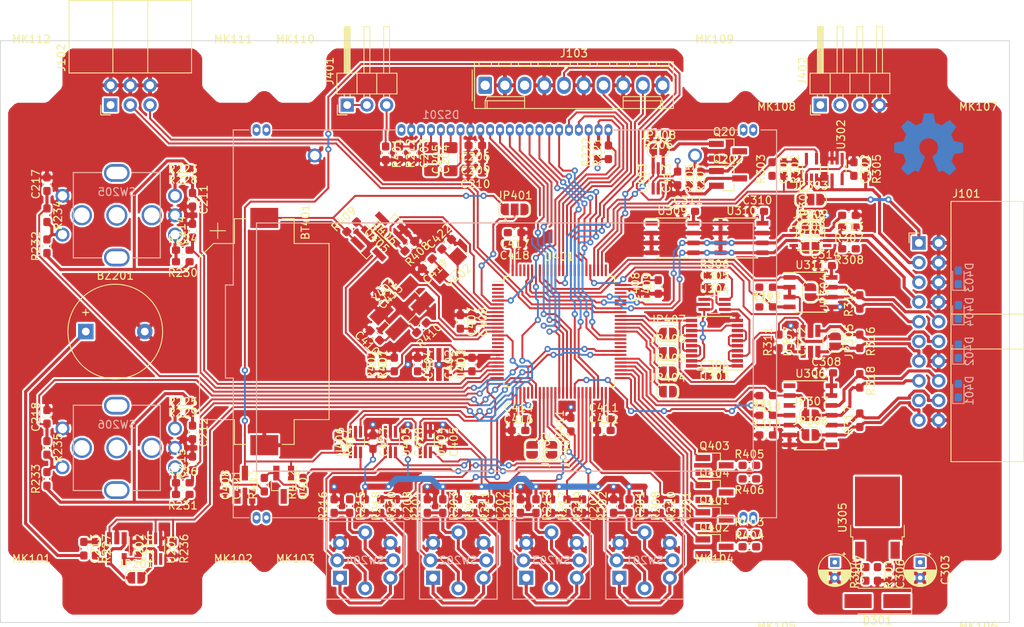
<source format=kicad_pcb>
(kicad_pcb (version 20171130) (host pcbnew "(5.0.1)-4")
  (title_block (title "MTE User Interface") (date 2018-03-04) (rev 0) (comment 1 "Preliminary design") (comment 3 "Repository: https://github.com/void-error/MTE_UI_HW") (comment 4 "License: TAPR Open Hardware License - https://www.tapr.org/ohl"))
  (layers (0 F.Cu signal) (31 B.Cu signal) (34 B.Paste user) (35 F.Paste user) (36 B.SilkS user hide) (37 F.SilkS user hide) (38 B.Mask user) (39 F.Mask user) (44 Edge.Cuts user))
  (net 0 "")
  (net 1 "Net-(BZ201-Pad1)")
  (net 2 "Net-(DS201-Pad31)")
  (net 3 "Net-(R217-Pad2)")
  (net 4 /BUS_SCL)
  (net 5 /BUS_SDA)
  (net 6 /BUS_1-WIRE)
  (net 7 /BUS_CLKR_P)
  (net 8 /BUS_CLKR_N)
  (net 9 "Net-(R215-Pad2)")
  (net 10 /Microcontroller/SW1)
  (net 11 /Microcontroller/SW3)
  (net 12 /Microcontroller/SW2)
  (net 13 /Microcontroller/SW4)
  (net 14 /Microcontroller/ENC1_A)
  (net 15 /Microcontroller/ENC2_A)
  (net 16 /Microcontroller/ENC1_B)
  (net 17 /Microcontroller/ENC2_B)
  (net 18 /Microcontroller/ENC1_S)
  (net 19 /Microcontroller/ENC2_S)
  (net 20 /Microcontroller/OSC32_OUT)
  (net 21 /Microcontroller/OSC32_IN)
  (net 22 /Microcontroller/OSC_OUT)
  (net 23 /Microcontroller/OSC_IN)
  (net 24 "Net-(D401-Pad2)")
  (net 25 "Net-(D403-Pad2)")
  (net 26 /Microcontroller/LCD_~CS~)
  (net 27 /Microcontroller/LCD_~RST~)
  (net 28 /Microcontroller/LCD_C|D)
  (net 29 /Microcontroller/LCD_WR)
  (net 30 /Microcontroller/LCD_RD)
  (net 31 /Microcontroller/LCD_D0)
  (net 32 /Microcontroller/LCD_D1)
  (net 33 /Microcontroller/LCD_D2)
  (net 34 /Microcontroller/LCD_D3)
  (net 35 /Microcontroller/LCD_D4)
  (net 36 /Microcontroller/LCD_D5)
  (net 37 /Microcontroller/LCD_D6)
  (net 38 /Microcontroller/LCD_D7)
  (net 39 /BUS_TX_N)
  (net 40 /BUS_TX_P)
  (net 41 /BUS_RX_P)
  (net 42 /BUS_RX_N)
  (net 43 /EXT_TX)
  (net 44 /EXT_RX)
  (net 45 /Microcontroller/LCD_BL)
  (net 46 /Microcontroller/ID0)
  (net 47 /Microcontroller/ID1)
  (net 48 /Microcontroller/ID2)
  (net 49 /Microcontroller/ID3)
  (net 50 /Microcontroller/ID4)
  (net 51 /Microcontroller/ID5)
  (net 52 "Net-(R201-Pad2)")
  (net 53 "Net-(R203-Pad2)")
  (net 54 /Microcontroller/BZ)
  (net 55 /Microcontroller/1W-RX)
  (net 56 /Microcontroller/TX)
  (net 57 /Microcontroller/RX)
  (net 58 /Microcontroller/TX_EN)
  (net 59 /Microcontroller/CLKR)
  (net 60 /Microcontroller/ACT_UART_EXT)
  (net 61 /Microcontroller/ACT_UART_INT)
  (net 62 /Microcontroller/ACT_1-WIRE)
  (net 63 /Microcontroller/ACT_I2C)
  (net 64 /Microcontroller/BOOT0)
  (net 65 /Microcontroller/SW1_BL)
  (net 66 /Microcontroller/SW3_BL)
  (net 67 /Microcontroller/SW2_BL)
  (net 68 /Microcontroller/SW4_BL)
  (net 69 /Microcontroller/1W-TX)
  (net 70 /Microcontroller/SWCLK)
  (net 71 /Microcontroller/SWDIO)
  (net 72 /Microcontroller/NRST)
  (net 73 "Net-(D402-Pad2)")
  (net 74 "Net-(D404-Pad2)")
  (net 75 /FAN_PWM)
  (net 76 /FAN1_RPM)
  (net 77 /FAN0_RPM)
  (net 78 /SYNC)
  (net 79 /Peripherals/D1)
  (net 80 /Peripherals/D0)
  (net 81 /Peripherals/D2)
  (net 82 /Peripherals/D3)
  (net 83 /Peripherals/D4)
  (net 84 /Peripherals/D5)
  (net 85 /Peripherals/D6)
  (net 86 /Peripherals/D7)
  (net 87 /Microcontroller/~BOOT_EN~)
  (net 88 /BUS_TRIG_N)
  (net 89 /BUS_TRIG_P)
  (net 90 /Microcontroller/TRIG_OUT)
  (net 91 /Microcontroller/TRIG_DIR)
  (net 92 /Microcontroller/TRIG_IN)
  (net 93 /Microcontroller/SDA)
  (net 94 /Microcontroller/SCL)
  (net 95 "Net-(JP201-Pad2)")
  (net 96 "Net-(JP201-Pad1)")
  (net 97 "Net-(JP401-Pad2)")
  (net 98 DGND)
  (net 99 "Net-(C203-Pad1)")
  (net 100 "Net-(C204-Pad2)")
  (net 101 "Net-(C204-Pad1)")
  (net 102 "Net-(C205-Pad1)")
  (net 103 "Net-(C205-Pad2)")
  (net 104 +3V3D)
  (net 105 "Net-(C213-Pad1)")
  (net 106 +5V0D)
  (net 107 "Net-(C306-Pad1)")
  (net 108 "Net-(C313-Pad2)")
  (net 109 "Net-(JP408-Pad1)")
  (net 110 "Net-(Q201-Pad3)")
  (net 111 "Net-(Q202-Pad2)")
  (net 112 "Net-(Q401-Pad3)")
  (net 113 "Net-(R208-Pad2)")
  (net 114 "Net-(R209-Pad2)")
  (net 115 "Net-(R213-Pad2)")
  (net 116 "Net-(R218-Pad2)")
  (net 117 "Net-(R223-Pad1)")
  (net 118 "Net-(R224-Pad1)")
  (net 119 "Net-(R225-Pad1)")
  (net 120 "Net-(R226-Pad1)")
  (net 121 "Net-(R232-Pad2)")
  (net 122 "Net-(R233-Pad2)")
  (net 123 "Net-(R306-Pad2)")
  (net 124 "Net-(R412-Pad2)")
  (net 125 "Net-(U303-Pad19)")
  (net 126 "Net-(U404-Pad4)")
  (net 127 "Net-(BT401-Pad1)")
  (net 128 /Microcontroller/UMON_VBAT)
  (net 129 /Microcontroller/SW_VBAT)
  (net 130 "Net-(Q402-Pad3)")
  (net 131 "Net-(C402-Pad1)")
  (net 132 "Net-(C410-Pad1)")
  (net 133 "Net-(C421-Pad1)")
  (net 134 "Net-(Q403-Pad3)")
  (net 135 "Net-(Q404-Pad3)")
  (net 136 "Net-(Q405-Pad3)")
  (net 137 "Net-(Q406-Pad3)")
  (net 138 "Net-(Q407-Pad2)")
  (net 139 "Net-(Q407-Pad1)")
  (module Package_QFP:LQFP-100_14x14mm_P0.5mm (layer F.Cu) (at 187 80)
    (fp_text reference U401 (at 0 -9.65) (layer F.SilkS))
    (fp_text value STM32F101VCTx)
    (pad 1 smd rect (at -7.9 -6) (size 1.5 0.28) (layers F.Cu F.Paste F.Mask))
    (pad 2 smd rect (at -7.9 -5.5) (size 1.5 0.28) (layers F.Cu F.Paste F.Mask))
    (pad 3 smd rect (at -7.9 -5) (size 1.5 0.28) (layers F.Cu F.Paste F.Mask))
    (pad 4 smd rect (at -7.9 -4.5) (size 1.5 0.28) (layers F.Cu F.Paste F.Mask))
    (pad 5 smd rect (at -7.9 -4) (size 1.5 0.28) (layers F.Cu F.Paste F.Mask) (net 28 /Microcontroller/LCD_C|D))
    (pad 6 smd rect (at -7.9 -3.5) (size 1.5 0.28) (layers F.Cu F.Paste F.Mask) (net 97 "Net-(JP401-Pad2)"))
    (pad 7 smd rect (at -7.9 -3) (size 1.5 0.28) (layers F.Cu F.Paste F.Mask) (net 129 /Microcontroller/SW_VBAT))
    (pad 8 smd rect (at -7.9 -2.5) (size 1.5 0.28) (layers F.Cu F.Paste F.Mask) (net 21 /Microcontroller/OSC32_IN))
    (pad 9 smd rect (at -7.9 -2) (size 1.5 0.28) (layers F.Cu F.Paste F.Mask) (net 20 /Microcontroller/OSC32_OUT))
    (pad 10 smd rect (at -7.9 -1.5) (size 1.5 0.28) (layers F.Cu F.Paste F.Mask) (net 98 DGND))
    (pad 11 smd rect (at -7.9 -1) (size 1.5 0.28) (layers F.Cu F.Paste F.Mask) (net 104 +3V3D))
    (pad 12 smd rect (at -7.9 -0.5) (size 1.5 0.28) (layers F.Cu F.Paste F.Mask) (net 23 /Microcontroller/OSC_IN))
    (pad 13 smd rect (at -7.9 0) (size 1.5 0.28) (layers F.Cu F.Paste F.Mask) (net 22 /Microcontroller/OSC_OUT))
    (pad 14 smd rect (at -7.9 0.5) (size 1.5 0.28) (layers F.Cu F.Paste F.Mask) (net 72 /Microcontroller/NRST))
    (pad 15 smd rect (at -7.9 1) (size 1.5 0.28) (layers F.Cu F.Paste F.Mask))
    (pad 16 smd rect (at -7.9 1.5) (size 1.5 0.28) (layers F.Cu F.Paste F.Mask))
    (pad 17 smd rect (at -7.9 2) (size 1.5 0.28) (layers F.Cu F.Paste F.Mask))
    (pad 18 smd rect (at -7.9 2.5) (size 1.5 0.28) (layers F.Cu F.Paste F.Mask) (net 128 /Microcontroller/UMON_VBAT))
    (pad 19 smd rect (at -7.9 3) (size 1.5 0.28) (layers F.Cu F.Paste F.Mask) (net 98 DGND))
    (pad 20 smd rect (at -7.9 3.5) (size 1.5 0.28) (layers F.Cu F.Paste F.Mask) (net 98 DGND))
    (pad 21 smd rect (at -7.9 4) (size 1.5 0.28) (layers F.Cu F.Paste F.Mask) (net 131 "Net-(C402-Pad1)"))
    (pad 22 smd rect (at -7.9 4.5) (size 1.5 0.28) (layers F.Cu F.Paste F.Mask) (net 131 "Net-(C402-Pad1)"))
    (pad 23 smd rect (at -7.9 5) (size 1.5 0.28) (layers F.Cu F.Paste F.Mask) (net 14 /Microcontroller/ENC1_A))
    (pad 24 smd rect (at -7.9 5.5) (size 1.5 0.28) (layers F.Cu F.Paste F.Mask) (net 16 /Microcontroller/ENC1_B))
    (pad 25 smd rect (at -7.9 6) (size 1.5 0.28) (layers F.Cu F.Paste F.Mask) (net 65 /Microcontroller/SW1_BL))
    (pad 26 smd rect (at -6 7.9 90) (size 1.5 0.28) (layers F.Cu F.Paste F.Mask) (net 67 /Microcontroller/SW2_BL))
    (pad 27 smd rect (at -5.5 7.9 90) (size 1.5 0.28) (layers F.Cu F.Paste F.Mask) (net 98 DGND))
    (pad 28 smd rect (at -5 7.9 90) (size 1.5 0.28) (layers F.Cu F.Paste F.Mask) (net 104 +3V3D))
    (pad 29 smd rect (at -4.5 7.9 90) (size 1.5 0.28) (layers F.Cu F.Paste F.Mask) (net 54 /Microcontroller/BZ))
    (pad 30 smd rect (at -4 7.9 90) (size 1.5 0.28) (layers F.Cu F.Paste F.Mask))
    (pad 31 smd rect (at -3.5 7.9 90) (size 1.5 0.28) (layers F.Cu F.Paste F.Mask) (net 15 /Microcontroller/ENC2_A))
    (pad 32 smd rect (at -3 7.9 90) (size 1.5 0.28) (layers F.Cu F.Paste F.Mask) (net 17 /Microcontroller/ENC2_B))
    (pad 33 smd rect (at -2.5 7.9 90) (size 1.5 0.28) (layers F.Cu F.Paste F.Mask) (net 46 /Microcontroller/ID0))
    (pad 34 smd rect (at -2 7.9 90) (size 1.5 0.28) (layers F.Cu F.Paste F.Mask) (net 47 /Microcontroller/ID1))
    (pad 35 smd rect (at -1.5 7.9 90) (size 1.5 0.28) (layers F.Cu F.Paste F.Mask) (net 66 /Microcontroller/SW3_BL))
    (pad 36 smd rect (at -1 7.9 90) (size 1.5 0.28) (layers F.Cu F.Paste F.Mask) (net 68 /Microcontroller/SW4_BL))
    (pad 37 smd rect (at -0.5 7.9 90) (size 1.5 0.28) (layers F.Cu F.Paste F.Mask) (net 87 /Microcontroller/~BOOT_EN~))
    (pad 38 smd rect (at 0 7.9 90) (size 1.5 0.28) (layers F.Cu F.Paste F.Mask) (net 35 /Microcontroller/LCD_D4))
    (pad 39 smd rect (at 0.5 7.9 90) (size 1.5 0.28) (layers F.Cu F.Paste F.Mask) (net 36 /Microcontroller/LCD_D5))
    (pad 40 smd rect (at 1 7.9 90) (size 1.5 0.28) (layers F.Cu F.Paste F.Mask) (net 37 /Microcontroller/LCD_D6))
    (pad 41 smd rect (at 1.5 7.9 90) (size 1.5 0.28) (layers F.Cu F.Paste F.Mask) (net 38 /Microcontroller/LCD_D7))
    (pad 42 smd rect (at 2 7.9 90) (size 1.5 0.28) (layers F.Cu F.Paste F.Mask) (net 58 /Microcontroller/TX_EN))
    (pad 43 smd rect (at 2.5 7.9 90) (size 1.5 0.28) (layers F.Cu F.Paste F.Mask) (net 10 /Microcontroller/SW1))
    (pad 44 smd rect (at 3 7.9 90) (size 1.5 0.28) (layers F.Cu F.Paste F.Mask) (net 12 /Microcontroller/SW2))
    (pad 45 smd rect (at 3.5 7.9 90) (size 1.5 0.28) (layers F.Cu F.Paste F.Mask) (net 11 /Microcontroller/SW3))
    (pad 46 smd rect (at 4 7.9 90) (size 1.5 0.28) (layers F.Cu F.Paste F.Mask) (net 13 /Microcontroller/SW4))
    (pad 47 smd rect (at 4.5 7.9 90) (size 1.5 0.28) (layers F.Cu F.Paste F.Mask) (net 77 /FAN0_RPM))
    (pad 48 smd rect (at 5 7.9 90) (size 1.5 0.28) (layers F.Cu F.Paste F.Mask) (net 76 /FAN1_RPM))
    (pad 49 smd rect (at 5.5 7.9 90) (size 1.5 0.28) (layers F.Cu F.Paste F.Mask) (net 98 DGND))
    (pad 50 smd rect (at 6 7.9 90) (size 1.5 0.28) (layers F.Cu F.Paste F.Mask) (net 104 +3V3D))
    (pad 51 smd rect (at 7.9 6) (size 1.5 0.28) (layers F.Cu F.Paste F.Mask) (net 61 /Microcontroller/ACT_UART_INT))
    (pad 52 smd rect (at 7.9 5.5) (size 1.5 0.28) (layers F.Cu F.Paste F.Mask) (net 60 /Microcontroller/ACT_UART_EXT))
    (pad 53 smd rect (at 7.9 5) (size 1.5 0.28) (layers F.Cu F.Paste F.Mask) (net 63 /Microcontroller/ACT_I2C))
    (pad 54 smd rect (at 7.9 4.5) (size 1.5 0.28) (layers F.Cu F.Paste F.Mask) (net 62 /Microcontroller/ACT_1-WIRE))
    (pad 55 smd rect (at 7.9 4) (size 1.5 0.28) (layers F.Cu F.Paste F.Mask) (net 56 /Microcontroller/TX))
    (pad 56 smd rect (at 7.9 3.5) (size 1.5 0.28) (layers F.Cu F.Paste F.Mask) (net 57 /Microcontroller/RX))
    (pad 57 smd rect (at 7.9 3) (size 1.5 0.28) (layers F.Cu F.Paste F.Mask) (net 19 /Microcontroller/ENC2_S))
    (pad 58 smd rect (at 7.9 2.5) (size 1.5 0.28) (layers F.Cu F.Paste F.Mask) (net 18 /Microcontroller/ENC1_S))
    (pad 59 smd rect (at 7.9 2) (size 1.5 0.28) (layers F.Cu F.Paste F.Mask))
    (pad 60 smd rect (at 7.9 1.5) (size 1.5 0.28) (layers F.Cu F.Paste F.Mask))
    (pad 61 smd rect (at 7.9 1) (size 1.5 0.28) (layers F.Cu F.Paste F.Mask) (net 31 /Microcontroller/LCD_D0))
    (pad 62 smd rect (at 7.9 0.5) (size 1.5 0.28) (layers F.Cu F.Paste F.Mask) (net 32 /Microcontroller/LCD_D1))
    (pad 63 smd rect (at 7.9 0) (size 1.5 0.28) (layers F.Cu F.Paste F.Mask) (net 48 /Microcontroller/ID2))
    (pad 64 smd rect (at 7.9 -0.5) (size 1.5 0.28) (layers F.Cu F.Paste F.Mask) (net 49 /Microcontroller/ID3))
    (pad 65 smd rect (at 7.9 -1) (size 1.5 0.28) (layers F.Cu F.Paste F.Mask) (net 50 /Microcontroller/ID4))
    (pad 66 smd rect (at 7.9 -1.5) (size 1.5 0.28) (layers F.Cu F.Paste F.Mask) (net 51 /Microcontroller/ID5))
    (pad 67 smd rect (at 7.9 -2) (size 1.5 0.28) (layers F.Cu F.Paste F.Mask) (net 59 /Microcontroller/CLKR))
    (pad 68 smd rect (at 7.9 -2.5) (size 1.5 0.28) (layers F.Cu F.Paste F.Mask) (net 43 /EXT_TX))
    (pad 69 smd rect (at 7.9 -3) (size 1.5 0.28) (layers F.Cu F.Paste F.Mask) (net 44 /EXT_RX))
    (pad 70 smd rect (at 7.9 -3.5) (size 1.5 0.28) (layers F.Cu F.Paste F.Mask))
    (pad 71 smd rect (at 7.9 -4) (size 1.5 0.28) (layers F.Cu F.Paste F.Mask))
    (pad 72 smd rect (at 7.9 -4.5) (size 1.5 0.28) (layers F.Cu F.Paste F.Mask) (net 71 /Microcontroller/SWDIO))
    (pad 73 smd rect (at 7.9 -5) (size 1.5 0.28) (layers F.Cu F.Paste F.Mask))
    (pad 74 smd rect (at 7.9 -5.5) (size 1.5 0.28) (layers F.Cu F.Paste F.Mask) (net 98 DGND))
    (pad 75 smd rect (at 7.9 -6) (size 1.5 0.28) (layers F.Cu F.Paste F.Mask) (net 104 +3V3D))
    (pad 76 smd rect (at 6 -7.9 90) (size 1.5 0.28) (layers F.Cu F.Paste F.Mask) (net 70 /Microcontroller/SWCLK))
    (pad 77 smd rect (at 5.5 -7.9 90) (size 1.5 0.28) (layers F.Cu F.Paste F.Mask) (net 75 /FAN_PWM))
    (pad 78 smd rect (at 5 -7.9 90) (size 1.5 0.28) (layers F.Cu F.Paste F.Mask) (net 69 /Microcontroller/1W-TX))
    (pad 79 smd rect (at 4.5 -7.9 90) (size 1.5 0.28) (layers F.Cu F.Paste F.Mask) (net 55 /Microcontroller/1W-RX))
    (pad 80 smd rect (at 4 -7.9 90) (size 1.5 0.28) (layers F.Cu F.Paste F.Mask) (net 91 /Microcontroller/TRIG_DIR))
    (pad 81 smd rect (at 3.5 -7.9 90) (size 1.5 0.28) (layers F.Cu F.Paste F.Mask) (net 33 /Microcontroller/LCD_D2))
    (pad 82 smd rect (at 3 -7.9 90) (size 1.5 0.28) (layers F.Cu F.Paste F.Mask) (net 34 /Microcontroller/LCD_D3))
    (pad 83 smd rect (at 2.5 -7.9 90) (size 1.5 0.28) (layers F.Cu F.Paste F.Mask))
    (pad 84 smd rect (at 2 -7.9 90) (size 1.5 0.28) (layers F.Cu F.Paste F.Mask))
    (pad 85 smd rect (at 1.5 -7.9 90) (size 1.5 0.28) (layers F.Cu F.Paste F.Mask) (net 30 /Microcontroller/LCD_RD))
    (pad 86 smd rect (at 1 -7.9 90) (size 1.5 0.28) (layers F.Cu F.Paste F.Mask) (net 29 /Microcontroller/LCD_WR))
    (pad 87 smd rect (at 0.5 -7.9 90) (size 1.5 0.28) (layers F.Cu F.Paste F.Mask) (net 27 /Microcontroller/LCD_~RST~))
    (pad 88 smd rect (at 0 -7.9 90) (size 1.5 0.28) (layers F.Cu F.Paste F.Mask) (net 26 /Microcontroller/LCD_~CS~))
    (pad 89 smd rect (at -0.5 -7.9 90) (size 1.5 0.28) (layers F.Cu F.Paste F.Mask) (net 109 "Net-(JP408-Pad1)"))
    (pad 90 smd rect (at -1 -7.9 90) (size 1.5 0.28) (layers F.Cu F.Paste F.Mask))
    (pad 91 smd rect (at -1.5 -7.9 90) (size 1.5 0.28) (layers F.Cu F.Paste F.Mask))
    (pad 92 smd rect (at -2 -7.9 90) (size 1.5 0.28) (layers F.Cu F.Paste F.Mask) (net 92 /Microcontroller/TRIG_IN))
    (pad 93 smd rect (at -2.5 -7.9 90) (size 1.5 0.28) (layers F.Cu F.Paste F.Mask) (net 90 /Microcontroller/TRIG_OUT))
    (pad 94 smd rect (at -3 -7.9 90) (size 1.5 0.28) (layers F.Cu F.Paste F.Mask) (net 64 /Microcontroller/BOOT0))
    (pad 95 smd rect (at -3.5 -7.9 90) (size 1.5 0.28) (layers F.Cu F.Paste F.Mask) (net 94 /Microcontroller/SCL))
    (pad 96 smd rect (at -4 -7.9 90) (size 1.5 0.28) (layers F.Cu F.Paste F.Mask) (net 93 /Microcontroller/SDA))
    (pad 97 smd rect (at -4.5 -7.9 90) (size 1.5 0.28) (layers F.Cu F.Paste F.Mask))
    (pad 98 smd rect (at -5 -7.9 90) (size 1.5 0.28) (layers F.Cu F.Paste F.Mask))
    (pad 99 smd rect (at -5.5 -7.9 90) (size 1.5 0.28) (layers F.Cu F.Paste F.Mask) (net 98 DGND))
    (pad 100 smd rect (at -6 -7.9 90) (size 1.5 0.28) (layers F.Cu F.Paste F.Mask) (net 104 +3V3D))
  )
  (module Connector_Molex:Molex_KK-254_AE-6410-10A_1x10_P2.54mm_Vertical (layer F.Cu) (at 177.46 48.25)
    (fp_text reference J103 (at 11.43 -4.12) (layer F.SilkS))
    (fp_text value Conn_01x10)
    (pad 1 thru_hole roundrect (at 0 0) (size 1.74 2.2) (drill 1.2) (layers *.Cu *.Mask) (roundrect_rratio 0.143678) (net 78 /SYNC))
    (pad 2 thru_hole oval (at 2.54 0) (size 1.74 2.2) (drill 1.2) (layers *.Cu *.Mask) (net 98 DGND))
    (pad 3 thru_hole oval (at 5.08 0) (size 1.74 2.2) (drill 1.2) (layers *.Cu *.Mask) (net 106 +5V0D))
    (pad 4 thru_hole oval (at 7.62 0) (size 1.74 2.2) (drill 1.2) (layers *.Cu *.Mask) (net 98 DGND))
    (pad 5 thru_hole oval (at 10.16 0) (size 1.74 2.2) (drill 1.2) (layers *.Cu *.Mask) (net 75 /FAN_PWM))
    (pad 6 thru_hole oval (at 12.7 0) (size 1.74 2.2) (drill 1.2) (layers *.Cu *.Mask) (net 98 DGND))
    (pad 7 thru_hole oval (at 15.24 0) (size 1.74 2.2) (drill 1.2) (layers *.Cu *.Mask) (net 76 /FAN1_RPM))
    (pad 8 thru_hole oval (at 17.78 0) (size 1.74 2.2) (drill 1.2) (layers *.Cu *.Mask) (net 98 DGND))
    (pad 9 thru_hole oval (at 20.32 0) (size 1.74 2.2) (drill 1.2) (layers *.Cu *.Mask) (net 77 /FAN0_RPM))
    (pad 10 thru_hole oval (at 22.86 0) (size 1.74 2.2) (drill 1.2) (layers *.Cu *.Mask) (net 98 DGND))
  )
  (module MTE:ERC12864-655 (layer B.Cu) (at 180 82 180)
    (fp_text reference DS201 (at 8.255 29.94 180) (layer B.SilkS) (effects (justify mirror)))
    (fp_text value ERC-12864-655)
    (pad 23 thru_hole oval (at -31.999 -22 180) (size 1 1.5) (drill 0.6) (layers *.Cu *.Mask))
    (pad 24 thru_hole oval (at -30.729 -22 180) (size 1 1.5) (drill 0.6) (layers *.Cu *.Mask))
    (pad 25 thru_hole oval (at 30.729 -22 180) (size 1 1.5) (drill 0.6) (layers *.Cu *.Mask))
    (pad 26 thru_hole oval (at 31.999 -22 180) (size 1 1.5) (drill 0.6) (layers *.Cu *.Mask))
    (pad 27 thru_hole oval (at 31.999 28 180) (size 1 1.5) (drill 0.6) (layers *.Cu *.Mask))
    (pad 28 thru_hole oval (at 30.729 28 180) (size 1 1.5) (drill 0.6) (layers *.Cu *.Mask))
    (pad 29 thru_hole oval (at -30.729 28 180) (size 1 1.5) (drill 0.6) (layers *.Cu *.Mask))
    (pad 30 thru_hole oval (at -31.999 28 180) (size 1 1.5) (drill 0.6) (layers *.Cu *.Mask))
    (pad 1 thru_hole oval (at -13.335 28 180) (size 1 1.5) (drill 0.6) (layers *.Cu *.Mask) (net 26 /Microcontroller/LCD_~CS~))
    (pad 2 thru_hole oval (at -12.065 28 180) (size 1 1.5) (drill 0.6) (layers *.Cu *.Mask) (net 27 /Microcontroller/LCD_~RST~))
    (pad 3 thru_hole oval (at -10.795 28 180) (size 1 1.5) (drill 0.6) (layers *.Cu *.Mask) (net 28 /Microcontroller/LCD_C|D))
    (pad 4 thru_hole oval (at -9.525 28 180) (size 1 1.5) (drill 0.6) (layers *.Cu *.Mask) (net 29 /Microcontroller/LCD_WR))
    (pad 5 thru_hole oval (at -8.255 28 180) (size 1 1.5) (drill 0.6) (layers *.Cu *.Mask) (net 30 /Microcontroller/LCD_RD))
    (pad 6 thru_hole oval (at -6.985 28 180) (size 1 1.5) (drill 0.6) (layers *.Cu *.Mask) (net 31 /Microcontroller/LCD_D0))
    (pad 7 thru_hole oval (at -5.715 28 180) (size 1 1.5) (drill 0.6) (layers *.Cu *.Mask) (net 32 /Microcontroller/LCD_D1))
    (pad 8 thru_hole oval (at -4.445 28 180) (size 1 1.5) (drill 0.6) (layers *.Cu *.Mask) (net 33 /Microcontroller/LCD_D2))
    (pad 9 thru_hole oval (at -3.175 28 180) (size 1 1.5) (drill 0.6) (layers *.Cu *.Mask) (net 34 /Microcontroller/LCD_D3))
    (pad 10 thru_hole oval (at -1.905 28 180) (size 1 1.5) (drill 0.6) (layers *.Cu *.Mask) (net 35 /Microcontroller/LCD_D4))
    (pad 11 thru_hole oval (at -0.635 28 180) (size 1 1.5) (drill 0.6) (layers *.Cu *.Mask) (net 36 /Microcontroller/LCD_D5))
    (pad 12 thru_hole oval (at 0.635 28 180) (size 1 1.5) (drill 0.6) (layers *.Cu *.Mask) (net 37 /Microcontroller/LCD_D6))
    (pad 13 thru_hole oval (at 1.905 28 180) (size 1 1.5) (drill 0.6) (layers *.Cu *.Mask) (net 38 /Microcontroller/LCD_D7))
    (pad 14 thru_hole oval (at 3.175 28 180) (size 1 1.5) (drill 0.6) (layers *.Cu *.Mask) (net 104 +3V3D))
    (pad 15 thru_hole oval (at 4.445 28 180) (size 1 1.5) (drill 0.6) (layers *.Cu *.Mask) (net 98 DGND))
    (pad 16 thru_hole oval (at 5.715 28 180) (size 1 1.5) (drill 0.6) (layers *.Cu *.Mask) (net 102 "Net-(C205-Pad1)"))
    (pad 17 thru_hole oval (at 6.985 28 180) (size 1 1.5) (drill 0.6) (layers *.Cu *.Mask) (net 103 "Net-(C205-Pad2)"))
    (pad 18 thru_hole oval (at 8.255 28 180) (size 1 1.5) (drill 0.6) (layers *.Cu *.Mask) (net 100 "Net-(C204-Pad2)"))
    (pad 19 thru_hole oval (at 9.525 28 180) (size 1 1.5) (drill 0.6) (layers *.Cu *.Mask) (net 101 "Net-(C204-Pad1)"))
    (pad 20 thru_hole oval (at 10.795 28 180) (size 1 1.5) (drill 0.6) (layers *.Cu *.Mask) (net 99 "Net-(C203-Pad1)"))
    (pad 21 thru_hole oval (at 12.065 28 180) (size 1 1.5) (drill 0.6) (layers *.Cu *.Mask) (net 98 DGND))
    (pad 22 thru_hole oval (at 13.335 28 180) (size 1 1.5) (drill 0.6) (layers *.Cu *.Mask) (net 104 +3V3D))
    (pad 31 thru_hole circle (at -24.5 24.7 180) (size 1.8 1.8) (drill 1.2) (layers *.Cu *.Mask) (net 2 "Net-(DS201-Pad31)"))
    (pad 32 thru_hole circle (at 24.5 24.7 180) (size 1.8 1.8) (drill 1.2) (layers *.Cu *.Mask) (net 98 DGND))
  )
  (module Package_TO_SOT_SMD:SOT-23-5_HandSoldering (layer F.Cu) (at 130 108 270)
    (fp_text reference U202 (at 0 -2.9 270) (layer F.SilkS))
    (fp_text value TLV271)
    (pad 5 smd rect (at 1.35 -0.95 270) (size 1.56 0.65) (layers F.Cu F.Paste F.Mask) (net 104 +3V3D))
    (pad 4 smd rect (at 1.35 0.95 270) (size 1.56 0.65) (layers F.Cu F.Paste F.Mask) (net 96 "Net-(JP201-Pad1)"))
    (pad 3 smd rect (at -1.35 0.95 270) (size 1.56 0.65) (layers F.Cu F.Paste F.Mask) (net 54 /Microcontroller/BZ))
    (pad 2 smd rect (at -1.35 0 270) (size 1.56 0.65) (layers F.Cu F.Paste F.Mask) (net 98 DGND))
    (pad 1 smd rect (at -1.35 -0.95 270) (size 1.56 0.65) (layers F.Cu F.Paste F.Mask) (net 96 "Net-(JP201-Pad1)"))
  )
  (module MTE:SW_TH_Tactile_Omron_B3W-9000 (layer B.Cu) (at 198 109.5)
    (fp_text reference SW201 (at 0 0) (layer B.SilkS) (effects (justify mirror)))
    (fp_text value B3W-9000-RG2N)
    (pad 1 thru_hole rect (at -3.25 2.25) (size 1.8 1.8) (drill 1) (layers *.Cu *.Mask) (net 113 "Net-(R208-Pad2)"))
    (pad 2 thru_hole circle (at 3.25 2.25) (size 1.8 1.8) (drill 1) (layers *.Cu *.Mask) (net 113 "Net-(R208-Pad2)"))
    (pad 3 thru_hole circle (at -3.25 -2.25) (size 1.8 1.8) (drill 1) (layers *.Cu *.Mask) (net 98 DGND))
    (pad 4 thru_hole circle (at 3.25 -2.25) (size 1.8 1.8) (drill 1) (layers *.Cu *.Mask) (net 98 DGND))
    (pad 5 thru_hole circle (at 0 -3.6) (size 1.8 1.8) (drill 1) (layers *.Cu *.Mask) (net 52 "Net-(R201-Pad2)"))
    (pad 7 thru_hole circle (at 0 3.6) (size 1.8 1.8) (drill 1) (layers *.Cu *.Mask) (net 68 /Microcontroller/SW4_BL))
    (pad 6 thru_hole circle (at -3.6 0) (size 1.8 1.8) (drill 1) (layers *.Cu *.Mask) (net 68 /Microcontroller/SW4_BL))
    (pad 8 thru_hole circle (at 3.6 0) (size 1.8 1.8) (drill 1) (layers *.Cu *.Mask) (net 52 "Net-(R201-Pad2)"))
  )
  (module MTE:SW_TH_Tactile_Omron_B3W-9000 (layer B.Cu) (at 174 109.5)
    (fp_text reference SW202 (at 0 0) (layer B.SilkS) (effects (justify mirror)))
    (fp_text value B3W-9000-RG2N)
    (pad 1 thru_hole rect (at -3.25 2.25) (size 1.8 1.8) (drill 1) (layers *.Cu *.Mask) (net 114 "Net-(R209-Pad2)"))
    (pad 2 thru_hole circle (at 3.25 2.25) (size 1.8 1.8) (drill 1) (layers *.Cu *.Mask) (net 114 "Net-(R209-Pad2)"))
    (pad 3 thru_hole circle (at -3.25 -2.25) (size 1.8 1.8) (drill 1) (layers *.Cu *.Mask) (net 98 DGND))
    (pad 4 thru_hole circle (at 3.25 -2.25) (size 1.8 1.8) (drill 1) (layers *.Cu *.Mask) (net 98 DGND))
    (pad 5 thru_hole circle (at 0 -3.6) (size 1.8 1.8) (drill 1) (layers *.Cu *.Mask) (net 53 "Net-(R203-Pad2)"))
    (pad 7 thru_hole circle (at 0 3.6) (size 1.8 1.8) (drill 1) (layers *.Cu *.Mask) (net 67 /Microcontroller/SW2_BL))
    (pad 6 thru_hole circle (at -3.6 0) (size 1.8 1.8) (drill 1) (layers *.Cu *.Mask) (net 67 /Microcontroller/SW2_BL))
    (pad 8 thru_hole circle (at 3.6 0) (size 1.8 1.8) (drill 1) (layers *.Cu *.Mask) (net 53 "Net-(R203-Pad2)"))
  )
  (module MTE:SW_TH_Tactile_Omron_B3W-9000 (layer B.Cu) (at 186 109.5)
    (fp_text reference SW203 (at 0 0) (layer B.SilkS) (effects (justify mirror)))
    (fp_text value B3W-9000-RG2N)
    (pad 1 thru_hole rect (at -3.25 2.25) (size 1.8 1.8) (drill 1) (layers *.Cu *.Mask) (net 3 "Net-(R217-Pad2)"))
    (pad 2 thru_hole circle (at 3.25 2.25) (size 1.8 1.8) (drill 1) (layers *.Cu *.Mask) (net 3 "Net-(R217-Pad2)"))
    (pad 3 thru_hole circle (at -3.25 -2.25) (size 1.8 1.8) (drill 1) (layers *.Cu *.Mask) (net 98 DGND))
    (pad 4 thru_hole circle (at 3.25 -2.25) (size 1.8 1.8) (drill 1) (layers *.Cu *.Mask) (net 98 DGND))
    (pad 5 thru_hole circle (at 0 -3.6) (size 1.8 1.8) (drill 1) (layers *.Cu *.Mask) (net 115 "Net-(R213-Pad2)"))
    (pad 7 thru_hole circle (at 0 3.6) (size 1.8 1.8) (drill 1) (layers *.Cu *.Mask) (net 66 /Microcontroller/SW3_BL))
    (pad 6 thru_hole circle (at -3.6 0) (size 1.8 1.8) (drill 1) (layers *.Cu *.Mask) (net 66 /Microcontroller/SW3_BL))
    (pad 8 thru_hole circle (at 3.6 0) (size 1.8 1.8) (drill 1) (layers *.Cu *.Mask) (net 115 "Net-(R213-Pad2)"))
  )
  (module MTE:SW_TH_Tactile_Omron_B3W-9000 (layer B.Cu) (at 162 109.5)
    (fp_text reference SW204 (at 0 0) (layer B.SilkS) (effects (justify mirror)))
    (fp_text value B3W-9000-RG2N)
    (pad 1 thru_hole rect (at -3.25 2.25) (size 1.8 1.8) (drill 1) (layers *.Cu *.Mask) (net 116 "Net-(R218-Pad2)"))
    (pad 2 thru_hole circle (at 3.25 2.25) (size 1.8 1.8) (drill 1) (layers *.Cu *.Mask) (net 116 "Net-(R218-Pad2)"))
    (pad 3 thru_hole circle (at -3.25 -2.25) (size 1.8 1.8) (drill 1) (layers *.Cu *.Mask) (net 98 DGND))
    (pad 4 thru_hole circle (at 3.25 -2.25) (size 1.8 1.8) (drill 1) (layers *.Cu *.Mask) (net 98 DGND))
    (pad 5 thru_hole circle (at 0 -3.6) (size 1.8 1.8) (drill 1) (layers *.Cu *.Mask) (net 9 "Net-(R215-Pad2)"))
    (pad 7 thru_hole circle (at 0 3.6) (size 1.8 1.8) (drill 1) (layers *.Cu *.Mask) (net 65 /Microcontroller/SW1_BL))
    (pad 6 thru_hole circle (at -3.6 0) (size 1.8 1.8) (drill 1) (layers *.Cu *.Mask) (net 65 /Microcontroller/SW1_BL))
    (pad 8 thru_hole circle (at 3.6 0) (size 1.8 1.8) (drill 1) (layers *.Cu *.Mask) (net 9 "Net-(R215-Pad2)"))
  )
  (module MTE:SW_TH_Encoding_Alps_EC11K-S (layer B.Cu) (at 130 65 270)
    (fp_text reference SW205 (at -3 0) (layer B.SilkS) (effects (justify mirror)))
    (fp_text value Rotary_Encoder_Switch)
    (pad "" np_thru_hole circle (at 0 0 270) (size 2.7 2.7) (drill 2.1) (layers *.Cu *.Mask))
    (pad "" np_thru_hole circle (at 0 -4.5 270) (size 2.6 2.6) (drill 2) (layers *.Cu *.Mask))
    (pad A thru_hole circle (at -2.5 -7.5 270) (size 1.8 1.8) (drill 1.2) (layers *.Cu *.Mask) (net 117 "Net-(R223-Pad1)"))
    (pad C thru_hole circle (at 0 -7.5 270) (size 1.8 1.8) (drill 1.2) (layers *.Cu *.Mask) (net 98 DGND))
    (pad B thru_hole circle (at 2.5 -7.5 270) (size 1.8 1.8) (drill 1.2) (layers *.Cu *.Mask) (net 118 "Net-(R224-Pad1)"))
    (pad S2 thru_hole circle (at -2.5 7 270) (size 1.8 1.8) (drill 1.2) (layers *.Cu *.Mask) (net 98 DGND))
    (pad S1 thru_hole circle (at 2.5 7 270) (size 1.8 1.8) (drill 1.2) (layers *.Cu *.Mask) (net 121 "Net-(R232-Pad2)"))
    (pad H2 thru_hole oval (at -5.45 0 270) (size 2.3 3.3) (drill oval 1.6 2.7) (layers *.Cu *.Mask))
    (pad H1 thru_hole oval (at 5.45 0 270) (size 2.3 3.3) (drill oval 1.6 2.7) (layers *.Cu *.Mask))
    (pad "" np_thru_hole circle (at 0 4.5 270) (size 2.6 2.6) (drill 2) (layers *.Cu *.Mask))
  )
  (module MTE:SW_TH_Encoding_Alps_EC11K-S (layer B.Cu) (at 130 95 270)
    (fp_text reference SW206 (at -3 0) (layer B.SilkS) (effects (justify mirror)))
    (fp_text value Rotary_Encoder_Switch)
    (pad "" np_thru_hole circle (at 0 0 270) (size 2.7 2.7) (drill 2.1) (layers *.Cu *.Mask))
    (pad "" np_thru_hole circle (at 0 -4.5 270) (size 2.6 2.6) (drill 2) (layers *.Cu *.Mask))
    (pad A thru_hole circle (at -2.5 -7.5 270) (size 1.8 1.8) (drill 1.2) (layers *.Cu *.Mask) (net 119 "Net-(R225-Pad1)"))
    (pad C thru_hole circle (at 0 -7.5 270) (size 1.8 1.8) (drill 1.2) (layers *.Cu *.Mask) (net 98 DGND))
    (pad B thru_hole circle (at 2.5 -7.5 270) (size 1.8 1.8) (drill 1.2) (layers *.Cu *.Mask) (net 120 "Net-(R226-Pad1)"))
    (pad S2 thru_hole circle (at -2.5 7 270) (size 1.8 1.8) (drill 1.2) (layers *.Cu *.Mask) (net 98 DGND))
    (pad S1 thru_hole circle (at 2.5 7 270) (size 1.8 1.8) (drill 1.2) (layers *.Cu *.Mask) (net 122 "Net-(R233-Pad2)"))
    (pad H2 thru_hole oval (at -5.45 0 270) (size 2.3 3.3) (drill oval 1.6 2.7) (layers *.Cu *.Mask))
    (pad H1 thru_hole oval (at 5.45 0 270) (size 2.3 3.3) (drill oval 1.6 2.7) (layers *.Cu *.Mask))
    (pad "" np_thru_hole circle (at 0 4.5 270) (size 2.6 2.6) (drill 2) (layers *.Cu *.Mask))
  )
  (module Housings_SOIC:SOIC-8_3.9x4.9mm_Pitch1.27mm (layer F.Cu) (at 219.37 74.92)
    (fp_text reference U311 (at 0 -3.5) (layer F.SilkS))
    (fp_text value SN65MLVD200A)
    (pad 1 smd rect (at -2.7 -1.905) (size 1.55 0.6) (layers F.Cu F.Paste F.Mask) (net 92 /Microcontroller/TRIG_IN))
    (pad 2 smd rect (at -2.7 -0.635) (size 1.55 0.6) (layers F.Cu F.Paste F.Mask) (net 91 /Microcontroller/TRIG_DIR))
    (pad 3 smd rect (at -2.7 0.635) (size 1.55 0.6) (layers F.Cu F.Paste F.Mask) (net 91 /Microcontroller/TRIG_DIR))
    (pad 4 smd rect (at -2.7 1.905) (size 1.55 0.6) (layers F.Cu F.Paste F.Mask) (net 90 /Microcontroller/TRIG_OUT))
    (pad 5 smd rect (at 2.7 1.905) (size 1.55 0.6) (layers F.Cu F.Paste F.Mask) (net 98 DGND))
    (pad 6 smd rect (at 2.7 0.635) (size 1.55 0.6) (layers F.Cu F.Paste F.Mask) (net 89 /BUS_TRIG_P))
    (pad 7 smd rect (at 2.7 -0.635) (size 1.55 0.6) (layers F.Cu F.Paste F.Mask) (net 88 /BUS_TRIG_N))
    (pad 8 smd rect (at 2.7 -1.905) (size 1.55 0.6) (layers F.Cu F.Paste F.Mask) (net 104 +3V3D))
  )
  (module Housings_SSOP:TSSOP-8_3x3mm_Pitch0.65mm (layer F.Cu) (at 219.37 67.935)
    (fp_text reference U308 (at 0 -2.55) (layer F.SilkS))
    (fp_text value PCA9509DP)
    (pad 8 smd rect (at 2.15 -0.975) (size 1.1 0.4) (layers F.Cu F.Paste F.Mask) (net 108 "Net-(C313-Pad2)"))
    (pad 7 smd rect (at 2.15 -0.325) (size 1.1 0.4) (layers F.Cu F.Paste F.Mask) (net 4 /BUS_SCL))
    (pad 6 smd rect (at 2.15 0.325) (size 1.1 0.4) (layers F.Cu F.Paste F.Mask) (net 5 /BUS_SDA))
    (pad 5 smd rect (at 2.15 0.975) (size 1.1 0.4) (layers F.Cu F.Paste F.Mask))
    (pad 4 smd rect (at -2.15 0.975) (size 1.1 0.4) (layers F.Cu F.Paste F.Mask) (net 98 DGND))
    (pad 3 smd rect (at -2.15 0.325) (size 1.1 0.4) (layers F.Cu F.Paste F.Mask) (net 93 /Microcontroller/SDA))
    (pad 2 smd rect (at -2.15 -0.325) (size 1.1 0.4) (layers F.Cu F.Paste F.Mask) (net 94 /Microcontroller/SCL))
    (pad 1 smd rect (at -2.15 -0.975) (size 1.1 0.4) (layers F.Cu F.Paste F.Mask) (net 104 +3V3D))
  )
  (module Battery:BatteryHolder_Keystone_1060_1x2032 (layer F.Cu) (at 149 80 270)
    (fp_text reference BT401 (at -14.125 -5.3 270) (layer F.SilkS))
    (fp_text value Battery_Cell)
    (pad 2 smd rect (at 14.65 0 90) (size 2.6 3.6) (layers F.Cu F.Paste F.Mask) (net 98 DGND))
    (pad 1 smd rect (at -14.65 0 90) (size 2.6 3.6) (layers F.Cu F.Paste F.Mask) (net 127 "Net-(BT401-Pad1)"))
  )
  (module Buzzer_Beeper:Buzzer_12x9.5RM7.6 (layer F.Cu) (at 126 80)
    (fp_text reference BZ201 (at 3.8 -7.2) (layer F.SilkS))
    (fp_text value Buzzer)
    (fp_text user + (at -0.01 -2.54) (layer F.SilkS))
    (pad 1 thru_hole rect (at 0 0) (size 2 2) (drill 1) (layers *.Cu *.Mask) (net 1 "Net-(BZ201-Pad1)"))
    (pad 2 thru_hole circle (at 7.6 0) (size 2 2) (drill 1) (layers *.Cu *.Mask) (net 98 DGND))
  )
  (module Capacitor_SMD:C_0603_1608Metric_Pad1.05x0.95mm_HandSolder (layer F.Cu) (at 202 102.5 270)
    (fp_text reference C201 (at 0 -1.43 270) (layer F.SilkS))
    (fp_text value 10n)
    (pad 1 smd roundrect (at -0.875 0 270) (size 1.05 0.95) (layers F.Cu F.Paste F.Mask) (net 13 /Microcontroller/SW4))
    (pad 2 smd roundrect (at 0.875 0 270) (size 1.05 0.95) (layers F.Cu F.Paste F.Mask) (net 98 DGND))
  )
  (module Capacitor_SMD:C_0603_1608Metric_Pad1.05x0.95mm_HandSolder (layer F.Cu) (at 178 102.5 270)
    (fp_text reference C202 (at 0 -1.43 270) (layer F.SilkS))
    (fp_text value 10n)
    (pad 2 smd roundrect (at 0.875 0 270) (size 1.05 0.95) (layers F.Cu F.Paste F.Mask) (net 98 DGND))
    (pad 1 smd roundrect (at -0.875 0 270) (size 1.05 0.95) (layers F.Cu F.Paste F.Mask) (net 12 /Microcontroller/SW2))
  )
  (module Capacitor_SMD:C_0603_1608Metric_Pad1.05x0.95mm_HandSolder (layer F.Cu) (at 168.189 57.013 270)
    (fp_text reference C203 (at 0 -1.43 270) (layer F.SilkS))
    (fp_text value 330n)
    (pad 2 smd roundrect (at 0.875 0 270) (size 1.05 0.95) (layers F.Cu F.Paste F.Mask) (net 98 DGND))
    (pad 1 smd roundrect (at -0.875 0 270) (size 1.05 0.95) (layers F.Cu F.Paste F.Mask) (net 99 "Net-(C203-Pad1)"))
  )
  (module Capacitor_SMD:C_1206_3216Metric_Pad1.42x1.75mm_HandSolder (layer F.Cu) (at 170.475 57.775 270)
    (fp_text reference C204 (at 0 -1.82 270) (layer F.SilkS))
    (fp_text value 2u2)
    (pad 2 smd roundrect (at 1.4875 0 270) (size 1.425 1.75) (layers F.Cu F.Paste F.Mask) (roundrect_rratio 0.175439) (net 100 "Net-(C204-Pad2)"))
    (pad 1 smd roundrect (at -1.4875 0 270) (size 1.425 1.75) (layers F.Cu F.Paste F.Mask) (roundrect_rratio 0.175439) (net 101 "Net-(C204-Pad1)"))
  )
  (module Capacitor_SMD:C_1206_3216Metric_Pad1.42x1.75mm_HandSolder (layer F.Cu) (at 173.015 57.775 90)
    (fp_text reference C205 (at 0 -1.82 90) (layer F.SilkS))
    (fp_text value 2u2)
    (pad 1 smd roundrect (at -1.4875 0 90) (size 1.425 1.75) (layers F.Cu F.Paste F.Mask) (roundrect_rratio 0.175439) (net 102 "Net-(C205-Pad1)"))
    (pad 2 smd roundrect (at 1.4875 0 90) (size 1.425 1.75) (layers F.Cu F.Paste F.Mask) (roundrect_rratio 0.175439) (net 103 "Net-(C205-Pad2)"))
  )
  (module Capacitor_SMD:C_0603_1608Metric_Pad1.05x0.95mm_HandSolder (layer F.Cu) (at 176.19 55.997 180)
    (fp_text reference C206 (at 0 -1.43 180) (layer F.SilkS))
    (fp_text value 100n)
    (pad 2 smd roundrect (at 0.875 0 180) (size 1.05 0.95) (layers F.Cu F.Paste F.Mask) (net 98 DGND))
    (pad 1 smd roundrect (at -0.875 0 180) (size 1.05 0.95) (layers F.Cu F.Paste F.Mask) (net 104 +3V3D))
  )
  (module Capacitor_SMD:C_0603_1608Metric_Pad1.05x0.95mm_HandSolder (layer F.Cu) (at 190 102.5 270)
    (fp_text reference C207 (at 0 -1.43 270) (layer F.SilkS))
    (fp_text value 10n)
    (pad 2 smd roundrect (at 0.875 0 270) (size 1.05 0.95) (layers F.Cu F.Paste F.Mask) (net 98 DGND))
    (pad 1 smd roundrect (at -0.875 0 270) (size 1.05 0.95) (layers F.Cu F.Paste F.Mask) (net 11 /Microcontroller/SW3))
  )
  (module Capacitor_SMD:C_0603_1608Metric_Pad1.05x0.95mm_HandSolder (layer F.Cu) (at 166 102.5 270)
    (fp_text reference C208 (at 0 -1.43 270) (layer F.SilkS))
    (fp_text value 10n)
    (pad 1 smd roundrect (at -0.875 0 270) (size 1.05 0.95) (layers F.Cu F.Paste F.Mask) (net 10 /Microcontroller/SW1))
    (pad 2 smd roundrect (at 0.875 0 270) (size 1.05 0.95) (layers F.Cu F.Paste F.Mask) (net 98 DGND))
  )
  (module Capacitor_SMD:C_0603_1608Metric_Pad1.05x0.95mm_HandSolder (layer F.Cu) (at 176.19 57.775 180)
    (fp_text reference C209 (at 0 -1.43 180) (layer F.SilkS))
    (fp_text value 4u7)
    (pad 2 smd roundrect (at 0.875 0 180) (size 1.05 0.95) (layers F.Cu F.Paste F.Mask) (net 98 DGND))
    (pad 1 smd roundrect (at -0.875 0 180) (size 1.05 0.95) (layers F.Cu F.Paste F.Mask) (net 104 +3V3D))
  )
  (module Capacitor_SMD:C_0603_1608Metric_Pad1.05x0.95mm_HandSolder (layer F.Cu) (at 176.19 59.553 180)
    (fp_text reference C210 (at 0 -1.43 180) (layer F.SilkS))
    (fp_text value 4u7)
    (pad 2 smd roundrect (at 0.875 0 180) (size 1.05 0.95) (layers F.Cu F.Paste F.Mask) (net 98 DGND))
    (pad 1 smd roundrect (at -0.875 0 180) (size 1.05 0.95) (layers F.Cu F.Paste F.Mask) (net 104 +3V3D))
  )
  (module Capacitor_SMD:C_0603_1608Metric_Pad1.05x0.95mm_HandSolder (layer F.Cu) (at 139.75 63 270)
    (fp_text reference C211 (at 0 -1.43 270) (layer F.SilkS))
    (fp_text value 10n)
    (pad 2 smd roundrect (at 0.875 0 270) (size 1.05 0.95) (layers F.Cu F.Paste F.Mask) (net 98 DGND))
    (pad 1 smd roundrect (at -0.875 0 270) (size 1.05 0.95) (layers F.Cu F.Paste F.Mask) (net 14 /Microcontroller/ENC1_A))
  )
  (module Capacitor_SMD:C_0603_1608Metric_Pad1.05x0.95mm_HandSolder (layer F.Cu) (at 139.75 93 270)
    (fp_text reference C212 (at 0 -1.43 270) (layer F.SilkS))
    (fp_text value 10n)
    (pad 1 smd roundrect (at -0.875 0 270) (size 1.05 0.95) (layers F.Cu F.Paste F.Mask) (net 15 /Microcontroller/ENC2_A))
    (pad 2 smd roundrect (at 0.875 0 270) (size 1.05 0.95) (layers F.Cu F.Paste F.Mask) (net 98 DGND))
  )
  (module Capacitor_SMD:C_0603_1608Metric_Pad1.05x0.95mm_HandSolder (layer F.Cu) (at 125.75 108 270)
    (fp_text reference C213 (at 0 -1.43 270) (layer F.SilkS))
    (fp_text value 4u7)
    (pad 2 smd roundrect (at 0.875 0 270) (size 1.05 0.95) (layers F.Cu F.Paste F.Mask) (net 1 "Net-(BZ201-Pad1)"))
    (pad 1 smd roundrect (at -0.875 0 270) (size 1.05 0.95) (layers F.Cu F.Paste F.Mask) (net 105 "Net-(C213-Pad1)"))
  )
  (module Capacitor_SMD:C_0603_1608Metric_Pad1.05x0.95mm_HandSolder (layer F.Cu) (at 139.75 67 90)
    (fp_text reference C214 (at 0 -1.43 90) (layer F.SilkS))
    (fp_text value 10n)
    (pad 1 smd roundrect (at -0.875 0 90) (size 1.05 0.95) (layers F.Cu F.Paste F.Mask) (net 16 /Microcontroller/ENC1_B))
    (pad 2 smd roundrect (at 0.875 0 90) (size 1.05 0.95) (layers F.Cu F.Paste F.Mask) (net 98 DGND))
  )
  (module Capacitor_SMD:C_0603_1608Metric_Pad1.05x0.95mm_HandSolder (layer F.Cu) (at 139.75 97 90)
    (fp_text reference C215 (at 0 -1.43 90) (layer F.SilkS))
    (fp_text value 10n)
    (pad 2 smd roundrect (at 0.875 0 90) (size 1.05 0.95) (layers F.Cu F.Paste F.Mask) (net 98 DGND))
    (pad 1 smd roundrect (at -0.875 0 90) (size 1.05 0.95) (layers F.Cu F.Paste F.Mask) (net 17 /Microcontroller/ENC2_B))
  )
  (module Capacitor_SMD:C_0603_1608Metric_Pad1.05x0.95mm_HandSolder (layer F.Cu) (at 132.75 108 270)
    (fp_text reference C216 (at 0 -1.43 270) (layer F.SilkS))
    (fp_text value 100n)
    (pad 2 smd roundrect (at 0.875 0 270) (size 1.05 0.95) (layers F.Cu F.Paste F.Mask) (net 104 +3V3D))
    (pad 1 smd roundrect (at -0.875 0 270) (size 1.05 0.95) (layers F.Cu F.Paste F.Mask) (net 98 DGND))
  )
  (module Capacitor_SMD:C_0603_1608Metric_Pad1.05x0.95mm_HandSolder (layer F.Cu) (at 121 61 90)
    (fp_text reference C217 (at 0 -1.43 90) (layer F.SilkS))
    (fp_text value 10n)
    (pad 2 smd roundrect (at 0.875 0 90) (size 1.05 0.95) (layers F.Cu F.Paste F.Mask) (net 98 DGND))
    (pad 1 smd roundrect (at -0.875 0 90) (size 1.05 0.95) (layers F.Cu F.Paste F.Mask) (net 18 /Microcontroller/ENC1_S))
  )
  (module Capacitor_SMD:C_0603_1608Metric_Pad1.05x0.95mm_HandSolder (layer F.Cu) (at 121 91 90)
    (fp_text reference C218 (at 0 -1.43 90) (layer F.SilkS))
    (fp_text value 10n)
    (pad 1 smd roundrect (at -0.875 0 90) (size 1.05 0.95) (layers F.Cu F.Paste F.Mask) (net 19 /Microcontroller/ENC2_S))
    (pad 2 smd roundrect (at 0.875 0 90) (size 1.05 0.95) (layers F.Cu F.Paste F.Mask) (net 98 DGND))
  )
  (module Capacitor_SMD:C_0603_1608Metric_Pad1.05x0.95mm_HandSolder (layer F.Cu) (at 217.338 59.045 90)
    (fp_text reference C301 (at 0 -1.43 90) (layer F.SilkS))
    (fp_text value 100n)
    (pad 1 smd roundrect (at -0.875 0 90) (size 1.05 0.95) (layers F.Cu F.Paste F.Mask) (net 98 DGND))
    (pad 2 smd roundrect (at 0.875 0 90) (size 1.05 0.95) (layers F.Cu F.Paste F.Mask) (net 104 +3V3D))
  )
  (module Capacitor_SMD:C_0603_1608Metric_Pad1.05x0.95mm_HandSolder (layer F.Cu) (at 224.958 59.045 270)
    (fp_text reference C302 (at 0 -1.43 270) (layer F.SilkS))
    (fp_text value 100n)
    (pad 1 smd roundrect (at -0.875 0 270) (size 1.05 0.95) (layers F.Cu F.Paste F.Mask) (net 98 DGND))
    (pad 2 smd roundrect (at 0.875 0 270) (size 1.05 0.95) (layers F.Cu F.Paste F.Mask) (net 104 +3V3D))
  )
  (module Capacitor_THT:CP_Radial_D4.0mm_P2.00mm (layer F.Cu) (at 233.5 109.75 270)
    (fp_text reference C303 (at 1 -3.25 270) (layer F.SilkS))
    (fp_text value 10u)
    (pad 1 thru_hole rect (at 0 0 270) (size 1.2 1.2) (drill 0.6) (layers *.Cu *.Mask) (net 106 +5V0D))
    (pad 2 thru_hole circle (at 2 0 270) (size 1.2 1.2) (drill 0.6) (layers *.Cu *.Mask) (net 98 DGND))
  )
  (module Capacitor_SMD:C_0603_1608Metric_Pad1.05x0.95mm_HandSolder (layer F.Cu) (at 207 85.75)
    (fp_text reference C304 (at 0 -1.43) (layer F.SilkS))
    (fp_text value 100n)
    (pad 1 smd roundrect (at -0.875 0) (size 1.05 0.95) (layers F.Cu F.Paste F.Mask) (net 98 DGND))
    (pad 2 smd roundrect (at 0.875 0) (size 1.05 0.95) (layers F.Cu F.Paste F.Mask) (net 104 +3V3D))
  )
  (module Capacitor_SMD:C_0603_1608Metric_Pad1.05x0.95mm_HandSolder (layer F.Cu) (at 207 74.25)
    (fp_text reference C305 (at 0 -1.43) (layer F.SilkS))
    (fp_text value 100n)
    (pad 2 smd roundrect (at 0.875 0) (size 1.05 0.95) (layers F.Cu F.Paste F.Mask) (net 104 +3V3D))
    (pad 1 smd roundrect (at -0.875 0) (size 1.05 0.95) (layers F.Cu F.Paste F.Mask) (net 98 DGND))
  )
  (module Capacitor_SMD:C_0603_1608Metric_Pad1.05x0.95mm_HandSolder (layer F.Cu) (at 229.5 111.25 270)
    (fp_text reference C306 (at 0 -1.43 270) (layer F.SilkS))
    (fp_text value 1u)
    (pad 2 smd roundrect (at 0.875 0 270) (size 1.05 0.95) (layers F.Cu F.Paste F.Mask) (net 98 DGND))
    (pad 1 smd roundrect (at -0.875 0 270) (size 1.05 0.95) (layers F.Cu F.Paste F.Mask) (net 107 "Net-(C306-Pad1)"))
  )
  (module Capacitor_THT:CP_Radial_D4.0mm_P2.00mm (layer F.Cu) (at 222.5 109.75 270)
    (fp_text reference C307 (at 1 -3.25 270) (layer F.SilkS))
    (fp_text value 10u)
    (pad 2 thru_hole circle (at 2 0 270) (size 1.2 1.2) (drill 0.6) (layers *.Cu *.Mask) (net 98 DGND))
    (pad 1 thru_hole rect (at 0 0 270) (size 1.2 1.2) (drill 0.6) (layers *.Cu *.Mask) (net 104 +3V3D))
  )
  (module Capacitor_SMD:C_0603_1608Metric_Pad1.05x0.95mm_HandSolder (layer F.Cu) (at 221.402 85.334)
    (fp_text reference C308 (at 0 -1.43) (layer F.SilkS))
    (fp_text value 100n)
    (pad 1 smd roundrect (at -0.875 0) (size 1.05 0.95) (layers F.Cu F.Paste F.Mask) (net 98 DGND))
    (pad 2 smd roundrect (at 0.875 0) (size 1.05 0.95) (layers F.Cu F.Paste F.Mask) (net 104 +3V3D))
  )
  (module Capacitor_SMD:C_0603_1608Metric_Pad1.05x0.95mm_HandSolder (layer F.Cu) (at 219.37 65.014 180)
    (fp_text reference C309 (at 0 -1.43 180) (layer F.SilkS))
    (fp_text value 100n)
    (pad 1 smd roundrect (at -0.875 0 180) (size 1.05 0.95) (layers F.Cu F.Paste F.Mask) (net 98 DGND))
    (pad 2 smd roundrect (at 0.875 0 180) (size 1.05 0.95) (layers F.Cu F.Paste F.Mask) (net 104 +3V3D))
  )
  (module Capacitor_SMD:C_0603_1608Metric_Pad1.05x0.95mm_HandSolder (layer F.Cu) (at 212.512 64.506)
    (fp_text reference C310 (at 0 -1.43) (layer F.SilkS))
    (fp_text value 100n)
    (pad 2 smd roundrect (at 0.875 0) (size 1.05 0.95) (layers F.Cu F.Paste F.Mask) (net 104 +3V3D))
    (pad 1 smd roundrect (at -0.875 0) (size 1.05 0.95) (layers F.Cu F.Paste F.Mask) (net 98 DGND))
  )
  (module Capacitor_SMD:C_0603_1608Metric_Pad1.05x0.95mm_HandSolder (layer F.Cu) (at 203.622 64.506)
    (fp_text reference C311 (at 0 -1.43) (layer F.SilkS))
    (fp_text value 100n)
    (pad 2 smd roundrect (at 0.875 0) (size 1.05 0.95) (layers F.Cu F.Paste F.Mask) (net 104 +3V3D))
    (pad 1 smd roundrect (at -0.875 0) (size 1.05 0.95) (layers F.Cu F.Paste F.Mask) (net 98 DGND))
  )
  (module Capacitor_SMD:C_0603_1608Metric_Pad1.05x0.95mm_HandSolder (layer F.Cu) (at 216.83 81.27 270)
    (fp_text reference C312 (at 0 -1.43 270) (layer F.SilkS))
    (fp_text value 100n)
    (pad 1 smd roundrect (at -0.875 0 270) (size 1.05 0.95) (layers F.Cu F.Paste F.Mask) (net 98 DGND))
    (pad 2 smd roundrect (at 0.875 0 270) (size 1.05 0.95) (layers F.Cu F.Paste F.Mask) (net 104 +3V3D))
  )
  (module Capacitor_SMD:C_0603_1608Metric_Pad1.05x0.95mm_HandSolder (layer F.Cu) (at 224.323 65.014 180)
    (fp_text reference C313 (at 0 -1.43 180) (layer F.SilkS))
    (fp_text value 100n)
    (pad 2 smd roundrect (at 0.875 0 180) (size 1.05 0.95) (layers F.Cu F.Paste F.Mask) (net 108 "Net-(C313-Pad2)"))
    (pad 1 smd roundrect (at -0.875 0 180) (size 1.05 0.95) (layers F.Cu F.Paste F.Mask) (net 98 DGND))
  )
  (module Capacitor_SMD:C_0603_1608Metric_Pad1.05x0.95mm_HandSolder (layer F.Cu) (at 221.275 71.491)
    (fp_text reference C314 (at 0 -1.43) (layer F.SilkS))
    (fp_text value 100n)
    (pad 1 smd roundrect (at -0.875 0) (size 1.05 0.95) (layers F.Cu F.Paste F.Mask) (net 98 DGND))
    (pad 2 smd roundrect (at 0.875 0) (size 1.05 0.95) (layers F.Cu F.Paste F.Mask) (net 104 +3V3D))
  )
  (module Capacitor_SMD:C_0603_1608Metric_Pad1.05x0.95mm_HandSolder (layer F.Cu) (at 168.75 84.25 270)
    (fp_text reference C404 (at 0 -1.43 270) (layer F.SilkS))
    (fp_text value 4u7)
    (pad 1 smd roundrect (at -0.875 0 270) (size 1.05 0.95) (layers F.Cu F.Paste F.Mask) (net 98 DGND))
    (pad 2 smd roundrect (at 0.875 0 270) (size 1.05 0.95) (layers F.Cu F.Paste F.Mask) (net 106 +5V0D))
  )
  (module Capacitor_SMD:C_0603_1608Metric_Pad1.05x0.95mm_HandSolder (layer F.Cu) (at 164.25 74.5 225)
    (fp_text reference C415 (at 0 -1.43 225) (layer F.SilkS))
    (fp_text value 22p)
    (pad 2 smd roundrect (at 0.874999 0 225) (size 1.05 0.95) (layers F.Cu F.Paste F.Mask) (net 98 DGND))
    (pad 1 smd roundrect (at -0.874999 0 225) (size 1.05 0.95) (layers F.Cu F.Paste F.Mask) (net 23 /Microcontroller/OSC_IN))
  )
  (module Capacitor_SMD:C_0603_1608Metric_Pad1.05x0.95mm_HandSolder (layer F.Cu) (at 172.5 68.75 45)
    (fp_text reference C422 (at 0 -1.43 45) (layer F.SilkS))
    (fp_text value 12p)
    (pad 1 smd roundrect (at -0.874999 0 45) (size 1.05 0.95) (layers F.Cu F.Paste F.Mask) (net 21 /Microcontroller/OSC32_IN))
    (pad 2 smd roundrect (at 0.874999 0 45) (size 1.05 0.95) (layers F.Cu F.Paste F.Mask) (net 98 DGND))
  )
  (module Capacitor_SMD:C_0603_1608Metric_Pad1.05x0.95mm_HandSolder (layer F.Cu) (at 170 71.25 225)
    (fp_text reference C419 (at 0 -1.43 225) (layer F.SilkS))
    (fp_text value 22p)
    (pad 2 smd roundrect (at 0.874999 0 225) (size 1.05 0.95) (layers F.Cu F.Paste F.Mask) (net 98 DGND))
    (pad 1 smd roundrect (at -0.874999 0 225) (size 1.05 0.95) (layers F.Cu F.Paste F.Mask) (net 20 /Microcontroller/OSC32_OUT))
  )
  (module Capacitor_SMD:C_0603_1608Metric_Pad1.05x0.95mm_HandSolder (layer F.Cu) (at 163.25 80.5 135)
    (fp_text reference C410 (at 0 -1.43 135) (layer F.SilkS))
    (fp_text value 12p)
    (pad 2 smd roundrect (at 0.874999 0 135) (size 1.05 0.95) (layers F.Cu F.Paste F.Mask) (net 98 DGND))
    (pad 1 smd roundrect (at -0.874999 0 135) (size 1.05 0.95) (layers F.Cu F.Paste F.Mask) (net 132 "Net-(C410-Pad1)"))
  )
  (module Capacitor_SMD:C_0603_1608Metric_Pad1.05x0.95mm_HandSolder (layer F.Cu) (at 175.75 84.25 90)
    (fp_text reference C403 (at 0 -1.43 90) (layer F.SilkS))
    (fp_text value 1u)
    (pad 1 smd roundrect (at -0.875 0 90) (size 1.05 0.95) (layers F.Cu F.Paste F.Mask) (net 131 "Net-(C402-Pad1)"))
    (pad 2 smd roundrect (at 0.875 0 90) (size 1.05 0.95) (layers F.Cu F.Paste F.Mask) (net 98 DGND))
  )
  (module Capacitor_SMD:C_0603_1608Metric_Pad1.05x0.95mm_HandSolder (layer F.Cu) (at 174.25 84.25 90)
    (fp_text reference C402 (at 0 -1.43 90) (layer F.SilkS))
    (fp_text value 10n)
    (pad 2 smd roundrect (at 0.875 0 90) (size 1.05 0.95) (layers F.Cu F.Paste F.Mask) (net 98 DGND))
    (pad 1 smd roundrect (at -0.875 0 90) (size 1.05 0.95) (layers F.Cu F.Paste F.Mask) (net 131 "Net-(C402-Pad1)"))
  )
  (module Capacitor_SMD:C_0603_1608Metric_Pad1.05x0.95mm_HandSolder (layer F.Cu) (at 175.75 78.75 270)
    (fp_text reference C406 (at 0 -1.43 270) (layer F.SilkS))
    (fp_text value 100n)
    (pad 2 smd roundrect (at 0.875 0 270) (size 1.05 0.95) (layers F.Cu F.Paste F.Mask) (net 104 +3V3D))
    (pad 1 smd roundrect (at -0.875 0 270) (size 1.05 0.95) (layers F.Cu F.Paste F.Mask) (net 98 DGND))
  )
  (module Capacitor_SMD:C_0603_1608Metric_Pad1.05x0.95mm_HandSolder (layer F.Cu) (at 172 94.24359 270)
    (fp_text reference C405 (at 0 -1.43 270) (layer F.SilkS))
    (fp_text value 100n)
    (pad 2 smd roundrect (at 0.875 0 270) (size 1.05 0.95) (layers F.Cu F.Paste F.Mask) (net 104 +3V3D))
    (pad 1 smd roundrect (at -0.875 0 270) (size 1.05 0.95) (layers F.Cu F.Paste F.Mask) (net 98 DGND))
  )
  (module Capacitor_SMD:C_0603_1608Metric_Pad1.05x0.95mm_HandSolder (layer F.Cu) (at 174.25 78.75 270)
    (fp_text reference C407 (at 0 -1.43 270) (layer F.SilkS))
    (fp_text value 4u7)
    (pad 1 smd roundrect (at -0.875 0 270) (size 1.05 0.95) (layers F.Cu F.Paste F.Mask) (net 98 DGND))
    (pad 2 smd roundrect (at 0.875 0 270) (size 1.05 0.95) (layers F.Cu F.Paste F.Mask) (net 104 +3V3D))
  )
  (module Capacitor_SMD:C_0603_1608Metric_Pad1.05x0.95mm_HandSolder (layer F.Cu) (at 198.25 74.25 90)
    (fp_text reference C408 (at 0 -1.43 90) (layer F.SilkS))
    (fp_text value 100n)
    (pad 2 smd roundrect (at 0.875 0 90) (size 1.05 0.95) (layers F.Cu F.Paste F.Mask) (net 104 +3V3D))
    (pad 1 smd roundrect (at -0.875 0 90) (size 1.05 0.95) (layers F.Cu F.Paste F.Mask) (net 98 DGND))
  )
  (module Capacitor_SMD:C_0603_1608Metric_Pad1.05x0.95mm_HandSolder (layer F.Cu) (at 199.75 74.25 90)
    (fp_text reference C409 (at 0 -1.43 90) (layer F.SilkS))
    (fp_text value 4u7)
    (pad 1 smd roundrect (at -0.875 0 90) (size 1.05 0.95) (layers F.Cu F.Paste F.Mask) (net 98 DGND))
    (pad 2 smd roundrect (at 0.875 0 90) (size 1.05 0.95) (layers F.Cu F.Paste F.Mask) (net 104 +3V3D))
  )
  (module Capacitor_SMD:C_0603_1608Metric_Pad1.05x0.95mm_HandSolder (layer F.Cu) (at 165.75 84.25 90)
    (fp_text reference C401 (at 0 -1.43 90) (layer F.SilkS))
    (fp_text value 10n)
    (pad 1 smd roundrect (at -0.874999 0 90) (size 1.05 0.95) (layers F.Cu F.Paste F.Mask) (net 128 /Microcontroller/UMON_VBAT))
    (pad 2 smd roundrect (at 0.874999 0 90) (size 1.05 0.95) (layers F.Cu F.Paste F.Mask) (net 98 DGND))
  )
  (module Capacitor_SMD:C_0603_1608Metric_Pad1.05x0.95mm_HandSolder (layer F.Cu) (at 192.75 91.25)
    (fp_text reference C411 (at 0 -1.43) (layer F.SilkS))
    (fp_text value 100n)
    (pad 1 smd roundrect (at -0.875 0) (size 1.05 0.95) (layers F.Cu F.Paste F.Mask) (net 98 DGND))
    (pad 2 smd roundrect (at 0.875 0) (size 1.05 0.95) (layers F.Cu F.Paste F.Mask) (net 104 +3V3D))
  )
  (module Capacitor_SMD:C_0603_1608Metric_Pad1.05x0.95mm_HandSolder (layer F.Cu) (at 192.75 92.75)
    (fp_text reference C412 (at 0 -1.43) (layer F.SilkS))
    (fp_text value 4u7)
    (pad 1 smd roundrect (at -0.875 0) (size 1.05 0.95) (layers F.Cu F.Paste F.Mask) (net 98 DGND))
    (pad 2 smd roundrect (at 0.875 0) (size 1.05 0.95) (layers F.Cu F.Paste F.Mask) (net 104 +3V3D))
  )
  (module Capacitor_SMD:C_0603_1608Metric_Pad1.05x0.95mm_HandSolder (layer F.Cu) (at 202.25 60.25 90)
    (fp_text reference C413 (at 0 -1.43 90) (layer F.SilkS))
    (fp_text value 100n)
    (pad 1 smd roundrect (at -0.875 0 90) (size 1.05 0.95) (layers F.Cu F.Paste F.Mask) (net 98 DGND))
    (pad 2 smd roundrect (at 0.875 0 90) (size 1.05 0.95) (layers F.Cu F.Paste F.Mask) (net 104 +3V3D))
  )
  (module Capacitor_SMD:C_0603_1608Metric_Pad1.05x0.95mm_HandSolder (layer F.Cu) (at 181.75 91.25)
    (fp_text reference C414 (at 0 -1.43) (layer F.SilkS))
    (fp_text value 100n)
    (pad 2 smd roundrect (at 0.875 0) (size 1.05 0.95) (layers F.Cu F.Paste F.Mask) (net 104 +3V3D))
    (pad 1 smd roundrect (at -0.875 0) (size 1.05 0.95) (layers F.Cu F.Paste F.Mask) (net 98 DGND))
  )
  (module Capacitor_SMD:C_0603_1608Metric_Pad1.05x0.95mm_HandSolder (layer F.Cu) (at 181.75 92.75)
    (fp_text reference C416 (at 0 -1.43) (layer F.SilkS))
    (fp_text value 4u7)
    (pad 1 smd roundrect (at -0.875 0) (size 1.05 0.95) (layers F.Cu F.Paste F.Mask) (net 98 DGND))
    (pad 2 smd roundrect (at 0.875 0) (size 1.05 0.95) (layers F.Cu F.Paste F.Mask) (net 104 +3V3D))
  )
  (module Capacitor_SMD:C_0603_1608Metric_Pad1.05x0.95mm_HandSolder (layer F.Cu) (at 181.25 67.25 180)
    (fp_text reference C417 (at 0 -1.43 180) (layer F.SilkS))
    (fp_text value 100n)
    (pad 2 smd roundrect (at 0.875 0 180) (size 1.05 0.95) (layers F.Cu F.Paste F.Mask) (net 104 +3V3D))
    (pad 1 smd roundrect (at -0.875 0 180) (size 1.05 0.95) (layers F.Cu F.Paste F.Mask) (net 98 DGND))
  )
  (module Capacitor_SMD:C_0603_1608Metric_Pad1.05x0.95mm_HandSolder (layer F.Cu) (at 181.25 68.75 180)
    (fp_text reference C418 (at 0 -1.43 180) (layer F.SilkS))
    (fp_text value 4u7)
    (pad 1 smd roundrect (at -0.875 0 180) (size 1.05 0.95) (layers F.Cu F.Paste F.Mask) (net 98 DGND))
    (pad 2 smd roundrect (at 0.875 0 180) (size 1.05 0.95) (layers F.Cu F.Paste F.Mask) (net 104 +3V3D))
  )
  (module Capacitor_SMD:C_0603_1608Metric_Pad1.05x0.95mm_HandSolder (layer F.Cu) (at 167.5 94.25 270)
    (fp_text reference C420 (at 0 -1.43 270) (layer F.SilkS))
    (fp_text value 100n)
    (pad 1 smd roundrect (at -0.875 0 270) (size 1.05 0.95) (layers F.Cu F.Paste F.Mask) (net 98 DGND))
    (pad 2 smd roundrect (at 0.875 0 270) (size 1.05 0.95) (layers F.Cu F.Paste F.Mask) (net 104 +3V3D))
  )
  (module Capacitor_SMD:C_0603_1608Metric_Pad1.05x0.95mm_HandSolder (layer F.Cu) (at 144 99.75 270)
    (fp_text reference C421 (at 0 -1.43 270) (layer F.SilkS))
    (fp_text value 4u7)
    (pad 1 smd roundrect (at -0.875 0 270) (size 1.05 0.95) (layers F.Cu F.Paste F.Mask) (net 133 "Net-(C421-Pad1)"))
    (pad 2 smd roundrect (at 0.875 0 270) (size 1.05 0.95) (layers F.Cu F.Paste F.Mask) (net 98 DGND))
  )
  (module Capacitor_SMD:C_0603_1608Metric_Pad1.05x0.95mm_HandSolder (layer F.Cu) (at 163 94.25 270)
    (fp_text reference C423 (at 0 -1.43 270) (layer F.SilkS))
    (fp_text value 100n)
    (pad 2 smd roundrect (at 0.875 0 270) (size 1.05 0.95) (layers F.Cu F.Paste F.Mask) (net 104 +3V3D))
    (pad 1 smd roundrect (at -0.875 0 270) (size 1.05 0.95) (layers F.Cu F.Paste F.Mask) (net 98 DGND))
  )
  (module Diode_SMD:D_SMA_Handsoldering (layer F.Cu) (at 228 114.75 180)
    (fp_text reference D301 (at 0 -2.5 180) (layer F.SilkS))
    (fp_text value S1A)
    (pad 1 smd rect (at -2.5 0 180) (size 3.5 1.8) (layers F.Cu F.Paste F.Mask) (net 106 +5V0D))
    (pad 2 smd rect (at 2.5 0 180) (size 3.5 1.8) (layers F.Cu F.Paste F.Mask) (net 104 +3V3D))
  )
  (module LED_SMD:LED_0603_1608Metric_Pad1.05x0.95mm_HandSolder (layer B.Cu) (at 238.42 87.62 90)
    (fp_text reference D401 (at 0 1.43 90) (layer B.SilkS) (effects (justify mirror)))
    (fp_text value LED)
    (pad 2 smd roundrect (at 0.875 0 90) (size 1.05 0.95) (layers B.Cu B.Paste B.Mask) (net 24 "Net-(D401-Pad2)"))
    (pad 1 smd roundrect (at -0.875 0 90) (size 1.05 0.95) (layers B.Cu B.Paste B.Mask) (net 98 DGND))
  )
  (module LED_SMD:LED_0603_1608Metric_Pad1.05x0.95mm_HandSolder (layer B.Cu) (at 238.42 82.54 90)
    (fp_text reference D402 (at 0 1.43 90) (layer B.SilkS) (effects (justify mirror)))
    (fp_text value LED)
    (pad 1 smd roundrect (at -0.875 0 90) (size 1.05 0.95) (layers B.Cu B.Paste B.Mask) (net 98 DGND))
    (pad 2 smd roundrect (at 0.875 0 90) (size 1.05 0.95) (layers B.Cu B.Paste B.Mask) (net 73 "Net-(D402-Pad2)"))
  )
  (module LED_SMD:LED_0603_1608Metric_Pad1.05x0.95mm_HandSolder (layer B.Cu) (at 238.42 73.015 90)
    (fp_text reference D403 (at 0 1.43 90) (layer B.SilkS) (effects (justify mirror)))
    (fp_text value LED)
    (pad 1 smd roundrect (at -0.875 0 90) (size 1.05 0.95) (layers B.Cu B.Paste B.Mask) (net 98 DGND))
    (pad 2 smd roundrect (at 0.875 0 90) (size 1.05 0.95) (layers B.Cu B.Paste B.Mask) (net 25 "Net-(D403-Pad2)"))
  )
  (module LED_SMD:LED_0603_1608Metric_Pad1.05x0.95mm_HandSolder (layer B.Cu) (at 238.42 77.46 90)
    (fp_text reference D404 (at 0 1.43 90) (layer B.SilkS) (effects (justify mirror)))
    (fp_text value LED)
    (pad 2 smd roundrect (at 0.875 0 90) (size 1.05 0.95) (layers B.Cu B.Paste B.Mask) (net 74 "Net-(D404-Pad2)"))
    (pad 1 smd roundrect (at -0.875 0 90) (size 1.05 0.95) (layers B.Cu B.Paste B.Mask) (net 98 DGND))
  )
  (module Connector_IDC:IDC-Header_2x10_P2.54mm_Horizontal (layer F.Cu) (at 233.34 68.57)
    (fp_text reference J101 (at 6.105 -6.35) (layer F.SilkS))
    (fp_text value Conn_02x10_Odd_Even)
    (pad 1 thru_hole rect (at 0 0) (size 1.7272 1.7272) (drill 1.016) (layers *.Cu *.Mask) (net 106 +5V0D))
    (pad 2 thru_hole oval (at 2.54 0) (size 1.7272 1.7272) (drill 1.016) (layers *.Cu *.Mask) (net 98 DGND))
    (pad 3 thru_hole oval (at 0 2.54) (size 1.7272 1.7272) (drill 1.016) (layers *.Cu *.Mask) (net 6 /BUS_1-WIRE))
    (pad 4 thru_hole oval (at 2.54 2.54) (size 1.7272 1.7272) (drill 1.016) (layers *.Cu *.Mask) (net 98 DGND))
    (pad 5 thru_hole oval (at 0 5.08) (size 1.7272 1.7272) (drill 1.016) (layers *.Cu *.Mask) (net 4 /BUS_SCL))
    (pad 6 thru_hole oval (at 2.54 5.08) (size 1.7272 1.7272) (drill 1.016) (layers *.Cu *.Mask) (net 98 DGND))
    (pad 7 thru_hole oval (at 0 7.62) (size 1.7272 1.7272) (drill 1.016) (layers *.Cu *.Mask) (net 5 /BUS_SDA))
    (pad 8 thru_hole oval (at 2.54 7.62) (size 1.7272 1.7272) (drill 1.016) (layers *.Cu *.Mask) (net 98 DGND))
    (pad 9 thru_hole oval (at 0 10.16) (size 1.7272 1.7272) (drill 1.016) (layers *.Cu *.Mask) (net 89 /BUS_TRIG_P))
    (pad 10 thru_hole oval (at 2.54 10.16) (size 1.7272 1.7272) (drill 1.016) (layers *.Cu *.Mask) (net 88 /BUS_TRIG_N))
    (pad 11 thru_hole oval (at 0 12.7) (size 1.7272 1.7272) (drill 1.016) (layers *.Cu *.Mask) (net 98 DGND))
    (pad 12 thru_hole oval (at 2.54 12.7) (size 1.7272 1.7272) (drill 1.016) (layers *.Cu *.Mask) (net 7 /BUS_CLKR_P))
    (pad 13 thru_hole oval (at 0 15.24) (size 1.7272 1.7272) (drill 1.016) (layers *.Cu *.Mask) (net 8 /BUS_CLKR_N))
    (pad 14 thru_hole oval (at 2.54 15.24) (size 1.7272 1.7272) (drill 1.016) (layers *.Cu *.Mask) (net 98 DGND))
    (pad 15 thru_hole oval (at 0 17.78) (size 1.7272 1.7272) (drill 1.016) (layers *.Cu *.Mask) (net 42 /BUS_RX_N))
    (pad 16 thru_hole oval (at 2.54 17.78) (size 1.7272 1.7272) (drill 1.016) (layers *.Cu *.Mask) (net 41 /BUS_RX_P))
    (pad 17 thru_hole oval (at 0 20.32) (size 1.7272 1.7272) (drill 1.016) (layers *.Cu *.Mask) (net 98 DGND))
    (pad 18 thru_hole oval (at 2.54 20.32) (size 1.7272 1.7272) (drill 1.016) (layers *.Cu *.Mask) (net 39 /BUS_TX_N))
    (pad 19 thru_hole oval (at 0 22.86) (size 1.7272 1.7272) (drill 1.016) (layers *.Cu *.Mask) (net 40 /BUS_TX_P))
    (pad 20 thru_hole oval (at 2.54 22.86) (size 1.7272 1.7272) (drill 1.016) (layers *.Cu *.Mask) (net 98 DGND))
  )
  (module Connector_IDC:IDC-Header_2x03_P2.54mm_Horizontal (layer F.Cu) (at 129.2 50.79 90)
    (fp_text reference J102 (at 6.105 -6.35 90) (layer F.SilkS))
    (fp_text value Conn_02x03_Odd_Even)
    (pad 1 thru_hole rect (at 0 0 90) (size 1.7272 1.7272) (drill 1.016) (layers *.Cu *.Mask) (net 104 +3V3D))
    (pad 2 thru_hole oval (at 2.54 0 90) (size 1.7272 1.7272) (drill 1.016) (layers *.Cu *.Mask) (net 98 DGND))
    (pad 3 thru_hole oval (at 0 2.54 90) (size 1.7272 1.7272) (drill 1.016) (layers *.Cu *.Mask) (net 43 /EXT_TX))
    (pad 4 thru_hole oval (at 2.54 2.54 90) (size 1.7272 1.7272) (drill 1.016) (layers *.Cu *.Mask) (net 98 DGND))
    (pad 5 thru_hole oval (at 0 5.08 90) (size 1.7272 1.7272) (drill 1.016) (layers *.Cu *.Mask) (net 44 /EXT_RX))
    (pad 6 thru_hole oval (at 2.54 5.08 90) (size 1.7272 1.7272) (drill 1.016) (layers *.Cu *.Mask) (net 98 DGND))
  )
  (module Connector_PinHeader_2.54mm:PinHeader_1x03_P2.54mm_Horizontal (layer F.Cu) (at 159.68 50.79 90)
    (fp_text reference J401 (at 4.385 -2.27 90) (layer F.SilkS))
    (fp_text value Conn_01x03)
    (pad 1 thru_hole rect (at 0 0 90) (size 1.7 1.7) (drill 1) (layers *.Cu *.Mask) (net 104 +3V3D))
    (pad 2 thru_hole oval (at 0 2.54 90) (size 1.7 1.7) (drill 1) (layers *.Cu *.Mask) (net 104 +3V3D))
    (pad 3 thru_hole oval (at 0 5.08 90) (size 1.7 1.7) (drill 1) (layers *.Cu *.Mask) (net 64 /Microcontroller/BOOT0))
  )
  (module Connector_PinHeader_2.54mm:PinHeader_1x04_P2.54mm_Horizontal (layer F.Cu) (at 220.64 50.79 90)
    (fp_text reference J402 (at 4.385 -2.27 90) (layer F.SilkS))
    (fp_text value Conn_01x04)
    (pad 1 thru_hole rect (at 0 0 90) (size 1.7 1.7) (drill 1) (layers *.Cu *.Mask) (net 104 +3V3D))
    (pad 2 thru_hole oval (at 0 2.54 90) (size 1.7 1.7) (drill 1) (layers *.Cu *.Mask) (net 70 /Microcontroller/SWCLK))
    (pad 3 thru_hole oval (at 0 5.08 90) (size 1.7 1.7) (drill 1) (layers *.Cu *.Mask) (net 71 /Microcontroller/SWDIO))
    (pad 4 thru_hole oval (at 0 7.62 90) (size 1.7 1.7) (drill 1) (layers *.Cu *.Mask) (net 98 DGND))
  )
  (module Jumper:SolderJumper-2_P1.3mm_Open_RoundedPad1.0x1.5mm (layer F.Cu) (at 132.5 111.75)
    (fp_text reference JP201 (at 0 -1.8) (layer F.SilkS))
    (fp_text value SolderJumper_2_Open)
    (pad 1 smd custom (at -0.65 0) (size 1 0.5) (layers F.Cu F.Mask) (net 96 "Net-(JP201-Pad1)") (options (clearance outline) (anchor rect)) (primitives (gr_circle (center 0 0.25) (end 0.5 0.25) (width 0)) (gr_circle (center 0 -0.25) (end 0.5 -0.25) (width 0)) (gr_poly (pts (xy 0 -0.75) (xy 0.5 -0.75) (xy 0.5 0.75) (xy 0 0.75)) (width 0))))
    (pad 2 smd custom (at 0.65 0) (size 1 0.5) (layers F.Cu F.Mask) (net 95 "Net-(JP201-Pad2)") (options (clearance outline) (anchor rect)) (primitives (gr_circle (center 0 0.25) (end 0.5 0.25) (width 0)) (gr_circle (center 0 -0.25) (end 0.5 -0.25) (width 0)) (gr_poly (pts (xy 0 -0.75) (xy -0.5 -0.75) (xy -0.5 0.75) (xy 0 0.75)) (width 0))))
  )
  (module Jumper:SolderJumper-2_P1.3mm_Open_RoundedPad1.0x1.5mm (layer F.Cu) (at 219.37 69.205)
    (fp_text reference JP301 (at 0 -1.8) (layer F.SilkS))
    (fp_text value SolderJumper_2_Open)
    (pad 1 smd custom (at -0.65 0) (size 1 0.5) (layers F.Cu F.Mask) (net 93 /Microcontroller/SDA) (options (clearance outline) (anchor rect)) (primitives (gr_circle (center 0 0.25) (end 0.5 0.25) (width 0)) (gr_circle (center 0 -0.25) (end 0.5 -0.25) (width 0)) (gr_poly (pts (xy 0 -0.75) (xy 0.5 -0.75) (xy 0.5 0.75) (xy 0 0.75)) (width 0))))
    (pad 2 smd custom (at 0.65 0) (size 1 0.5) (layers F.Cu F.Mask) (net 5 /BUS_SDA) (options (clearance outline) (anchor rect)) (primitives (gr_circle (center 0 0.25) (end 0.5 0.25) (width 0)) (gr_circle (center 0 -0.25) (end 0.5 -0.25) (width 0)) (gr_poly (pts (xy 0 -0.75) (xy -0.5 -0.75) (xy -0.5 0.75) (xy 0 0.75)) (width 0))))
  )
  (module Jumper:SolderJumper-2_P1.3mm_Open_RoundedPad1.0x1.5mm (layer F.Cu) (at 219.37 66.665)
    (fp_text reference JP302 (at 0 -1.8) (layer F.SilkS))
    (fp_text value SolderJumper_2_Open)
    (pad 1 smd custom (at -0.65 0) (size 1 0.5) (layers F.Cu F.Mask) (net 94 /Microcontroller/SCL) (options (clearance outline) (anchor rect)) (primitives (gr_circle (center 0 0.25) (end 0.5 0.25) (width 0)) (gr_circle (center 0 -0.25) (end 0.5 -0.25) (width 0)) (gr_poly (pts (xy 0 -0.75) (xy 0.5 -0.75) (xy 0.5 0.75) (xy 0 0.75)) (width 0))))
    (pad 2 smd custom (at 0.65 0) (size 1 0.5) (layers F.Cu F.Mask) (net 4 /BUS_SCL) (options (clearance outline) (anchor rect)) (primitives (gr_circle (center 0 0.25) (end 0.5 0.25) (width 0)) (gr_circle (center 0 -0.25) (end 0.5 -0.25) (width 0)) (gr_poly (pts (xy 0 -0.75) (xy -0.5 -0.75) (xy -0.5 0.75) (xy 0 0.75)) (width 0))))
  )
  (module Jumper:SolderJumper-2_P1.3mm_Open_RoundedPad1.0x1.5mm (layer F.Cu) (at 219.37 74.92 270)
    (fp_text reference JP304 (at 0 -1.8 270) (layer F.SilkS))
    (fp_text value SolderJumper_2_Open)
    (pad 2 smd custom (at 0.65 0 270) (size 1 0.5) (layers F.Cu F.Mask) (net 89 /BUS_TRIG_P) (options (clearance outline) (anchor rect)) (primitives (gr_circle (center 0 0.25) (end 0.5 0.25) (width 0)) (gr_circle (center 0 -0.25) (end 0.5 -0.25) (width 0)) (gr_poly (pts (xy 0 -0.75) (xy -0.5 -0.75) (xy -0.5 0.75) (xy 0 0.75)) (width 0))))
    (pad 1 smd custom (at -0.65 0 270) (size 1 0.5) (layers F.Cu F.Mask) (net 92 /Microcontroller/TRIG_IN) (options (clearance outline) (anchor rect)) (primitives (gr_circle (center 0 0.25) (end 0.5 0.25) (width 0)) (gr_circle (center 0 -0.25) (end 0.5 -0.25) (width 0)) (gr_poly (pts (xy 0 -0.75) (xy 0.5 -0.75) (xy 0.5 0.75) (xy 0 0.75)) (width 0))))
  )
  (module Jumper:SolderJumper-2_P1.3mm_Open_RoundedPad1.0x1.5mm (layer F.Cu) (at 222.545 81.27 270)
    (fp_text reference JP305 (at 0 -1.8 270) (layer F.SilkS))
    (fp_text value SolderJumper_2_Open)
    (pad 1 smd custom (at -0.65 0 270) (size 1 0.5) (layers F.Cu F.Mask) (net 59 /Microcontroller/CLKR) (options (clearance outline) (anchor rect)) (primitives (gr_circle (center 0 0.25) (end 0.5 0.25) (width 0)) (gr_circle (center 0 -0.25) (end 0.5 -0.25) (width 0)) (gr_poly (pts (xy 0 -0.75) (xy 0.5 -0.75) (xy 0.5 0.75) (xy 0 0.75)) (width 0))))
    (pad 2 smd custom (at 0.65 0 270) (size 1 0.5) (layers F.Cu F.Mask) (net 8 /BUS_CLKR_N) (options (clearance outline) (anchor rect)) (primitives (gr_circle (center 0 0.25) (end 0.5 0.25) (width 0)) (gr_circle (center 0 -0.25) (end 0.5 -0.25) (width 0)) (gr_poly (pts (xy 0 -0.75) (xy -0.5 -0.75) (xy -0.5 0.75) (xy 0 0.75)) (width 0))))
  )
  (module Jumper:SolderJumper-2_P1.3mm_Open_RoundedPad1.0x1.5mm (layer F.Cu) (at 219.37 93.335)
    (fp_text reference JP306 (at 0 -1.8) (layer F.SilkS))
    (fp_text value SolderJumper_2_Open)
    (pad 2 smd custom (at 0.65 0) (size 1 0.5) (layers F.Cu F.Mask) (net 40 /BUS_TX_P) (options (clearance outline) (anchor rect)) (primitives (gr_circle (center 0 0.25) (end 0.5 0.25) (width 0)) (gr_circle (center 0 -0.25) (end 0.5 -0.25) (width 0)) (gr_poly (pts (xy 0 -0.75) (xy -0.5 -0.75) (xy -0.5 0.75) (xy 0 0.75)) (width 0))))
    (pad 1 smd custom (at -0.65 0) (size 1 0.5) (layers F.Cu F.Mask) (net 56 /Microcontroller/TX) (options (clearance outline) (anchor rect)) (primitives (gr_circle (center 0 0.25) (end 0.5 0.25) (width 0)) (gr_circle (center 0 -0.25) (end 0.5 -0.25) (width 0)) (gr_poly (pts (xy 0 -0.75) (xy 0.5 -0.75) (xy 0.5 0.75) (xy 0 0.75)) (width 0))))
  )
  (module Jumper:SolderJumper-2_P1.3mm_Open_RoundedPad1.0x1.5mm (layer F.Cu) (at 219.37 90.795)
    (fp_text reference JP307 (at 0 -1.8) (layer F.SilkS))
    (fp_text value SolderJumper_2_Open)
    (pad 1 smd custom (at -0.65 0) (size 1 0.5) (layers F.Cu F.Mask) (net 57 /Microcontroller/RX) (options (clearance outline) (anchor rect)) (primitives (gr_circle (center 0 0.25) (end 0.5 0.25) (width 0)) (gr_circle (center 0 -0.25) (end 0.5 -0.25) (width 0)) (gr_poly (pts (xy 0 -0.75) (xy 0.5 -0.75) (xy 0.5 0.75) (xy 0 0.75)) (width 0))))
    (pad 2 smd custom (at 0.65 0) (size 1 0.5) (layers F.Cu F.Mask) (net 42 /BUS_RX_N) (options (clearance outline) (anchor rect)) (primitives (gr_circle (center 0 0.25) (end 0.5 0.25) (width 0)) (gr_circle (center 0 -0.25) (end 0.5 -0.25) (width 0)) (gr_poly (pts (xy 0 -0.75) (xy -0.5 -0.75) (xy -0.5 0.75) (xy 0 0.75)) (width 0))))
  )
  (module Jumper:SolderJumper-3_P1.3mm_Open_RoundedPad1.0x1.5mm (layer F.Cu) (at 181.25 64.25)
    (fp_text reference JP401 (at 0 -1.8) (layer F.SilkS))
    (fp_text value SolderJumper_3_Open)
    (pad 1 smd custom (at -1.3 0) (size 1 0.5) (layers F.Cu F.Mask) (net 127 "Net-(BT401-Pad1)") (options (clearance outline) (anchor rect)) (primitives (gr_circle (center 0 0.25) (end 0.5 0.25) (width 0)) (gr_circle (center 0 -0.25) (end 0.5 -0.25) (width 0)) (gr_poly (pts (xy 0.55 -0.75) (xy 0 -0.75) (xy 0 0.75) (xy 0.55 0.75)) (width 0))))
    (pad 3 smd custom (at 1.3 0) (size 1 0.5) (layers F.Cu F.Mask) (net 104 +3V3D) (options (clearance outline) (anchor rect)) (primitives (gr_circle (center 0 0.25) (end 0.5 0.25) (width 0)) (gr_circle (center 0 -0.25) (end 0.5 -0.25) (width 0)) (gr_poly (pts (xy -0.55 -0.75) (xy 0 -0.75) (xy 0 0.75) (xy -0.55 0.75)) (width 0))))
    (pad 2 smd rect (at 0 0) (size 1 1.5) (layers F.Cu F.Mask) (net 97 "Net-(JP401-Pad2)"))
  )
  (module Jumper:SolderJumper-2_P1.3mm_Open_RoundedPad1.0x1.5mm (layer F.Cu) (at 183.5 95.25 270)
    (fp_text reference JP402 (at 0 -1.8 270) (layer F.SilkS))
    (fp_text value SolderJumper_2_Open)
    (pad 1 smd custom (at -0.65 0 270) (size 1 0.5) (layers F.Cu F.Mask) (net 46 /Microcontroller/ID0) (options (clearance outline) (anchor rect)) (primitives (gr_circle (center 0 0.25) (end 0.5 0.25) (width 0)) (gr_circle (center 0 -0.25) (end 0.5 -0.25) (width 0)) (gr_poly (pts (xy 0 -0.75) (xy 0.5 -0.75) (xy 0.5 0.75) (xy 0 0.75)) (width 0))))
    (pad 2 smd custom (at 0.65 0 270) (size 1 0.5) (layers F.Cu F.Mask) (net 98 DGND) (options (clearance outline) (anchor rect)) (primitives (gr_circle (center 0 0.25) (end 0.5 0.25) (width 0)) (gr_circle (center 0 -0.25) (end 0.5 -0.25) (width 0)) (gr_poly (pts (xy 0 -0.75) (xy -0.5 -0.75) (xy -0.5 0.75) (xy 0 0.75)) (width 0))))
  )
  (module Jumper:SolderJumper-2_P1.3mm_Open_RoundedPad1.0x1.5mm (layer F.Cu) (at 186 95.25 270)
    (fp_text reference JP403 (at 0 -1.8 270) (layer F.SilkS))
    (fp_text value SolderJumper_2_Open)
    (pad 2 smd custom (at 0.65 0 270) (size 1 0.5) (layers F.Cu F.Mask) (net 98 DGND) (options (clearance outline) (anchor rect)) (primitives (gr_circle (center 0 0.25) (end 0.5 0.25) (width 0)) (gr_circle (center 0 -0.25) (end 0.5 -0.25) (width 0)) (gr_poly (pts (xy 0 -0.75) (xy -0.5 -0.75) (xy -0.5 0.75) (xy 0 0.75)) (width 0))))
    (pad 1 smd custom (at -0.65 0 270) (size 1 0.5) (layers F.Cu F.Mask) (net 47 /Microcontroller/ID1) (options (clearance outline) (anchor rect)) (primitives (gr_circle (center 0 0.25) (end 0.5 0.25) (width 0)) (gr_circle (center 0 -0.25) (end 0.5 -0.25) (width 0)) (gr_poly (pts (xy 0 -0.75) (xy 0.5 -0.75) (xy 0.5 0.75) (xy 0 0.75)) (width 0))))
  )
  (module Jumper:SolderJumper-2_P1.3mm_Open_RoundedPad1.0x1.5mm (layer F.Cu) (at 201 87.75)
    (fp_text reference JP404 (at 0 -1.8) (layer F.SilkS))
    (fp_text value SolderJumper_2_Open)
    (pad 2 smd custom (at 0.65 0) (size 1 0.5) (layers F.Cu F.Mask) (net 98 DGND) (options (clearance outline) (anchor rect)) (primitives (gr_circle (center 0 0.25) (end 0.5 0.25) (width 0)) (gr_circle (center 0 -0.25) (end 0.5 -0.25) (width 0)) (gr_poly (pts (xy 0 -0.75) (xy -0.5 -0.75) (xy -0.5 0.75) (xy 0 0.75)) (width 0))))
    (pad 1 smd custom (at -0.65 0) (size 1 0.5) (layers F.Cu F.Mask) (net 48 /Microcontroller/ID2) (options (clearance outline) (anchor rect)) (primitives (gr_circle (center 0 0.25) (end 0.5 0.25) (width 0)) (gr_circle (center 0 -0.25) (end 0.5 -0.25) (width 0)) (gr_poly (pts (xy 0 -0.75) (xy 0.5 -0.75) (xy 0.5 0.75) (xy 0 0.75)) (width 0))))
  )
  (module Jumper:SolderJumper-2_P1.3mm_Open_RoundedPad1.0x1.5mm (layer F.Cu) (at 201 85.25)
    (fp_text reference JP405 (at 0 -1.8) (layer F.SilkS))
    (fp_text value SolderJumper_2_Open)
    (pad 1 smd custom (at -0.65 0) (size 1 0.5) (layers F.Cu F.Mask) (net 49 /Microcontroller/ID3) (options (clearance outline) (anchor rect)) (primitives (gr_circle (center 0 0.25) (end 0.5 0.25) (width 0)) (gr_circle (center 0 -0.25) (end 0.5 -0.25) (width 0)) (gr_poly (pts (xy 0 -0.75) (xy 0.5 -0.75) (xy 0.5 0.75) (xy 0 0.75)) (width 0))))
    (pad 2 smd custom (at 0.65 0) (size 1 0.5) (layers F.Cu F.Mask) (net 98 DGND) (options (clearance outline) (anchor rect)) (primitives (gr_circle (center 0 0.25) (end 0.5 0.25) (width 0)) (gr_circle (center 0 -0.25) (end 0.5 -0.25) (width 0)) (gr_poly (pts (xy 0 -0.75) (xy -0.5 -0.75) (xy -0.5 0.75) (xy 0 0.75)) (width 0))))
  )
  (module Jumper:SolderJumper-2_P1.3mm_Open_RoundedPad1.0x1.5mm (layer F.Cu) (at 201 82.75)
    (fp_text reference JP406 (at 0 -1.8) (layer F.SilkS))
    (fp_text value SolderJumper_2_Open)
    (pad 1 smd custom (at -0.65 0) (size 1 0.5) (layers F.Cu F.Mask) (net 50 /Microcontroller/ID4) (options (clearance outline) (anchor rect)) (primitives (gr_circle (center 0 0.25) (end 0.5 0.25) (width 0)) (gr_circle (center 0 -0.25) (end 0.5 -0.25) (width 0)) (gr_poly (pts (xy 0 -0.75) (xy 0.5 -0.75) (xy 0.5 0.75) (xy 0 0.75)) (width 0))))
    (pad 2 smd custom (at 0.65 0) (size 1 0.5) (layers F.Cu F.Mask) (net 98 DGND) (options (clearance outline) (anchor rect)) (primitives (gr_circle (center 0 0.25) (end 0.5 0.25) (width 0)) (gr_circle (center 0 -0.25) (end 0.5 -0.25) (width 0)) (gr_poly (pts (xy 0 -0.75) (xy -0.5 -0.75) (xy -0.5 0.75) (xy 0 0.75)) (width 0))))
  )
  (module Jumper:SolderJumper-2_P1.3mm_Open_RoundedPad1.0x1.5mm (layer F.Cu) (at 201 80.25)
    (fp_text reference JP407 (at 0 -1.8) (layer F.SilkS))
    (fp_text value SolderJumper_2_Open)
    (pad 2 smd custom (at 0.65 0) (size 1 0.5) (layers F.Cu F.Mask) (net 98 DGND) (options (clearance outline) (anchor rect)) (primitives (gr_circle (center 0 0.25) (end 0.5 0.25) (width 0)) (gr_circle (center 0 -0.25) (end 0.5 -0.25) (width 0)) (gr_poly (pts (xy 0 -0.75) (xy -0.5 -0.75) (xy -0.5 0.75) (xy 0 0.75)) (width 0))))
    (pad 1 smd custom (at -0.65 0) (size 1 0.5) (layers F.Cu F.Mask) (net 51 /Microcontroller/ID5) (options (clearance outline) (anchor rect)) (primitives (gr_circle (center 0 0.25) (end 0.5 0.25) (width 0)) (gr_circle (center 0 -0.25) (end 0.5 -0.25) (width 0)) (gr_poly (pts (xy 0 -0.75) (xy 0.5 -0.75) (xy 0.5 0.75) (xy 0 0.75)) (width 0))))
  )
  (module Jumper:SolderJumper-2_P1.3mm_Open_RoundedPad1.0x1.5mm (layer F.Cu) (at 199.75 56.5)
    (fp_text reference JP408 (at 0 -1.8) (layer F.SilkS))
    (fp_text value SolderJumper_2_Open)
    (pad 2 smd custom (at 0.65 0) (size 1 0.5) (layers F.Cu F.Mask) (net 45 /Microcontroller/LCD_BL) (options (clearance outline) (anchor rect)) (primitives (gr_circle (center 0 0.25) (end 0.5 0.25) (width 0)) (gr_circle (center 0 -0.25) (end 0.5 -0.25) (width 0)) (gr_poly (pts (xy 0 -0.75) (xy -0.5 -0.75) (xy -0.5 0.75) (xy 0 0.75)) (width 0))))
    (pad 1 smd custom (at -0.65 0) (size 1 0.5) (layers F.Cu F.Mask) (net 109 "Net-(JP408-Pad1)") (options (clearance outline) (anchor rect)) (primitives (gr_circle (center 0 0.25) (end 0.5 0.25) (width 0)) (gr_circle (center 0 -0.25) (end 0.5 -0.25) (width 0)) (gr_poly (pts (xy 0 -0.75) (xy 0.5 -0.75) (xy 0.5 0.75) (xy 0 0.75)) (width 0))))
  )
  (module MountingHole:MountingHole_3.2mm_M3 (layer F.Cu) (at 119 113.5)
    (fp_text reference MK101 (at 0 -4.2) (layer F.SilkS))
    (fp_text value MountingHole)
    (pad 1 np_thru_hole circle (at 0 0) (size 3.2 3.2) (drill 3.2) (layers *.Cu *.Mask))
  )
  (module MountingHole:MountingHole_3.2mm_M3 (layer F.Cu) (at 145 113.5)
    (fp_text reference MK102 (at 0 -4.2) (layer F.SilkS))
    (fp_text value MountingHole)
    (pad 1 np_thru_hole circle (at 0 0) (size 3.2 3.2) (drill 3.2) (layers *.Cu *.Mask))
  )
  (module MountingHole:MountingHole_3.2mm_M3 (layer F.Cu) (at 153 113.5)
    (fp_text reference MK103 (at 0 -4.2) (layer F.SilkS))
    (fp_text value MountingHole)
    (pad 1 np_thru_hole circle (at 0 0) (size 3.2 3.2) (drill 3.2) (layers *.Cu *.Mask))
  )
  (module MountingHole:MountingHole_3.2mm_M3 (layer F.Cu) (at 207 113.5)
    (fp_text reference MK104 (at 0 -4.2) (layer F.SilkS))
    (fp_text value MountingHole)
    (pad 1 np_thru_hole circle (at 0 0) (size 3.2 3.2) (drill 3.2) (layers *.Cu *.Mask))
  )
  (module MountingHole:MountingHole_3.2mm_M3 (layer F.Cu) (at 215 113.5)
    (fp_text reference MK105 (at 0 4.5) (layer F.SilkS))
    (fp_text value MountingHole)
    (pad 1 np_thru_hole circle (at 0 0) (size 3.2 3.2) (drill 3.2) (layers *.Cu *.Mask))
  )
  (module MountingHole:MountingHole_3.2mm_M3 (layer F.Cu) (at 241 113.5)
    (fp_text reference MK106 (at 0 4.5) (layer F.SilkS))
    (fp_text value MountingHole)
    (pad 1 np_thru_hole circle (at 0 0) (size 3.2 3.2) (drill 3.2) (layers *.Cu *.Mask))
  )
  (module MountingHole:MountingHole_3.2mm_M3 (layer F.Cu) (at 241 46.5)
    (fp_text reference MK107 (at 0 4.5) (layer F.SilkS))
    (fp_text value MountingHole)
    (pad 1 np_thru_hole circle (at 0 0) (size 3.2 3.2) (drill 3.2) (layers *.Cu *.Mask))
  )
  (module MountingHole:MountingHole_3.2mm_M3 (layer F.Cu) (at 215 46.5)
    (fp_text reference MK108 (at 0 4.5) (layer F.SilkS))
    (fp_text value MountingHole)
    (pad 1 np_thru_hole circle (at 0 0) (size 3.2 3.2) (drill 3.2) (layers *.Cu *.Mask))
  )
  (module MountingHole:MountingHole_3.2mm_M3 (layer F.Cu) (at 207 46.5)
    (fp_text reference MK109 (at 0 -4.2) (layer F.SilkS))
    (fp_text value MountingHole)
    (pad 1 np_thru_hole circle (at 0 0) (size 3.2 3.2) (drill 3.2) (layers *.Cu *.Mask))
  )
  (module MountingHole:MountingHole_3.2mm_M3 (layer F.Cu) (at 153 46.5)
    (fp_text reference MK110 (at 0 -4.2) (layer F.SilkS))
    (fp_text value MountingHole)
    (pad 1 np_thru_hole circle (at 0 0) (size 3.2 3.2) (drill 3.2) (layers *.Cu *.Mask))
  )
  (module MountingHole:MountingHole_3.2mm_M3 (layer F.Cu) (at 145 46.5)
    (fp_text reference MK111 (at 0 -4.2) (layer F.SilkS))
    (fp_text value MountingHole)
    (pad 1 np_thru_hole circle (at 0 0) (size 3.2 3.2) (drill 3.2) (layers *.Cu *.Mask))
  )
  (module MountingHole:MountingHole_3.2mm_M3 (layer F.Cu) (at 119 46.5)
    (fp_text reference MK112 (at 0 -4.2) (layer F.SilkS))
    (fp_text value MountingHole)
    (pad 1 np_thru_hole circle (at 0 0) (size 3.2 3.2) (drill 3.2) (layers *.Cu *.Mask))
  )
  (module Package_TO_SOT_SMD:SOT-23_Handsoldering (layer F.Cu) (at 208.75 56.75)
    (fp_text reference Q201 (at 0 -2.5) (layer F.SilkS))
    (fp_text value BSS138)
    (pad 3 smd rect (at 1.5 0) (size 1.9 0.8) (layers F.Cu F.Paste F.Mask) (net 110 "Net-(Q201-Pad3)"))
    (pad 2 smd rect (at -1.5 0.95) (size 1.9 0.8) (layers F.Cu F.Paste F.Mask) (net 98 DGND))
    (pad 1 smd rect (at -1.5 -0.95) (size 1.9 0.8) (layers F.Cu F.Paste F.Mask) (net 45 /Microcontroller/LCD_BL))
  )
  (module Package_TO_SOT_SMD:SOT-23_Handsoldering (layer F.Cu) (at 208.75 60.25)
    (fp_text reference Q202 (at 0 -2.5) (layer F.SilkS))
    (fp_text value BSS84)
    (pad 3 smd rect (at 1.5 0) (size 1.9 0.8) (layers F.Cu F.Paste F.Mask) (net 104 +3V3D))
    (pad 2 smd rect (at -1.5 0.95) (size 1.9 0.8) (layers F.Cu F.Paste F.Mask) (net 111 "Net-(Q202-Pad2)"))
    (pad 1 smd rect (at -1.5 -0.95) (size 1.9 0.8) (layers F.Cu F.Paste F.Mask) (net 110 "Net-(Q201-Pad3)"))
  )
  (module Package_TO_SOT_SMD:SOT-23_Handsoldering (layer F.Cu) (at 162.75 69 315)
    (fp_text reference Q406 (at 0 -2.5 315) (layer F.SilkS))
    (fp_text value BSS84)
    (pad 1 smd rect (at -1.5 -0.95 315) (size 1.9 0.8) (layers F.Cu F.Paste F.Mask) (net 136 "Net-(Q405-Pad3)"))
    (pad 2 smd rect (at -1.5 0.95 315) (size 1.9 0.8) (layers F.Cu F.Paste F.Mask) (net 127 "Net-(BT401-Pad1)"))
    (pad 3 smd rect (at 1.5 0 315) (size 1.9 0.8) (layers F.Cu F.Paste F.Mask) (net 137 "Net-(Q406-Pad3)"))
  )
  (module Package_TO_SOT_SMD:SOT-23_Handsoldering (layer F.Cu) (at 165.25 66.5 135)
    (fp_text reference Q405 (at 0 -2.5 135) (layer F.SilkS))
    (fp_text value BSS138)
    (pad 3 smd rect (at 1.5 0 135) (size 1.9 0.8) (layers F.Cu F.Paste F.Mask) (net 136 "Net-(Q405-Pad3)"))
    (pad 2 smd rect (at -1.5 0.95 135) (size 1.9 0.8) (layers F.Cu F.Paste F.Mask) (net 98 DGND))
    (pad 1 smd rect (at -1.5 -0.95 135) (size 1.9 0.8) (layers F.Cu F.Paste F.Mask) (net 129 /Microcontroller/SW_VBAT))
  )
  (module Package_TO_SOT_SMD:SOT-23_Handsoldering (layer F.Cu) (at 151.5 99.75 270)
    (fp_text reference Q407 (at 0 -2.5 270) (layer F.SilkS))
    (fp_text value BSS84)
    (pad 3 smd rect (at 1.5 0 270) (size 1.9 0.8) (layers F.Cu F.Paste F.Mask) (net 104 +3V3D))
    (pad 2 smd rect (at -1.5 0.95 270) (size 1.9 0.8) (layers F.Cu F.Paste F.Mask) (net 138 "Net-(Q407-Pad2)"))
    (pad 1 smd rect (at -1.5 -0.95 270) (size 1.9 0.8) (layers F.Cu F.Paste F.Mask) (net 139 "Net-(Q407-Pad1)"))
  )
  (module Package_TO_SOT_SMD:SOT-23_Handsoldering (layer F.Cu) (at 146.5 99.75 90)
    (fp_text reference Q408 (at 0 -2.5 90) (layer F.SilkS))
    (fp_text value BSS138)
    (pad 1 smd rect (at -1.5 -0.95 90) (size 1.9 0.8) (layers F.Cu F.Paste F.Mask) (net 133 "Net-(C421-Pad1)"))
    (pad 2 smd rect (at -1.5 0.95 90) (size 1.9 0.8) (layers F.Cu F.Paste F.Mask) (net 98 DGND))
    (pad 3 smd rect (at 1.5 0 90) (size 1.9 0.8) (layers F.Cu F.Paste F.Mask) (net 139 "Net-(Q407-Pad1)"))
  )
  (module Resistor_SMD:R_0603_1608Metric_Pad1.05x0.95mm_HandSolder (layer F.Cu) (at 196 102.5 270)
    (fp_text reference R201 (at 0 -1.43 270) (layer F.SilkS))
    (fp_text value 1k5)
    (pad 2 smd roundrect (at 0.875 0 270) (size 1.05 0.95) (layers F.Cu F.Paste F.Mask) (net 52 "Net-(R201-Pad2)"))
    (pad 1 smd roundrect (at -0.875 0 270) (size 1.05 0.95) (layers F.Cu F.Paste F.Mask) (net 104 +3V3D))
  )
  (module Resistor_SMD:R_0603_1608Metric_Pad1.05x0.95mm_HandSolder (layer F.Cu) (at 194 102.5 90)
    (fp_text reference R202 (at 0 -1.43 90) (layer F.SilkS))
    (fp_text value 1k5)
    (pad 2 smd roundrect (at 0.875 0 90) (size 1.05 0.95) (layers F.Cu F.Paste F.Mask) (net 98 DGND))
    (pad 1 smd roundrect (at -0.875 0 90) (size 1.05 0.95) (layers F.Cu F.Paste F.Mask) (net 52 "Net-(R201-Pad2)"))
  )
  (module Resistor_SMD:R_0603_1608Metric_Pad1.05x0.95mm_HandSolder (layer F.Cu) (at 172 102.5 270)
    (fp_text reference R203 (at 0 -1.43 270) (layer F.SilkS))
    (fp_text value 1k5)
    (pad 1 smd roundrect (at -0.875 0 270) (size 1.05 0.95) (layers F.Cu F.Paste F.Mask) (net 104 +3V3D))
    (pad 2 smd roundrect (at 0.875 0 270) (size 1.05 0.95) (layers F.Cu F.Paste F.Mask) (net 53 "Net-(R203-Pad2)"))
  )
  (module Resistor_SMD:R_0603_1608Metric_Pad1.05x0.95mm_HandSolder (layer F.Cu) (at 170 102.5 90)
    (fp_text reference R204 (at 0 -1.43 90) (layer F.SilkS))
    (fp_text value 1k5)
    (pad 1 smd roundrect (at -0.875 0 90) (size 1.05 0.95) (layers F.Cu F.Paste F.Mask) (net 53 "Net-(R203-Pad2)"))
    (pad 2 smd roundrect (at 0.875 0 90) (size 1.05 0.95) (layers F.Cu F.Paste F.Mask) (net 98 DGND))
  )
  (module Resistor_SMD:R_0603_1608Metric_Pad1.05x0.95mm_HandSolder (layer F.Cu) (at 205.25 60.25 90)
    (fp_text reference R205 (at 0 -1.43 90) (layer F.SilkS))
    (fp_text value 33k)
    (pad 2 smd roundrect (at 0.875 0 90) (size 1.05 0.95) (layers F.Cu F.Paste F.Mask) (net 110 "Net-(Q201-Pad3)"))
    (pad 1 smd roundrect (at -0.875 0 90) (size 1.05 0.95) (layers F.Cu F.Paste F.Mask) (net 104 +3V3D))
  )
  (module Resistor_SMD:R_0603_1608Metric_Pad1.05x0.95mm_HandSolder (layer F.Cu) (at 199.75 54.5 180)
    (fp_text reference R206 (at 0 -1.43 180) (layer F.SilkS))
    (fp_text value 100k)
    (pad 1 smd roundrect (at -0.875 0 180) (size 1.05 0.95) (layers F.Cu F.Paste F.Mask) (net 45 /Microcontroller/LCD_BL))
    (pad 2 smd roundrect (at 0.875 0 180) (size 1.05 0.95) (layers F.Cu F.Paste F.Mask) (net 98 DGND))
  )
  (module Resistor_SMD:R_0603_1608Metric_Pad1.05x0.95mm_HandSolder (layer F.Cu) (at 203.75 60.25 270)
    (fp_text reference R207 (at 0 -1.43 270) (layer F.SilkS))
    (fp_text value 10R)
    (pad 1 smd roundrect (at -0.875 0 270) (size 1.05 0.95) (layers F.Cu F.Paste F.Mask) (net 2 "Net-(DS201-Pad31)"))
    (pad 2 smd roundrect (at 0.875 0 270) (size 1.05 0.95) (layers F.Cu F.Paste F.Mask) (net 111 "Net-(Q202-Pad2)"))
  )
  (module Resistor_SMD:R_0603_1608Metric_Pad1.05x0.95mm_HandSolder (layer F.Cu) (at 198 102.5 270)
    (fp_text reference R208 (at 0 -1.43 270) (layer F.SilkS))
    (fp_text value 33k)
    (pad 1 smd roundrect (at -0.875 0 270) (size 1.05 0.95) (layers F.Cu F.Paste F.Mask) (net 104 +3V3D))
    (pad 2 smd roundrect (at 0.875 0 270) (size 1.05 0.95) (layers F.Cu F.Paste F.Mask) (net 113 "Net-(R208-Pad2)"))
  )
  (module Resistor_SMD:R_0603_1608Metric_Pad1.05x0.95mm_HandSolder (layer F.Cu) (at 174 102.5 270)
    (fp_text reference R209 (at 0 -1.43 270) (layer F.SilkS))
    (fp_text value 33k)
    (pad 2 smd roundrect (at 0.875 0 270) (size 1.05 0.95) (layers F.Cu F.Paste F.Mask) (net 114 "Net-(R209-Pad2)"))
    (pad 1 smd roundrect (at -0.875 0 270) (size 1.05 0.95) (layers F.Cu F.Paste F.Mask) (net 104 +3V3D))
  )
  (module Resistor_SMD:R_0603_1608Metric_Pad1.05x0.95mm_HandSolder (layer F.Cu) (at 200 102.5 270)
    (fp_text reference R210 (at 0 -1.43 270) (layer F.SilkS))
    (fp_text value 3k3)
    (pad 1 smd roundrect (at -0.875 0 270) (size 1.05 0.95) (layers F.Cu F.Paste F.Mask) (net 13 /Microcontroller/SW4))
    (pad 2 smd roundrect (at 0.875 0 270) (size 1.05 0.95) (layers F.Cu F.Paste F.Mask) (net 113 "Net-(R208-Pad2)"))
  )
  (module Resistor_SMD:R_0603_1608Metric_Pad1.05x0.95mm_HandSolder (layer F.Cu) (at 176 102.5 270)
    (fp_text reference R211 (at 0 -1.43 270) (layer F.SilkS))
    (fp_text value 3k3)
    (pad 2 smd roundrect (at 0.875 0 270) (size 1.05 0.95) (layers F.Cu F.Paste F.Mask) (net 114 "Net-(R209-Pad2)"))
    (pad 1 smd roundrect (at -0.875 0 270) (size 1.05 0.95) (layers F.Cu F.Paste F.Mask) (net 12 /Microcontroller/SW2))
  )
  (module Resistor_SMD:R_0603_1608Metric_Pad1.05x0.95mm_HandSolder (layer F.Cu) (at 166.411 57.013 270)
    (fp_text reference R212 (at 0 -1.43 270) (layer F.SilkS))
    (fp_text value 1M)
    (pad 2 smd roundrect (at 0.875 0 270) (size 1.05 0.95) (layers F.Cu F.Paste F.Mask) (net 98 DGND))
    (pad 1 smd roundrect (at -0.875 0 270) (size 1.05 0.95) (layers F.Cu F.Paste F.Mask) (net 99 "Net-(C203-Pad1)"))
  )
  (module Resistor_SMD:R_0603_1608Metric_Pad1.05x0.95mm_HandSolder (layer F.Cu) (at 184 102.5 270)
    (fp_text reference R213 (at 0 -1.43 270) (layer F.SilkS))
    (fp_text value 1k5)
    (pad 2 smd roundrect (at 0.875 0 270) (size 1.05 0.95) (layers F.Cu F.Paste F.Mask) (net 115 "Net-(R213-Pad2)"))
    (pad 1 smd roundrect (at -0.875 0 270) (size 1.05 0.95) (layers F.Cu F.Paste F.Mask) (net 104 +3V3D))
  )
  (module Resistor_SMD:R_0603_1608Metric_Pad1.05x0.95mm_HandSolder (layer F.Cu) (at 182 102.5 90)
    (fp_text reference R214 (at 0 -1.43 90) (layer F.SilkS))
    (fp_text value 1k5)
    (pad 2 smd roundrect (at 0.875 0 90) (size 1.05 0.95) (layers F.Cu F.Paste F.Mask) (net 98 DGND))
    (pad 1 smd roundrect (at -0.875 0 90) (size 1.05 0.95) (layers F.Cu F.Paste F.Mask) (net 115 "Net-(R213-Pad2)"))
  )
  (module Resistor_SMD:R_0603_1608Metric_Pad1.05x0.95mm_HandSolder (layer F.Cu) (at 160 102.5 270)
    (fp_text reference R215 (at 0 -1.43 270) (layer F.SilkS))
    (fp_text value 1k5)
    (pad 2 smd roundrect (at 0.875 0 270) (size 1.05 0.95) (layers F.Cu F.Paste F.Mask) (net 9 "Net-(R215-Pad2)"))
    (pad 1 smd roundrect (at -0.875 0 270) (size 1.05 0.95) (layers F.Cu F.Paste F.Mask) (net 104 +3V3D))
  )
  (module Resistor_SMD:R_0603_1608Metric_Pad1.05x0.95mm_HandSolder (layer F.Cu) (at 158 102.5 90)
    (fp_text reference R216 (at 0 -1.43 90) (layer F.SilkS))
    (fp_text value 1k5)
    (pad 2 smd roundrect (at 0.875 0 90) (size 1.05 0.95) (layers F.Cu F.Paste F.Mask) (net 98 DGND))
    (pad 1 smd roundrect (at -0.875 0 90) (size 1.05 0.95) (layers F.Cu F.Paste F.Mask) (net 9 "Net-(R215-Pad2)"))
  )
  (module Resistor_SMD:R_0603_1608Metric_Pad1.05x0.95mm_HandSolder (layer F.Cu) (at 186 102.5 270)
    (fp_text reference R217 (at 0 -1.43 270) (layer F.SilkS))
    (fp_text value 33k)
    (pad 1 smd roundrect (at -0.875 0 270) (size 1.05 0.95) (layers F.Cu F.Paste F.Mask) (net 104 +3V3D))
    (pad 2 smd roundrect (at 0.875 0 270) (size 1.05 0.95) (layers F.Cu F.Paste F.Mask) (net 3 "Net-(R217-Pad2)"))
  )
  (module Resistor_SMD:R_0603_1608Metric_Pad1.05x0.95mm_HandSolder (layer F.Cu) (at 162 102.5 270)
    (fp_text reference R218 (at 0 -1.43 270) (layer F.SilkS))
    (fp_text value 33k)
    (pad 1 smd roundrect (at -0.875 0 270) (size 1.05 0.95) (layers F.Cu F.Paste F.Mask) (net 104 +3V3D))
    (pad 2 smd roundrect (at 0.875 0 270) (size 1.05 0.95) (layers F.Cu F.Paste F.Mask) (net 116 "Net-(R218-Pad2)"))
  )
  (module Resistor_SMD:R_0603_1608Metric_Pad1.05x0.95mm_HandSolder (layer F.Cu) (at 188 102.5 270)
    (fp_text reference R219 (at 0 -1.43 270) (layer F.SilkS))
    (fp_text value 3k3)
    (pad 1 smd roundrect (at -0.875 0 270) (size 1.05 0.95) (layers F.Cu F.Paste F.Mask) (net 11 /Microcontroller/SW3))
    (pad 2 smd roundrect (at 0.875 0 270) (size 1.05 0.95) (layers F.Cu F.Paste F.Mask) (net 3 "Net-(R217-Pad2)"))
  )
  (module Resistor_SMD:R_0603_1608Metric_Pad1.05x0.95mm_HandSolder (layer F.Cu) (at 164 102.5 270)
    (fp_text reference R220 (at 0 -1.43 270) (layer F.SilkS))
    (fp_text value 3k3)
    (pad 1 smd roundrect (at -0.875 0 270) (size 1.05 0.95) (layers F.Cu F.Paste F.Mask) (net 10 /Microcontroller/SW1))
    (pad 2 smd roundrect (at 0.875 0 270) (size 1.05 0.95) (layers F.Cu F.Paste F.Mask) (net 116 "Net-(R218-Pad2)"))
  )
  (module Resistor_SMD:R_0603_1608Metric_Pad1.05x0.95mm_HandSolder (layer F.Cu) (at 193.335 56.886 90)
    (fp_text reference R221 (at 0 -1.43 90) (layer F.SilkS))
    (fp_text value 100k)
    (pad 1 smd roundrect (at -0.875 0 90) (size 1.05 0.95) (layers F.Cu F.Paste F.Mask) (net 104 +3V3D))
    (pad 2 smd roundrect (at 0.875 0 90) (size 1.05 0.95) (layers F.Cu F.Paste F.Mask) (net 26 /Microcontroller/LCD_~CS~))
  )
  (module Resistor_SMD:R_0603_1608Metric_Pad1.05x0.95mm_HandSolder (layer F.Cu) (at 191.938 56.886 90)
    (fp_text reference R222 (at 0 -1.43 90) (layer F.SilkS))
    (fp_text value 100k)
    (pad 2 smd roundrect (at 0.875 0 90) (size 1.05 0.95) (layers F.Cu F.Paste F.Mask) (net 27 /Microcontroller/LCD_~RST~))
    (pad 1 smd roundrect (at -0.875 0 90) (size 1.05 0.95) (layers F.Cu F.Paste F.Mask) (net 104 +3V3D))
  )
  (module Resistor_SMD:R_0603_1608Metric_Pad1.05x0.95mm_HandSolder (layer F.Cu) (at 138.5 60.5)
    (fp_text reference R223 (at 0 -1.43) (layer F.SilkS))
    (fp_text value 3k3)
    (pad 1 smd roundrect (at -0.875 0) (size 1.05 0.95) (layers F.Cu F.Paste F.Mask) (net 117 "Net-(R223-Pad1)"))
    (pad 2 smd roundrect (at 0.875 0) (size 1.05 0.95) (layers F.Cu F.Paste F.Mask) (net 14 /Microcontroller/ENC1_A))
  )
  (module Resistor_SMD:R_0603_1608Metric_Pad1.05x0.95mm_HandSolder (layer F.Cu) (at 138.5 69.5)
    (fp_text reference R224 (at 0 -1.43) (layer F.SilkS))
    (fp_text value 3k3)
    (pad 2 smd roundrect (at 0.875 0) (size 1.05 0.95) (layers F.Cu F.Paste F.Mask) (net 16 /Microcontroller/ENC1_B))
    (pad 1 smd roundrect (at -0.875 0) (size 1.05 0.95) (layers F.Cu F.Paste F.Mask) (net 118 "Net-(R224-Pad1)"))
  )
  (module Resistor_SMD:R_0603_1608Metric_Pad1.05x0.95mm_HandSolder (layer F.Cu) (at 138.5 90.5)
    (fp_text reference R225 (at 0 -1.43) (layer F.SilkS))
    (fp_text value 3k3)
    (pad 2 smd roundrect (at 0.875 0) (size 1.05 0.95) (layers F.Cu F.Paste F.Mask) (net 15 /Microcontroller/ENC2_A))
    (pad 1 smd roundrect (at -0.875 0) (size 1.05 0.95) (layers F.Cu F.Paste F.Mask) (net 119 "Net-(R225-Pad1)"))
  )
  (module Resistor_SMD:R_0603_1608Metric_Pad1.05x0.95mm_HandSolder (layer F.Cu) (at 138.5 99.5)
    (fp_text reference R226 (at 0 -1.43) (layer F.SilkS))
    (fp_text value 3k3)
    (pad 1 smd roundrect (at -0.875 0) (size 1.05 0.95) (layers F.Cu F.Paste F.Mask) (net 120 "Net-(R226-Pad1)"))
    (pad 2 smd roundrect (at 0.875 0) (size 1.05 0.95) (layers F.Cu F.Paste F.Mask) (net 17 /Microcontroller/ENC2_B))
  )
  (module Resistor_SMD:R_0603_1608Metric_Pad1.05x0.95mm_HandSolder (layer F.Cu) (at 127.25 108 270)
    (fp_text reference R227 (at 0 -1.43 270) (layer F.SilkS))
    (fp_text value 100R)
    (pad 1 smd roundrect (at -0.875 0 270) (size 1.05 0.95) (layers F.Cu F.Paste F.Mask) (net 105 "Net-(C213-Pad1)"))
    (pad 2 smd roundrect (at 0.875 0 270) (size 1.05 0.95) (layers F.Cu F.Paste F.Mask) (net 96 "Net-(JP201-Pad1)"))
  )
  (module Resistor_SMD:R_0603_1608Metric_Pad1.05x0.95mm_HandSolder (layer F.Cu) (at 138.5 59 180)
    (fp_text reference R228 (at 0 -1.43 180) (layer F.SilkS))
    (fp_text value 33k)
    (pad 2 smd roundrect (at 0.875 0 180) (size 1.05 0.95) (layers F.Cu F.Paste F.Mask) (net 117 "Net-(R223-Pad1)"))
    (pad 1 smd roundrect (at -0.875 0 180) (size 1.05 0.95) (layers F.Cu F.Paste F.Mask) (net 104 +3V3D))
  )
  (module Resistor_SMD:R_0603_1608Metric_Pad1.05x0.95mm_HandSolder (layer F.Cu) (at 138.5 89 180)
    (fp_text reference R229 (at 0 -1.43 180) (layer F.SilkS))
    (fp_text value 33k)
    (pad 2 smd roundrect (at 0.875 0 180) (size 1.05 0.95) (layers F.Cu F.Paste F.Mask) (net 119 "Net-(R225-Pad1)"))
    (pad 1 smd roundrect (at -0.875 0 180) (size 1.05 0.95) (layers F.Cu F.Paste F.Mask) (net 104 +3V3D))
  )
  (module Resistor_SMD:R_0603_1608Metric_Pad1.05x0.95mm_HandSolder (layer F.Cu) (at 138.5 71 180)
    (fp_text reference R230 (at 0 -1.43 180) (layer F.SilkS))
    (fp_text value 33k)
    (pad 1 smd roundrect (at -0.875 0 180) (size 1.05 0.95) (layers F.Cu F.Paste F.Mask) (net 104 +3V3D))
    (pad 2 smd roundrect (at 0.875 0 180) (size 1.05 0.95) (layers F.Cu F.Paste F.Mask) (net 118 "Net-(R224-Pad1)"))
  )
  (module Resistor_SMD:R_0603_1608Metric_Pad1.05x0.95mm_HandSolder (layer F.Cu) (at 138.5 101 180)
    (fp_text reference R231 (at 0 -1.43 180) (layer F.SilkS))
    (fp_text value 33k)
    (pad 1 smd roundrect (at -0.875 0 180) (size 1.05 0.95) (layers F.Cu F.Paste F.Mask) (net 104 +3V3D))
    (pad 2 smd roundrect (at 0.875 0 180) (size 1.05 0.95) (layers F.Cu F.Paste F.Mask) (net 120 "Net-(R226-Pad1)"))
  )
  (module Resistor_SMD:R_0603_1608Metric_Pad1.05x0.95mm_HandSolder (layer F.Cu) (at 121 69 90)
    (fp_text reference R232 (at 0 -1.43 90) (layer F.SilkS))
    (fp_text value 33k)
    (pad 1 smd roundrect (at -0.875 0 90) (size 1.05 0.95) (layers F.Cu F.Paste F.Mask) (net 104 +3V3D))
    (pad 2 smd roundrect (at 0.875 0 90) (size 1.05 0.95) (layers F.Cu F.Paste F.Mask) (net 121 "Net-(R232-Pad2)"))
  )
  (module Resistor_SMD:R_0603_1608Metric_Pad1.05x0.95mm_HandSolder (layer F.Cu) (at 121 99 90)
    (fp_text reference R233 (at 0 -1.43 90) (layer F.SilkS))
    (fp_text value 33k)
    (pad 1 smd roundrect (at -0.875 0 90) (size 1.05 0.95) (layers F.Cu F.Paste F.Mask) (net 104 +3V3D))
    (pad 2 smd roundrect (at 0.875 0 90) (size 1.05 0.95) (layers F.Cu F.Paste F.Mask) (net 122 "Net-(R233-Pad2)"))
  )
  (module Resistor_SMD:R_0603_1608Metric_Pad1.05x0.95mm_HandSolder (layer F.Cu) (at 121 65 270)
    (fp_text reference R234 (at 0 -1.43 270) (layer F.SilkS))
    (fp_text value 3k3)
    (pad 2 smd roundrect (at 0.875 0 270) (size 1.05 0.95) (layers F.Cu F.Paste F.Mask) (net 121 "Net-(R232-Pad2)"))
    (pad 1 smd roundrect (at -0.875 0 270) (size 1.05 0.95) (layers F.Cu F.Paste F.Mask) (net 18 /Microcontroller/ENC1_S))
  )
  (module Resistor_SMD:R_0603_1608Metric_Pad1.05x0.95mm_HandSolder (layer F.Cu) (at 121 95 270)
    (fp_text reference R235 (at 0 -1.43 270) (layer F.SilkS))
    (fp_text value 3k3)
    (pad 2 smd roundrect (at 0.875 0 270) (size 1.05 0.95) (layers F.Cu F.Paste F.Mask) (net 122 "Net-(R233-Pad2)"))
    (pad 1 smd roundrect (at -0.875 0 270) (size 1.05 0.95) (layers F.Cu F.Paste F.Mask) (net 19 /Microcontroller/ENC2_S))
  )
  (module Resistor_SMD:R_0603_1608Metric_Pad1.05x0.95mm_HandSolder (layer F.Cu) (at 137.25 108 270)
    (fp_text reference R236 (at 0 -1.43 270) (layer F.SilkS))
    (fp_text value 100k)
    (pad 2 smd roundrect (at 0.875 0 270) (size 1.05 0.95) (layers F.Cu F.Paste F.Mask) (net 98 DGND))
    (pad 1 smd roundrect (at -0.875 0 270) (size 1.05 0.95) (layers F.Cu F.Paste F.Mask) (net 54 /Microcontroller/BZ))
  )
  (module Resistor_SMD:R_0603_1608Metric_Pad1.05x0.95mm_HandSolder (layer F.Cu) (at 228 111.25 270)
    (fp_text reference R301 (at 0 -1.43 270) (layer F.SilkS))
    (fp_text value 300R)
    (pad 2 smd roundrect (at 0.875 0 270) (size 1.05 0.95) (layers F.Cu F.Paste F.Mask) (net 98 DGND))
    (pad 1 smd roundrect (at -0.875 0 270) (size 1.05 0.95) (layers F.Cu F.Paste F.Mask) (net 107 "Net-(C306-Pad1)"))
  )
  (module Resistor_SMD:R_0603_1608Metric_Pad1.05x0.95mm_HandSolder (layer F.Cu) (at 215.941 59.045 270)
    (fp_text reference R302 (at 0 -1.43 270) (layer F.SilkS))
    (fp_text value 100k)
    (pad 1 smd roundrect (at -0.875 0 270) (size 1.05 0.95) (layers F.Cu F.Paste F.Mask) (net 104 +3V3D))
    (pad 2 smd roundrect (at 0.875 0 270) (size 1.05 0.95) (layers F.Cu F.Paste F.Mask) (net 69 /Microcontroller/1W-TX))
  )
  (module Resistor_SMD:R_0603_1608Metric_Pad1.05x0.95mm_HandSolder (layer F.Cu) (at 214.417 59.045 90)
    (fp_text reference R303 (at 0 -1.43 90) (layer F.SilkS))
    (fp_text value 100k)
    (pad 1 smd roundrect (at -0.875 0 90) (size 1.05 0.95) (layers F.Cu F.Paste F.Mask) (net 104 +3V3D))
    (pad 2 smd roundrect (at 0.875 0 90) (size 1.05 0.95) (layers F.Cu F.Paste F.Mask) (net 55 /Microcontroller/1W-RX))
  )
  (module Resistor_SMD:R_0603_1608Metric_Pad1.05x0.95mm_HandSolder (layer F.Cu) (at 226.5 111.25 90)
    (fp_text reference R304 (at 0 -1.43 90) (layer F.SilkS))
    (fp_text value 180R)
    (pad 1 smd roundrect (at -0.875 0 90) (size 1.05 0.95) (layers F.Cu F.Paste F.Mask) (net 104 +3V3D))
    (pad 2 smd roundrect (at 0.875 0 90) (size 1.05 0.95) (layers F.Cu F.Paste F.Mask) (net 107 "Net-(C306-Pad1)"))
  )
  (module Resistor_SMD:R_0603_1608Metric_Pad1.05x0.95mm_HandSolder (layer F.Cu) (at 226.482 59.045 270)
    (fp_text reference R305 (at 0 -1.43 270) (layer F.SilkS))
    (fp_text value 3k3)
    (pad 2 smd roundrect (at 0.875 0 270) (size 1.05 0.95) (layers F.Cu F.Paste F.Mask) (net 6 /BUS_1-WIRE))
    (pad 1 smd roundrect (at -0.875 0 270) (size 1.05 0.95) (layers F.Cu F.Paste F.Mask) (net 104 +3V3D))
  )
  (module Resistor_SMD:R_0603_1608Metric_Pad1.05x0.95mm_HandSolder (layer F.Cu) (at 207 72.75)
    (fp_text reference R306 (at 0 -1.43) (layer F.SilkS))
    (fp_text value 100R)
    (pad 2 smd roundrect (at 0.875 0) (size 1.05 0.95) (layers F.Cu F.Paste F.Mask) (net 123 "Net-(R306-Pad2)"))
    (pad 1 smd roundrect (at -0.875 0) (size 1.05 0.95) (layers F.Cu F.Paste F.Mask) (net 78 /SYNC))
  )
  (module Resistor_SMD:R_0603_1608Metric_Pad1.05x0.95mm_HandSolder (layer F.Cu) (at 224.323 66.538 180)
    (fp_text reference R307 (at 0 -1.43 180) (layer F.SilkS))
    (fp_text value 3k3)
    (pad 1 smd roundrect (at -0.875 0 180) (size 1.05 0.95) (layers F.Cu F.Paste F.Mask) (net 108 "Net-(C313-Pad2)"))
    (pad 2 smd roundrect (at 0.875 0 180) (size 1.05 0.95) (layers F.Cu F.Paste F.Mask) (net 4 /BUS_SCL))
  )
  (module Resistor_SMD:R_0603_1608Metric_Pad1.05x0.95mm_HandSolder (layer F.Cu) (at 224.323 69.332 180)
    (fp_text reference R308 (at 0 -1.43 180) (layer F.SilkS))
    (fp_text value 3k3)
    (pad 2 smd roundrect (at 0.875 0 180) (size 1.05 0.95) (layers F.Cu F.Paste F.Mask) (net 5 /BUS_SDA))
    (pad 1 smd roundrect (at -0.875 0 180) (size 1.05 0.95) (layers F.Cu F.Paste F.Mask) (net 108 "Net-(C313-Pad2)"))
  )
  (module Resistor_SMD:R_0603_1608Metric_Pad1.05x0.95mm_HandSolder (layer F.Cu) (at 213.655 76.825)
    (fp_text reference R309 (at 0 -1.43) (layer F.SilkS))
    (fp_text value 100k)
    (pad 2 smd roundrect (at 0.875 0) (size 1.05 0.95) (layers F.Cu F.Paste F.Mask) (net 90 /Microcontroller/TRIG_OUT))
    (pad 1 smd roundrect (at -0.875 0) (size 1.05 0.95) (layers F.Cu F.Paste F.Mask) (net 104 +3V3D))
  )
  (module Resistor_SMD:R_0603_1608Metric_Pad1.05x0.95mm_HandSolder (layer F.Cu) (at 213.655 88.255 180)
    (fp_text reference R310 (at 0 -1.43 180) (layer F.SilkS))
    (fp_text value 100k)
    (pad 1 smd roundrect (at -0.875 0 180) (size 1.05 0.95) (layers F.Cu F.Paste F.Mask) (net 57 /Microcontroller/RX))
    (pad 2 smd roundrect (at 0.875 0 180) (size 1.05 0.95) (layers F.Cu F.Paste F.Mask) (net 98 DGND))
  )
  (module Resistor_SMD:R_0603_1608Metric_Pad1.05x0.95mm_HandSolder (layer F.Cu) (at 215.306 81.27 90)
    (fp_text reference R311 (at 0 -1.43 90) (layer F.SilkS))
    (fp_text value 100k)
    (pad 2 smd roundrect (at 0.875 0 90) (size 1.05 0.95) (layers F.Cu F.Paste F.Mask) (net 59 /Microcontroller/CLKR))
    (pad 1 smd roundrect (at -0.875 0 90) (size 1.05 0.95) (layers F.Cu F.Paste F.Mask) (net 98 DGND))
  )
  (module Resistor_SMD:R_0603_1608Metric_Pad1.05x0.95mm_HandSolder (layer F.Cu) (at 213.655 74.285 180)
    (fp_text reference R312 (at 0 -1.43 180) (layer F.SilkS))
    (fp_text value 100k)
    (pad 1 smd roundrect (at -0.875 0 180) (size 1.05 0.95) (layers F.Cu F.Paste F.Mask) (net 91 /Microcontroller/TRIG_DIR))
    (pad 2 smd roundrect (at 0.875 0 180) (size 1.05 0.95) (layers F.Cu F.Paste F.Mask) (net 98 DGND))
  )
  (module Resistor_SMD:R_0603_1608Metric_Pad1.05x0.95mm_HandSolder (layer F.Cu) (at 213.655 93.335)
    (fp_text reference R313 (at 0 -1.43) (layer F.SilkS))
    (fp_text value 100k)
    (pad 1 smd roundrect (at -0.875 0) (size 1.05 0.95) (layers F.Cu F.Paste F.Mask) (net 98 DGND))
    (pad 2 smd roundrect (at 0.875 0) (size 1.05 0.95) (layers F.Cu F.Paste F.Mask) (net 56 /Microcontroller/TX))
  )
  (module Resistor_SMD:R_0603_1608Metric_Pad1.05x0.95mm_HandSolder (layer F.Cu) (at 213.655 90.795)
    (fp_text reference R314 (at 0 -1.43) (layer F.SilkS))
    (fp_text value 100k)
    (pad 2 smd roundrect (at 0.875 0) (size 1.05 0.95) (layers F.Cu F.Paste F.Mask) (net 58 /Microcontroller/TX_EN))
    (pad 1 smd roundrect (at -0.875 0) (size 1.05 0.95) (layers F.Cu F.Paste F.Mask) (net 98 DGND))
  )
  (module Resistor_SMD:R_0603_1608Metric_Pad1.05x0.95mm_HandSolder (layer F.Cu) (at 225.72 76.19 90)
    (fp_text reference R315 (at 0 -1.43 90) (layer F.SilkS))
    (fp_text value 100R)
    (pad 1 smd roundrect (at -0.875 0 90) (size 1.05 0.95) (layers F.Cu F.Paste F.Mask) (net 89 /BUS_TRIG_P))
    (pad 2 smd roundrect (at 0.875 0 90) (size 1.05 0.95) (layers F.Cu F.Paste F.Mask) (net 88 /BUS_TRIG_N))
  )
  (module Resistor_SMD:R_0603_1608Metric_Pad1.05x0.95mm_HandSolder (layer F.Cu) (at 225.72 81.27 270)
    (fp_text reference R316 (at 0 -1.43 270) (layer F.SilkS))
    (fp_text value 100R)
    (pad 2 smd roundrect (at 0.875 0 270) (size 1.05 0.95) (layers F.Cu F.Paste F.Mask) (net 8 /BUS_CLKR_N))
    (pad 1 smd roundrect (at -0.875 0 270) (size 1.05 0.95) (layers F.Cu F.Paste F.Mask) (net 7 /BUS_CLKR_P))
  )
  (module Resistor_SMD:R_0603_1608Metric_Pad1.05x0.95mm_HandSolder (layer F.Cu) (at 225.72 91.43 90)
    (fp_text reference R317 (at 0 -1.43 90) (layer F.SilkS))
    (fp_text value 100R)
    (pad 1 smd roundrect (at -0.875 0 90) (size 1.05 0.95) (layers F.Cu F.Paste F.Mask) (net 40 /BUS_TX_P))
    (pad 2 smd roundrect (at 0.875 0 90) (size 1.05 0.95) (layers F.Cu F.Paste F.Mask) (net 39 /BUS_TX_N))
  )
  (module Resistor_SMD:R_0603_1608Metric_Pad1.05x0.95mm_HandSolder (layer F.Cu) (at 225.72 86.35 270)
    (fp_text reference R318 (at 0 -1.43 270) (layer F.SilkS))
    (fp_text value 100R)
    (pad 2 smd roundrect (at 0.875 0 270) (size 1.05 0.95) (layers F.Cu F.Paste F.Mask) (net 42 /BUS_RX_N))
    (pad 1 smd roundrect (at -0.875 0 270) (size 1.05 0.95) (layers F.Cu F.Paste F.Mask) (net 41 /BUS_RX_P))
  )
  (module Resistor_SMD:R_0603_1608Metric_Pad1.05x0.95mm_HandSolder (layer F.Cu) (at 164.633 57.013 270)
    (fp_text reference R401 (at 0 -1.43 270) (layer F.SilkS))
    (fp_text value 33k)
    (pad 2 smd roundrect (at 0.875 0 270) (size 1.05 0.95) (layers F.Cu F.Paste F.Mask) (net 98 DGND))
    (pad 1 smd roundrect (at -0.875 0 270) (size 1.05 0.95) (layers F.Cu F.Paste F.Mask) (net 64 /Microcontroller/BOOT0))
  )
  (module Resistor_SMD:R_0603_1608Metric_Pad1.05x0.95mm_HandSolder (layer F.Cu) (at 211.5 106)
    (fp_text reference R403 (at 0 -1.43) (layer F.SilkS))
    (fp_text value 3k3)
    (pad 2 smd roundrect (at 0.875 0) (size 1.05 0.95) (layers F.Cu F.Paste F.Mask) (net 106 +5V0D))
    (pad 1 smd roundrect (at -0.875 0) (size 1.05 0.95) (layers F.Cu F.Paste F.Mask) (net 112 "Net-(Q401-Pad3)"))
  )
  (module Resistor_SMD:R_0603_1608Metric_Pad1.05x0.95mm_HandSolder (layer F.Cu) (at 211.5 107.75)
    (fp_text reference R404 (at 0 -1.43) (layer F.SilkS))
    (fp_text value 3k3)
    (pad 1 smd roundrect (at -0.875 0) (size 1.05 0.95) (layers F.Cu F.Paste F.Mask) (net 130 "Net-(Q402-Pad3)"))
    (pad 2 smd roundrect (at 0.875 0) (size 1.05 0.95) (layers F.Cu F.Paste F.Mask) (net 106 +5V0D))
  )
  (module Resistor_SMD:R_0603_1608Metric_Pad1.05x0.95mm_HandSolder (layer F.Cu) (at 211.5 97.25)
    (fp_text reference R405 (at 0 -1.43) (layer F.SilkS))
    (fp_text value 3k3)
    (pad 1 smd roundrect (at -0.875 0) (size 1.05 0.95) (layers F.Cu F.Paste F.Mask) (net 134 "Net-(Q403-Pad3)"))
    (pad 2 smd roundrect (at 0.875 0) (size 1.05 0.95) (layers F.Cu F.Paste F.Mask) (net 106 +5V0D))
  )
  (module Resistor_SMD:R_0603_1608Metric_Pad1.05x0.95mm_HandSolder (layer F.Cu) (at 211.5 99 180)
    (fp_text reference R406 (at 0 -1.43 180) (layer F.SilkS))
    (fp_text value 3k3)
    (pad 2 smd roundrect (at 0.875 0 180) (size 1.05 0.95) (layers F.Cu F.Paste F.Mask) (net 135 "Net-(Q404-Pad3)"))
    (pad 1 smd roundrect (at -0.875 0 180) (size 1.05 0.95) (layers F.Cu F.Paste F.Mask) (net 106 +5V0D))
  )
  (module Resistor_SMD:R_0603_1608Metric_Pad1.05x0.95mm_HandSolder (layer F.Cu) (at 164.25 84.25 90)
    (fp_text reference R402 (at 0 -1.43 90) (layer F.SilkS))
    (fp_text value 10k)
    (pad 2 smd roundrect (at 0.875 0 90) (size 1.05 0.95) (layers F.Cu F.Paste F.Mask) (net 98 DGND))
    (pad 1 smd roundrect (at -0.875 0 90) (size 1.05 0.95) (layers F.Cu F.Paste F.Mask) (net 128 /Microcontroller/UMON_VBAT))
  )
  (module Resistor_SMD:R_0603_1608Metric_Pad1.05x0.95mm_HandSolder (layer F.Cu) (at 162.75 84.25 270)
    (fp_text reference R407 (at 0 -1.43 270) (layer F.SilkS))
    (fp_text value 10k)
    (pad 1 smd roundrect (at -0.875 0 270) (size 1.05 0.95) (layers F.Cu F.Paste F.Mask) (net 137 "Net-(Q406-Pad3)"))
    (pad 2 smd roundrect (at 0.875 0 270) (size 1.05 0.95) (layers F.Cu F.Paste F.Mask) (net 128 /Microcontroller/UMON_VBAT))
  )
  (module Resistor_SMD:R_0603_1608Metric_Pad1.05x0.95mm_HandSolder (layer F.Cu) (at 167.75 69 225)
    (fp_text reference R408 (at 0 -1.43 225) (layer F.SilkS))
    (fp_text value 100k)
    (pad 2 smd roundrect (at 0.874999 0 225) (size 1.05 0.95) (layers F.Cu F.Paste F.Mask) (net 129 /Microcontroller/SW_VBAT))
    (pad 1 smd roundrect (at -0.874999 0 225) (size 1.05 0.95) (layers F.Cu F.Paste F.Mask) (net 98 DGND))
  )
  (module Resistor_SMD:R_0603_1608Metric_Pad1.05x0.95mm_HandSolder (layer F.Cu) (at 160.25 66.5 45)
    (fp_text reference R409 (at 0 -1.43 45) (layer F.SilkS))
    (fp_text value 100k)
    (pad 1 smd roundrect (at -0.874999 0 45) (size 1.05 0.95) (layers F.Cu F.Paste F.Mask) (net 127 "Net-(BT401-Pad1)"))
    (pad 2 smd roundrect (at 0.874999 0 45) (size 1.05 0.95) (layers F.Cu F.Paste F.Mask) (net 136 "Net-(Q405-Pad3)"))
  )
  (module Resistor_SMD:R_0603_1608Metric_Pad1.05x0.95mm_HandSolder (layer F.Cu) (at 188.5 92 90)
    (fp_text reference R411 (at 0 -1.43 90) (layer F.SilkS))
    (fp_text value 100k)
    (pad 1 smd roundrect (at -0.875 0 90) (size 1.05 0.95) (layers F.Cu F.Paste F.Mask) (net 87 /Microcontroller/~BOOT_EN~))
    (pad 2 smd roundrect (at 0.875 0 90) (size 1.05 0.95) (layers F.Cu F.Paste F.Mask) (net 98 DGND))
  )
  (module Resistor_SMD:R_0603_1608Metric_Pad1.05x0.95mm_HandSolder (layer F.Cu) (at 154 99.75 90)
    (fp_text reference R412 (at 0 -1.43 90) (layer F.SilkS))
    (fp_text value 33k)
    (pad 1 smd roundrect (at -0.875 0 90) (size 1.05 0.95) (layers F.Cu F.Paste F.Mask) (net 138 "Net-(Q407-Pad2)"))
    (pad 2 smd roundrect (at 0.875 0 90) (size 1.05 0.95) (layers F.Cu F.Paste F.Mask) (net 124 "Net-(R412-Pad2)"))
  )
  (module Resistor_SMD:R_0603_1608Metric_Pad1.05x0.95mm_HandSolder (layer F.Cu) (at 149 99.75 90)
    (fp_text reference R413 (at 0 -1.43 90) (layer F.SilkS))
    (fp_text value 33k)
    (pad 1 smd roundrect (at -0.875 0 90) (size 1.05 0.95) (layers F.Cu F.Paste F.Mask) (net 133 "Net-(C421-Pad1)"))
    (pad 2 smd roundrect (at 0.875 0 90) (size 1.05 0.95) (layers F.Cu F.Paste F.Mask) (net 138 "Net-(Q407-Pad2)"))
  )
  (module Resistor_SMD:R_0603_1608Metric_Pad1.05x0.95mm_HandSolder (layer F.Cu) (at 158.5 94.25 270)
    (fp_text reference R414 (at 0 -1.43 270) (layer F.SilkS))
    (fp_text value 100k)
    (pad 2 smd roundrect (at 0.875 0 270) (size 1.05 0.95) (layers F.Cu F.Paste F.Mask) (net 139 "Net-(Q407-Pad1)"))
    (pad 1 smd roundrect (at -0.875 0 270) (size 1.05 0.95) (layers F.Cu F.Paste F.Mask) (net 104 +3V3D))
  )
  (module Package_TO_SOT_SMD:SOT-363_SC-70-6_Handsoldering (layer F.Cu) (at 135 108 270)
    (fp_text reference U201 (at 0 -2 270) (layer F.SilkS))
    (fp_text value 74LVC1G125)
    (pad 6 smd rect (at 1.33 -0.65 270) (size 1.5 0.4) (layers F.Cu F.Paste F.Mask))
    (pad 5 smd rect (at 1.33 0 270) (size 1.5 0.4) (layers F.Cu F.Paste F.Mask) (net 104 +3V3D))
    (pad 4 smd rect (at 1.33 0.65 270) (size 1.5 0.4) (layers F.Cu F.Paste F.Mask) (net 95 "Net-(JP201-Pad2)"))
    (pad 3 smd rect (at -1.33 0.65 270) (size 1.5 0.4) (layers F.Cu F.Paste F.Mask) (net 98 DGND))
    (pad 2 smd rect (at -1.33 0 270) (size 1.5 0.4) (layers F.Cu F.Paste F.Mask) (net 54 /Microcontroller/BZ))
    (pad 1 smd rect (at -1.33 -0.65 270) (size 1.5 0.4) (layers F.Cu F.Paste F.Mask) (net 98 DGND))
  )
  (module Package_TO_SOT_SMD:SOT-353_SC-70-5_Handsoldering (layer F.Cu) (at 219.497 59.045 90)
    (fp_text reference U301 (at -4.191 -1.016 90) (layer F.SilkS))
    (fp_text value 74LVC1G126)
    (pad 1 smd rect (at -1.33 -0.65 90) (size 1.5 0.4) (layers F.Cu F.Paste F.Mask) (net 69 /Microcontroller/1W-TX))
    (pad 2 smd rect (at -1.33 0 90) (size 1.5 0.4) (layers F.Cu F.Paste F.Mask) (net 6 /BUS_1-WIRE))
    (pad 3 smd rect (at -1.33 0.65 90) (size 1.5 0.4) (layers F.Cu F.Paste F.Mask) (net 98 DGND))
    (pad 4 smd rect (at 1.33 0.65 90) (size 1.5 0.4) (layers F.Cu F.Paste F.Mask) (net 55 /Microcontroller/1W-RX))
    (pad 5 smd rect (at 1.33 -0.65 90) (size 1.5 0.4) (layers F.Cu F.Paste F.Mask) (net 104 +3V3D))
  )
  (module Package_TO_SOT_SMD:SOT-353_SC-70-5_Handsoldering (layer F.Cu) (at 222.799 59.045 270)
    (fp_text reference U302 (at -4.445 -0.508 270) (layer F.SilkS))
    (fp_text value 74LVC1G125)
    (pad 5 smd rect (at 1.33 -0.65 270) (size 1.5 0.4) (layers F.Cu F.Paste F.Mask) (net 104 +3V3D))
    (pad 4 smd rect (at 1.33 0.65 270) (size 1.5 0.4) (layers F.Cu F.Paste F.Mask) (net 6 /BUS_1-WIRE))
    (pad 3 smd rect (at -1.33 0.65 270) (size 1.5 0.4) (layers F.Cu F.Paste F.Mask) (net 98 DGND))
    (pad 2 smd rect (at -1.33 0 270) (size 1.5 0.4) (layers F.Cu F.Paste F.Mask) (net 98 DGND))
    (pad 1 smd rect (at -1.33 -0.65 270) (size 1.5 0.4) (layers F.Cu F.Paste F.Mask) (net 69 /Microcontroller/1W-TX))
  )
  (module Package_SO:TSSOP-20_4.4x6.5mm_P0.65mm (layer F.Cu) (at 207 81.5 180)
    (fp_text reference U303 (at 0 -4.3 180) (layer F.SilkS))
    (fp_text value 74LVC273)
    (pad 1 smd rect (at -2.95 -2.925 180) (size 1.45 0.45) (layers F.Cu F.Paste F.Mask) (net 104 +3V3D))
    (pad 2 smd rect (at -2.95 -2.275 180) (size 1.45 0.45) (layers F.Cu F.Paste F.Mask) (net 79 /Peripherals/D1))
    (pad 3 smd rect (at -2.95 -1.625 180) (size 1.45 0.45) (layers F.Cu F.Paste F.Mask) (net 80 /Peripherals/D0))
    (pad 4 smd rect (at -2.95 -0.975 180) (size 1.45 0.45) (layers F.Cu F.Paste F.Mask) (net 79 /Peripherals/D1))
    (pad 5 smd rect (at -2.95 -0.325 180) (size 1.45 0.45) (layers F.Cu F.Paste F.Mask) (net 81 /Peripherals/D2))
    (pad 6 smd rect (at -2.95 0.325 180) (size 1.45 0.45) (layers F.Cu F.Paste F.Mask) (net 82 /Peripherals/D3))
    (pad 7 smd rect (at -2.95 0.975 180) (size 1.45 0.45) (layers F.Cu F.Paste F.Mask) (net 81 /Peripherals/D2))
    (pad 8 smd rect (at -2.95 1.625 180) (size 1.45 0.45) (layers F.Cu F.Paste F.Mask) (net 82 /Peripherals/D3))
    (pad 9 smd rect (at -2.95 2.275 180) (size 1.45 0.45) (layers F.Cu F.Paste F.Mask) (net 83 /Peripherals/D4))
    (pad 10 smd rect (at -2.95 2.925 180) (size 1.45 0.45) (layers F.Cu F.Paste F.Mask) (net 98 DGND))
    (pad 11 smd rect (at 2.95 2.925 180) (size 1.45 0.45) (layers F.Cu F.Paste F.Mask) (net 59 /Microcontroller/CLKR))
    (pad 12 smd rect (at 2.95 2.275 180) (size 1.45 0.45) (layers F.Cu F.Paste F.Mask) (net 84 /Peripherals/D5))
    (pad 13 smd rect (at 2.95 1.625 180) (size 1.45 0.45) (layers F.Cu F.Paste F.Mask) (net 83 /Peripherals/D4))
    (pad 14 smd rect (at 2.95 0.975 180) (size 1.45 0.45) (layers F.Cu F.Paste F.Mask) (net 84 /Peripherals/D5))
    (pad 15 smd rect (at 2.95 0.325 180) (size 1.45 0.45) (layers F.Cu F.Paste F.Mask) (net 85 /Peripherals/D6))
    (pad 16 smd rect (at 2.95 -0.325 180) (size 1.45 0.45) (layers F.Cu F.Paste F.Mask) (net 86 /Peripherals/D7))
    (pad 17 smd rect (at 2.95 -0.975 180) (size 1.45 0.45) (layers F.Cu F.Paste F.Mask) (net 85 /Peripherals/D6))
    (pad 18 smd rect (at 2.95 -1.625 180) (size 1.45 0.45) (layers F.Cu F.Paste F.Mask) (net 86 /Peripherals/D7))
    (pad 19 smd rect (at 2.95 -2.275 180) (size 1.45 0.45) (layers F.Cu F.Paste F.Mask) (net 125 "Net-(U303-Pad19)"))
    (pad 20 smd rect (at 2.95 -2.925 180) (size 1.45 0.45) (layers F.Cu F.Paste F.Mask) (net 104 +3V3D))
  )
  (module Package_TO_SOT_SMD:SOT-363_SC-70-6_Handsoldering (layer F.Cu) (at 207 76.5)
    (fp_text reference U304 (at 0 -2) (layer F.SilkS))
    (fp_text value 74LVC2G14)
    (pad 1 smd rect (at -1.33 -0.65) (size 1.5 0.4) (layers F.Cu F.Paste F.Mask) (net 125 "Net-(U303-Pad19)"))
    (pad 2 smd rect (at -1.33 0) (size 1.5 0.4) (layers F.Cu F.Paste F.Mask) (net 98 DGND))
    (pad 3 smd rect (at -1.33 0.65) (size 1.5 0.4) (layers F.Cu F.Paste F.Mask) (net 125 "Net-(U303-Pad19)"))
    (pad 4 smd rect (at 1.33 0.65) (size 1.5 0.4) (layers F.Cu F.Paste F.Mask) (net 80 /Peripherals/D0))
    (pad 5 smd rect (at 1.33 0) (size 1.5 0.4) (layers F.Cu F.Paste F.Mask) (net 104 +3V3D))
    (pad 6 smd rect (at 1.33 -0.65) (size 1.5 0.4) (layers F.Cu F.Paste F.Mask) (net 123 "Net-(R306-Pad2)"))
  )
  (module Package_TO_SOT_SMD:TO-252-2 (layer F.Cu) (at 228 104 90)
    (fp_text reference U305 (at 0 -4.5 90) (layer F.SilkS))
    (fp_text value NCP1117-ADJ_TO252)
    (pad 1 smd rect (at -4.2 -2.28 90) (size 2.2 1.2) (layers F.Cu F.Paste F.Mask) (net 107 "Net-(C306-Pad1)"))
    (pad 3 smd rect (at -4.2 2.28 90) (size 2.2 1.2) (layers F.Cu F.Paste F.Mask) (net 106 +5V0D))
    (pad 2 smd rect (at 2.1 0 90) (size 6.4 5.8) (layers F.Cu F.Mask) (net 104 +3V3D))
  )
  (module Package_SO:SOIC-14_3.9x8.7mm_P1.27mm (layer F.Cu) (at 219.37 90.795)
    (fp_text reference U306 (at 0 -5.375) (layer F.SilkS))
    (fp_text value SN65MLVD203)
    (pad 1 smd rect (at -2.7 -3.81) (size 1.5 0.6) (layers F.Cu F.Paste F.Mask))
    (pad 2 smd rect (at -2.7 -2.54) (size 1.5 0.6) (layers F.Cu F.Paste F.Mask) (net 57 /Microcontroller/RX))
    (pad 3 smd rect (at -2.7 -1.27) (size 1.5 0.6) (layers F.Cu F.Paste F.Mask) (net 104 +3V3D))
    (pad 4 smd rect (at -2.7 0) (size 1.5 0.6) (layers F.Cu F.Paste F.Mask) (net 58 /Microcontroller/TX_EN))
    (pad 5 smd rect (at -2.7 1.27) (size 1.5 0.6) (layers F.Cu F.Paste F.Mask) (net 56 /Microcontroller/TX))
    (pad 6 smd rect (at -2.7 2.54) (size 1.5 0.6) (layers F.Cu F.Paste F.Mask) (net 98 DGND))
    (pad 7 smd rect (at -2.7 3.81) (size 1.5 0.6) (layers F.Cu F.Paste F.Mask) (net 98 DGND))
    (pad 8 smd rect (at 2.7 3.81) (size 1.5 0.6) (layers F.Cu F.Paste F.Mask))
    (pad 9 smd rect (at 2.7 2.54) (size 1.5 0.6) (layers F.Cu F.Paste F.Mask) (net 40 /BUS_TX_P))
    (pad 10 smd rect (at 2.7 1.27) (size 1.5 0.6) (layers F.Cu F.Paste F.Mask) (net 39 /BUS_TX_N))
    (pad 11 smd rect (at 2.7 0) (size 1.5 0.6) (layers F.Cu F.Paste F.Mask) (net 42 /BUS_RX_N))
    (pad 12 smd rect (at 2.7 -1.27) (size 1.5 0.6) (layers F.Cu F.Paste F.Mask) (net 41 /BUS_RX_P))
    (pad 13 smd rect (at 2.7 -2.54) (size 1.5 0.6) (layers F.Cu F.Paste F.Mask) (net 104 +3V3D))
    (pad 14 smd rect (at 2.7 -3.81) (size 1.5 0.6) (layers F.Cu F.Paste F.Mask) (net 104 +3V3D))
  )
  (module Package_TO_SOT_SMD:SOT-23-5_HandSoldering (layer F.Cu) (at 219.37 81.27 90)
    (fp_text reference U307 (at 0 -2.9 90) (layer F.SilkS))
    (fp_text value SN65LVDS1)
    (pad 1 smd rect (at -1.35 -0.95 90) (size 1.56 0.65) (layers F.Cu F.Paste F.Mask) (net 104 +3V3D))
    (pad 2 smd rect (at -1.35 0 90) (size 1.56 0.65) (layers F.Cu F.Paste F.Mask) (net 98 DGND))
    (pad 3 smd rect (at -1.35 0.95 90) (size 1.56 0.65) (layers F.Cu F.Paste F.Mask) (net 8 /BUS_CLKR_N))
    (pad 4 smd rect (at 1.35 0.95 90) (size 1.56 0.65) (layers F.Cu F.Paste F.Mask) (net 7 /BUS_CLKR_P))
    (pad 5 smd rect (at 1.35 -0.95 90) (size 1.56 0.65) (layers F.Cu F.Paste F.Mask) (net 59 /Microcontroller/CLKR))
  )
  (module Package_SO:SOIC-8_3.9x4.9mm_P1.27mm (layer F.Cu) (at 201.59 67.935)
    (fp_text reference U309 (at 0 -3.5) (layer F.SilkS))
    (fp_text value 24LC16)
    (pad 1 smd rect (at -2.7 -1.905) (size 1.55 0.6) (layers F.Cu F.Paste F.Mask) (net 104 +3V3D))
    (pad 2 smd rect (at -2.7 -0.635) (size 1.55 0.6) (layers F.Cu F.Paste F.Mask) (net 98 DGND))
    (pad 3 smd rect (at -2.7 0.635) (size 1.55 0.6) (layers F.Cu F.Paste F.Mask) (net 98 DGND))
    (pad 4 smd rect (at -2.7 1.905) (size 1.55 0.6) (layers F.Cu F.Paste F.Mask) (net 98 DGND))
    (pad 5 smd rect (at 2.7 1.905) (size 1.55 0.6) (layers F.Cu F.Paste F.Mask) (net 93 /Microcontroller/SDA))
    (pad 6 smd rect (at 2.7 0.635) (size 1.55 0.6) (layers F.Cu F.Paste F.Mask) (net 94 /Microcontroller/SCL))
    (pad 7 smd rect (at 2.7 -0.635) (size 1.55 0.6) (layers F.Cu F.Paste F.Mask) (net 98 DGND))
    (pad 8 smd rect (at 2.7 -1.905) (size 1.55 0.6) (layers F.Cu F.Paste F.Mask) (net 104 +3V3D))
  )
  (module Package_SO:SOIC-8_3.9x4.9mm_P1.27mm (layer F.Cu) (at 210.48 67.935)
    (fp_text reference U310 (at 0 -3.5) (layer F.SilkS))
    (fp_text value 24LC16)
    (pad 8 smd rect (at 2.7 -1.905) (size 1.55 0.6) (layers F.Cu F.Paste F.Mask) (net 104 +3V3D))
    (pad 7 smd rect (at 2.7 -0.635) (size 1.55 0.6) (layers F.Cu F.Paste F.Mask) (net 98 DGND))
    (pad 6 smd rect (at 2.7 0.635) (size 1.55 0.6) (layers F.Cu F.Paste F.Mask) (net 94 /Microcontroller/SCL))
    (pad 5 smd rect (at 2.7 1.905) (size 1.55 0.6) (layers F.Cu F.Paste F.Mask) (net 93 /Microcontroller/SDA))
    (pad 4 smd rect (at -2.7 1.905) (size 1.55 0.6) (layers F.Cu F.Paste F.Mask) (net 98 DGND))
    (pad 3 smd rect (at -2.7 0.635) (size 1.55 0.6) (layers F.Cu F.Paste F.Mask) (net 98 DGND))
    (pad 2 smd rect (at -2.7 -0.635) (size 1.55 0.6) (layers F.Cu F.Paste F.Mask) (net 98 DGND))
    (pad 1 smd rect (at -2.7 -1.905) (size 1.55 0.6) (layers F.Cu F.Paste F.Mask) (net 98 DGND))
  )
  (module Package_TO_SOT_SMD:SOT-23-5_HandSoldering (layer F.Cu) (at 171.5 84.25 270)
    (fp_text reference U402 (at 0 -2.9 270) (layer F.SilkS))
    (fp_text value LM4132-2)
    (pad 5 smd rect (at 1.35 -0.95 270) (size 1.56 0.65) (layers F.Cu F.Paste F.Mask) (net 131 "Net-(C402-Pad1)"))
    (pad 4 smd rect (at 1.35 0.95 270) (size 1.56 0.65) (layers F.Cu F.Paste F.Mask) (net 106 +5V0D))
    (pad 3 smd rect (at -1.35 0.95 270) (size 1.56 0.65) (layers F.Cu F.Paste F.Mask) (net 106 +5V0D))
    (pad 2 smd rect (at -1.35 0 270) (size 1.56 0.65) (layers F.Cu F.Paste F.Mask) (net 98 DGND))
    (pad 1 smd rect (at -1.35 -0.95 270) (size 1.56 0.65) (layers F.Cu F.Paste F.Mask))
  )
  (module Package_TO_SOT_SMD:SOT-363_SC-70-6_Handsoldering (layer F.Cu) (at 199.75 60.25 90)
    (fp_text reference U403 (at 0 -2 90) (layer F.SilkS))
    (fp_text value 74LVC1G57)
    (pad 6 smd rect (at 1.33 -0.65 90) (size 1.5 0.4) (layers F.Cu F.Paste F.Mask) (net 109 "Net-(JP408-Pad1)"))
    (pad 5 smd rect (at 1.33 0 90) (size 1.5 0.4) (layers F.Cu F.Paste F.Mask) (net 104 +3V3D))
    (pad 4 smd rect (at 1.33 0.65 90) (size 1.5 0.4) (layers F.Cu F.Paste F.Mask) (net 45 /Microcontroller/LCD_BL))
    (pad 3 smd rect (at -1.33 0.65 90) (size 1.5 0.4) (layers F.Cu F.Paste F.Mask) (net 139 "Net-(Q407-Pad1)"))
    (pad 2 smd rect (at -1.33 0 90) (size 1.5 0.4) (layers F.Cu F.Paste F.Mask) (net 98 DGND))
    (pad 1 smd rect (at -1.33 -0.65 90) (size 1.5 0.4) (layers F.Cu F.Paste F.Mask) (net 104 +3V3D))
  )
  (module Package_TO_SOT_SMD:SOT-363_SC-70-6_Handsoldering (layer F.Cu) (at 169.75 94.24359 270)
    (fp_text reference U404 (at 0 -2 270) (layer F.SilkS))
    (fp_text value 74LVC1G57)
    (pad 6 smd rect (at 1.33 -0.65 270) (size 1.5 0.4) (layers F.Cu F.Paste F.Mask) (net 10 /Microcontroller/SW1))
    (pad 5 smd rect (at 1.33 0 270) (size 1.5 0.4) (layers F.Cu F.Paste F.Mask) (net 104 +3V3D))
    (pad 4 smd rect (at 1.33 0.65 270) (size 1.5 0.4) (layers F.Cu F.Paste F.Mask) (net 126 "Net-(U404-Pad4)"))
    (pad 3 smd rect (at -1.33 0.65 270) (size 1.5 0.4) (layers F.Cu F.Paste F.Mask) (net 12 /Microcontroller/SW2))
    (pad 2 smd rect (at -1.33 0 270) (size 1.5 0.4) (layers F.Cu F.Paste F.Mask) (net 98 DGND))
    (pad 1 smd rect (at -1.33 -0.65 270) (size 1.5 0.4) (layers F.Cu F.Paste F.Mask) (net 98 DGND))
  )
  (module Package_TO_SOT_SMD:SOT-363_SC-70-6_Handsoldering (layer F.Cu) (at 165.25 94.25 270)
    (fp_text reference U405 (at 0 -2 270) (layer F.SilkS))
    (fp_text value 74LVC1G57)
    (pad 1 smd rect (at -1.33 -0.65 270) (size 1.5 0.4) (layers F.Cu F.Paste F.Mask) (net 126 "Net-(U404-Pad4)"))
    (pad 2 smd rect (at -1.33 0 270) (size 1.5 0.4) (layers F.Cu F.Paste F.Mask) (net 98 DGND))
    (pad 3 smd rect (at -1.33 0.65 270) (size 1.5 0.4) (layers F.Cu F.Paste F.Mask) (net 104 +3V3D))
    (pad 4 smd rect (at 1.33 0.65 270) (size 1.5 0.4) (layers F.Cu F.Paste F.Mask) (net 124 "Net-(R412-Pad2)"))
    (pad 5 smd rect (at 1.33 0 270) (size 1.5 0.4) (layers F.Cu F.Paste F.Mask) (net 104 +3V3D))
    (pad 6 smd rect (at 1.33 -0.65 270) (size 1.5 0.4) (layers F.Cu F.Paste F.Mask) (net 87 /Microcontroller/~BOOT_EN~))
  )
  (module Package_TO_SOT_SMD:SOT-363_SC-70-6_Handsoldering (layer F.Cu) (at 160.75 94.25 90)
    (fp_text reference U406 (at 0 -2 90) (layer F.SilkS))
    (fp_text value 74LVC2G14)
    (pad 1 smd rect (at -1.33 -0.65 90) (size 1.5 0.4) (layers F.Cu F.Paste F.Mask) (net 139 "Net-(Q407-Pad1)"))
    (pad 2 smd rect (at -1.33 0 90) (size 1.5 0.4) (layers F.Cu F.Paste F.Mask) (net 104 +3V3D))
    (pad 3 smd rect (at -1.33 0.65 90) (size 1.5 0.4) (layers F.Cu F.Paste F.Mask) (net 124 "Net-(R412-Pad2)"))
    (pad 4 smd rect (at 1.33 0.65 90) (size 1.5 0.4) (layers F.Cu F.Paste F.Mask) (net 72 /Microcontroller/NRST))
    (pad 5 smd rect (at 1.33 0 90) (size 1.5 0.4) (layers F.Cu F.Paste F.Mask) (net 98 DGND))
    (pad 6 smd rect (at 1.33 -0.65 90) (size 1.5 0.4) (layers F.Cu F.Paste F.Mask) (net 64 /Microcontroller/BOOT0))
  )
  (module Crystal:Crystal_SMD_EuroQuartz_EQ161-2Pin_3.2x1.5mm_HandSoldering (layer F.Cu) (at 172.75 71.5 225)
    (fp_text reference Y402 (at 0 -1.95 225) (layer F.SilkS))
    (fp_text value 32.768kHz)
    (pad 2 smd rect (at 1.625001 0 225) (size 1.75 1.8) (layers F.Cu F.Paste F.Mask) (net 20 /Microcontroller/OSC32_OUT))
    (pad 1 smd rect (at -1.625001 0 225) (size 1.75 1.8) (layers F.Cu F.Paste F.Mask) (net 21 /Microcontroller/OSC32_IN))
  )
  (module Crystal:Crystal_SMD_EuroQuartz_MJ-4Pin_5.0x3.2mm_HandSoldering (layer F.Cu) (at 166.75 77 45)
    (fp_text reference Y401 (at 0 -3.25 45) (layer F.SilkS))
    (fp_text value 8MHz)
    (pad 1 smd rect (at -2.325 1.425 45) (size 2.85 1.65) (layers F.Cu F.Paste F.Mask) (net 132 "Net-(C410-Pad1)"))
    (pad 2 smd rect (at 2.325 1.425 45) (size 2.85 1.65) (layers F.Cu F.Paste F.Mask) (net 98 DGND))
    (pad 3 smd rect (at 2.325 -1.425 45) (size 2.85 1.65) (layers F.Cu F.Paste F.Mask) (net 23 /Microcontroller/OSC_IN))
    (pad 4 smd rect (at -2.325 -1.425 45) (size 2.85 1.65) (layers F.Cu F.Paste F.Mask) (net 98 DGND))
  )
  (module Jumper:SolderJumper-3_P1.3mm_Open_RoundedPad1.0x1.5mm (layer F.Cu) (at 219.37 62.982)
    (fp_text reference JP303 (at 0 -1.8) (layer F.SilkS))
    (fp_text value SolderJumper_3_Open)
    (pad 1 smd custom (at -1.3 0) (size 1 0.5) (layers F.Cu F.Mask) (net 104 +3V3D) (options (clearance outline) (anchor rect)) (primitives (gr_circle (center 0 0.25) (end 0.5 0.25) (width 0)) (gr_circle (center 0 -0.25) (end 0.5 -0.25) (width 0)) (gr_poly (pts (xy 0.55 -0.75) (xy 0 -0.75) (xy 0 0.75) (xy 0.55 0.75)) (width 0))))
    (pad 3 smd custom (at 1.3 0) (size 1 0.5) (layers F.Cu F.Mask) (net 106 +5V0D) (options (clearance outline) (anchor rect)) (primitives (gr_circle (center 0 0.25) (end 0.5 0.25) (width 0)) (gr_circle (center 0 -0.25) (end 0.5 -0.25) (width 0)) (gr_poly (pts (xy -0.55 -0.75) (xy 0 -0.75) (xy 0 0.75) (xy -0.55 0.75)) (width 0))))
    (pad 2 smd rect (at 0 0) (size 1 1.5) (layers F.Cu F.Mask) (net 108 "Net-(C313-Pad2)"))
  )
  (module Symbol:OSHW-Symbol_8.9x8mm_Copper (layer B.Cu) (at 234.61 55.87 180)
    (fp_text reference LOGO101 hide)
    (fp_text value Logo_Open_Hardware_Small hide)
    (fp_poly (pts (xy 0.746536 3.399573) (xy 0.859118 2.802382) (xy 1.274531 2.631135) (xy 1.689945 2.459888) (xy 2.188302 2.798767) (xy 2.327869 2.893123) (xy 2.454029 2.97737) (xy 2.560896 3.047662) (xy 2.642583 3.100153) (xy 2.693202 3.130996) (xy 2.706987 3.137647) (xy 2.731821 3.120542) (xy 2.784889 3.073256) (xy 2.860241 3.001828) (xy 2.95193 2.9123) (xy 3.054008 2.810711) (xy 3.160527 2.703102) (xy 3.265537 2.595513) (xy 3.363092 2.493985) (xy 3.447243 2.404559) (xy 3.512041 2.333274) (xy 3.551538 2.286172) (xy 3.560981 2.270408) (xy 3.547392 2.241347) (xy 3.509294 2.177679) (xy 3.450694 2.085633) (xy 3.375598 1.971436) (xy 3.288009 1.841316) (xy 3.237255 1.767099) (xy 3.144746 1.631578) (xy 3.062541 1.509284) (xy 2.994631 1.406305) (xy 2.945001 1.328727) (xy 2.917641 1.282639) (xy 2.91353 1.272953) (xy 2.92285 1.245426) (xy 2.948255 1.181272) (xy 2.985912 1.08951) (xy 3.031987 0.979161) (xy 3.082647 0.859245) (xy 3.13406 0.738781) (xy 3.18239 0.626791) (xy 3.223807 0.532293) (xy 3.254475 0.464308) (xy 3.270562 0.431857) (xy 3.271512 0.43058) (xy 3.296773 0.424383) (xy 3.364046 0.41056) (xy 3.466361 0.390468) (xy 3.596742 0.365466) (xy 3.748217 0.336914) (xy 3.836594 0.320449) (xy 3.998453 0.289631) (xy 4.14465 0.260306) (xy 4.267788 0.234079) (xy 4.36047 0.212554) (xy 4.415302 0.197335) (xy 4.426324 0.192507) (xy 4.437119 0.159826) (xy 4.44583 0.086015) (xy 4.452461 -0.020292) (xy 4.457019 -0.150467) (xy 4.45951 -0.295876) (xy 4.459939 -0.44789) (xy 4.458312 -0.597877) (xy 4.454636 -0.737206) (xy 4.448916 -0.857245) (xy 4.441158 -0.949365) (xy 4.431369 -1.004932) (xy 4.425497 -1.0165) (xy 4.3904 -1.030365) (xy 4.316029 -1.050188) (xy 4.212224 -1.073639) (xy 4.08882 -1.098391) (xy 4.045742 -1.106398) (xy 3.838048 -1.144441) (xy 3.673985 -1.175079) (xy 3.548131 -1.199529) (xy 3.455066 -1.219009) (xy 3.389368 -1.234736) (xy 3.345618 -1.247928) (xy 3.318393 -1.259804) (xy 3.302273 -1.27158) (xy 3.300018 -1.273908) (xy 3.277504 -1.3114) (xy 3.243159 -1.384365) (xy 3.200412 -1.483867) (xy 3.152693 -1.600973) (xy 3.103431 -1.726748) (xy 3.056056 -1.852257) (xy 3.013996 -1.968565) (xy 2.980681 -2.066739) (xy 2.959542 -2.137843) (xy 2.954006 -2.172942) (xy 2.954467 -2.174172) (xy 2.973224 -2.202861) (xy 3.015777 -2.265985) (xy 3.077654 -2.356973) (xy 3.154383 -2.469255) (xy 3.241492 -2.59626) (xy 3.266299 -2.632353) (xy 3.354753 -2.763203) (xy 3.432589 -2.882591) (xy 3.495567 -2.983662) (xy 3.539446 -3.059559) (xy 3.559986 -3.103427) (xy 3.560981 -3.108817) (xy 3.543723 -3.137144) (xy 3.496036 -3.193261) (xy 3.424051 -3.271137) (xy 3.333898 -3.36474) (xy 3.231706 -3.468041) (xy 3.123606 -3.575006) (xy 3.015729 -3.679606) (xy 2.914205 -3.775809) (xy 2.825163 -3.857584) (xy 2.754734 -3.9189) (xy 2.709048 -3.953726) (xy 2.69641 -3.959412) (xy 2.666992 -3.94602) (xy 2.606762 -3.909899) (xy 2.52553 -3.857136) (xy 2.463031 -3.814667) (xy 2.349786 -3.73674) (xy 2.215675 -3.644984) (xy 2.081156 -3.553375) (xy 2.008834 -3.504346) (xy 1.764039 -3.33877) (xy 1.558551 -3.449875) (xy 1.464937 -3.498548) (xy 1.385331 -3.536381) (xy 1.331468 -3.557958) (xy 1.317758 -3.560961) (xy 1.301271 -3.538793) (xy 1.268746 -3.476149) (xy 1.222609 -3.378809) (xy 1.165291 -3.252549) (xy 1.099217 -3.10315) (xy 1.026816 -2.936388) (xy 0.950517 -2.758042) (xy 0.872747 -2.573891) (xy 0.795935 -2.389712) (xy 0.722507 -2.211285) (xy 0.654893 -2.044387) (xy 0.595521 -1.894797) (xy 0.546817 -1.768293) (xy 0.511211 -1.670654) (xy 0.491131 -1.607657) (xy 0.487901 -1.586021) (xy 0.513497 -1.558424) (xy 0.569539 -1.513625) (xy 0.644312 -1.460934) (xy 0.650588 -1.456765) (xy 0.843846 -1.302069) (xy 0.999675 -1.121591) (xy 1.116725 -0.921102) (xy 1.193646 -0.706374) (xy 1.229087 -0.483177) (xy 1.221698 -0.257281) (xy 1.170128 -0.034459) (xy 1.073027 0.179521) (xy 1.044459 0.226336) (xy 0.895869 0.415382) (xy 0.720328 0.567188) (xy 0.523911 0.680966) (xy 0.312694 0.755925) (xy 0.092754 0.791278) (xy -0.129836 0.786233) (xy -0.348998 0.740001) (xy -0.558657 0.651794) (xy -0.752738 0.520821) (xy -0.812773 0.467663) (xy -0.965564 0.301261) (xy -1.076902 0.126088) (xy -1.153276 -0.070266) (xy -1.195812 -0.264717) (xy -1.206313 -0.483342) (xy -1.171299 -0.703052) (xy -1.094326 -0.91642) (xy -0.978952 -1.116022) (xy -0.828734 -1.294429) (xy -0.647226 -1.444217) (xy -0.623372 -1.460006) (xy -0.547798 -1.511712) (xy -0.490348 -1.556512) (xy -0.462882 -1.585117) (xy -0.462482 -1.586021) (xy -0.468379 -1.616964) (xy -0.491754 -1.687191) (xy -0.530178 -1.790925) (xy -0.581222 -1.92239) (xy -0.642457 -2.075807) (xy -0.711455 -2.245401) (xy -0.785786 -2.425393) (xy -0.863021 -2.610008) (xy -0.940731 -2.793468) (xy -1.016488 -2.969996) (xy -1.087862 -3.133814) (xy -1.152425 -3.279147) (xy -1.207747 -3.400217) (xy -1.251399 -3.491247) (xy -1.280953 -3.54646) (xy -1.292855 -3.560961) (xy -1.329222 -3.549669) (xy -1.397269 -3.519385) (xy -1.485263 -3.47552) (xy -1.533649 -3.449875) (xy -1.739136 -3.33877) (xy -1.983931 -3.504346) (xy -2.108893 -3.58917) (xy -2.245704 -3.682516) (xy -2.373911 -3.770408) (xy -2.438128 -3.814667) (xy -2.528448 -3.875318) (xy -2.604928 -3.923381) (xy -2.657592 -3.95277) (xy -2.674697 -3.958982) (xy -2.699594 -3.942223) (xy -2.754694 -3.895436) (xy -2.834656 -3.82348) (xy -2.934139 -3.731212) (xy -3.047799 -3.62349) (xy -3.119684 -3.554326) (xy -3.245448 -3.430757) (xy -3.354136 -3.320234) (xy -3.441354 -3.227485) (xy -3.50271 -3.157237) (xy -3.533808 -3.11422) (xy -3.536791 -3.10549) (xy -3.522946 -3.072284) (xy -3.484687 -3.005142) (xy -3.426258 -2.910863) (xy -3.351902 -2.796245) (xy -3.265864 -2.668083) (xy -3.241397 -2.632353) (xy -3.152245 -2.502489) (xy -3.072261 -2.385569) (xy -3.005919 -2.288162) (xy -2.957688 -2.216839) (xy -2.932042 -2.17817) (xy -2.929564 -2.174172) (xy -2.93327 -2.143355) (xy -2.952938 -2.075599) (xy -2.985139 -1.979839) (xy -3.026444 -1.865009) (xy -3.073424 -1.740044) (xy -3.12265 -1.613879) (xy -3.170691 -1.495448) (xy -3.214118 -1.393685) (xy -3.249503 -1.317526) (xy -3.273415 -1.275904) (xy -3.275115 -1.273908) (xy -3.289737 -1.262013) (xy -3.314434 -1.25025) (xy -3.354627 -1.237401) (xy -3.415736 -1.222249) (xy -3.503182 -1.203576) (xy -3.622387 -1.180165) (xy -3.778772 -1.150797) (xy -3.977756 -1.114255) (xy -4.020839 -1.106398) (xy -4.148529 -1.081727) (xy -4.259846 -1.057593) (xy -4.344954 -1.036324) (xy -4.394016 -1.020248) (xy -4.400594 -1.0165) (xy -4.411435 -0.983273) (xy -4.420246 -0.909021) (xy -4.427023 -0.802376) (xy -4.431759 -0.671967) (xy -4.434449 -0.526427) (xy -4.435086 -0.374386) (xy -4.433665 -0.224476) (xy -4.430179 -0.085328) (xy -4.424623 0.034428) (xy -4.416991 0.126159) (xy -4.407277 0.181234) (xy -4.401421 0.192507) (xy -4.368819 0.203877) (xy -4.294581 0.222376) (xy -4.186103 0.246398) (xy -4.050782 0.274338) (xy -3.896014 0.304592) (xy -3.811692 0.320449) (xy -3.651703 0.350356) (xy -3.509032 0.37745) (xy -3.390651 0.400369) (xy -3.303534 0.417757) (xy -3.254654 0.428253) (xy -3.246609 0.43058) (xy -3.233012 0.456814) (xy -3.20427 0.520005) (xy -3.164214 0.611123) (xy -3.116675 0.721143) (xy -3.065484 0.841035) (xy -3.014473 0.961773) (xy -2.967473 1.074329) (xy -2.928315 1.169674) (xy -2.90083 1.238783) (xy -2.88885 1.272626) (xy -2.888627 1.274105) (xy -2.902208 1.300803) (xy -2.940284 1.36224) (xy -2.998852 1.452311) (xy -3.073911 1.56491) (xy -3.161459 1.69393) (xy -3.212352 1.768039) (xy -3.30509 1.903923) (xy -3.387458 2.027291) (xy -3.455438 2.131903) (xy -3.505011 2.211517) (xy -3.532157 2.259893) (xy -3.536078 2.270738) (xy -3.519224 2.29598) (xy -3.472631 2.349876) (xy -3.402251 2.426387) (xy -3.314034 2.519477) (xy -3.213934 2.623105) (xy -3.107901 2.731236) (xy -3.001888 2.83783) (xy -2.901847 2.93685) (xy -2.813729 3.022258) (xy -2.743486 3.088015) (xy -2.697071 3.128084) (xy -2.681543 3.137647) (xy -2.65626 3.1242) (xy -2.595788 3.086425) (xy -2.506007 3.028165) (xy -2.392796 2.953266) (xy -2.262036 2.865575) (xy -2.1634 2.798767) (xy -1.665042 2.459888) (xy -1.249629 2.631135) (xy -0.834215 2.802382) (xy -0.721633 3.399573) (xy -0.60905 3.996765) (xy 0.633953 3.996765) (xy 0.746536 3.399573)) (layer B.Cu) (width 0.01))
  )
  (module Resistor_SMD:R_0603_1608Metric_Pad1.05x0.95mm_HandSolder (layer F.Cu) (at 169.25 79.5 225)
    (fp_text reference R410 (at 0 -1.43 225) (layer F.SilkS))
    (fp_text value 180R)
    (pad 1 smd roundrect (at -0.874999 0 225) (size 1.05 0.95) (layers F.Cu F.Paste F.Mask) (net 22 /Microcontroller/OSC_OUT))
    (pad 2 smd roundrect (at 0.874999 0 225) (size 1.05 0.95) (layers F.Cu F.Paste F.Mask) (net 132 "Net-(C410-Pad1)"))
  )
  (module Package_TO_SOT_SMD:SOT-23_Handsoldering (layer F.Cu) (at 207 104.25)
    (fp_text reference Q401 (at 0 -2.5) (layer F.SilkS))
    (fp_text value BSS138)
    (pad 1 smd rect (at -1.5 -0.95) (size 1.9 0.8) (layers F.Cu F.Paste F.Mask) (net 60 /Microcontroller/ACT_UART_EXT))
    (pad 2 smd rect (at -1.5 0.95) (size 1.9 0.8) (layers F.Cu F.Paste F.Mask) (net 24 "Net-(D401-Pad2)"))
    (pad 3 smd rect (at 1.5 0) (size 1.9 0.8) (layers F.Cu F.Paste F.Mask) (net 112 "Net-(Q401-Pad3)"))
  )
  (module Package_TO_SOT_SMD:SOT-23_Handsoldering (layer F.Cu) (at 207 107.75)
    (fp_text reference Q402 (at 0 -2.5) (layer F.SilkS))
    (fp_text value BSS138)
    (pad 3 smd rect (at 1.5 0) (size 1.9 0.8) (layers F.Cu F.Paste F.Mask) (net 130 "Net-(Q402-Pad3)"))
    (pad 2 smd rect (at -1.5 0.95) (size 1.9 0.8) (layers F.Cu F.Paste F.Mask) (net 73 "Net-(D402-Pad2)"))
    (pad 1 smd rect (at -1.5 -0.95) (size 1.9 0.8) (layers F.Cu F.Paste F.Mask) (net 61 /Microcontroller/ACT_UART_INT))
  )
  (module Package_TO_SOT_SMD:SOT-23_Handsoldering (layer F.Cu) (at 207 97.25)
    (fp_text reference Q403 (at 0 -2.5) (layer F.SilkS))
    (fp_text value BSS138)
    (pad 1 smd rect (at -1.5 -0.95) (size 1.9 0.8) (layers F.Cu F.Paste F.Mask) (net 62 /Microcontroller/ACT_1-WIRE))
    (pad 2 smd rect (at -1.5 0.95) (size 1.9 0.8) (layers F.Cu F.Paste F.Mask) (net 25 "Net-(D403-Pad2)"))
    (pad 3 smd rect (at 1.5 0) (size 1.9 0.8) (layers F.Cu F.Paste F.Mask) (net 134 "Net-(Q403-Pad3)"))
  )
  (module Package_TO_SOT_SMD:SOT-23_Handsoldering (layer F.Cu) (at 207 100.75)
    (fp_text reference Q404 (at 0 -2.5) (layer F.SilkS))
    (fp_text value BSS138)
    (pad 3 smd rect (at 1.5 0) (size 1.9 0.8) (layers F.Cu F.Paste F.Mask) (net 135 "Net-(Q404-Pad3)"))
    (pad 2 smd rect (at -1.5 0.95) (size 1.9 0.8) (layers F.Cu F.Paste F.Mask) (net 74 "Net-(D404-Pad2)"))
    (pad 1 smd rect (at -1.5 -0.95) (size 1.9 0.8) (layers F.Cu F.Paste F.Mask) (net 63 /Microcontroller/ACT_I2C))
  )
  (gr_line (start 115 117.5) (end 115 42.5) (angle 90) (layer Edge.Cuts) (width 0.1))
  (gr_line (start 245 117.5) (end 115 117.5) (angle 90) (layer Edge.Cuts) (width 0.1))
  (gr_line (start 245 42.5) (end 245 117.5) (angle 90) (layer Edge.Cuts) (width 0.1))
  (gr_line (start 115 42.5) (end 245 42.5) (angle 90) (layer Edge.Cuts) (width 0.1))
  (segment (start 125.75 108.875) (end 122.375 108.875) (width 0.4) (layer F.Cu) (net 1))
  (segment (start 122.375 108.875) (end 118.25 104.75) (width 0.4) (layer F.Cu) (net 1))
  (segment (start 118.25 87.75) (end 126 80) (width 0.4) (layer F.Cu) (net 1))
  (segment (start 118.25 104.75) (end 118.25 87.75) (width 0.4) (layer F.Cu) (net 1))
  (segment (start 204.5 58.625) (end 204.5 57.3) (width 0.4) (layer F.Cu) (net 2))
  (segment (start 203.75 59.375) (end 204.5 58.625) (width 0.4) (layer F.Cu) (net 2))
  (segment (start 182.75 111.75) (end 182.75 113.75) (width 0.4) (layer F.Cu) (net 3))
  (segment (start 182.75 113.75) (end 184 115) (width 0.4) (layer F.Cu) (net 3))
  (segment (start 189.25 111.75) (end 189.25 113.75) (width 0.4) (layer F.Cu) (net 3))
  (segment (start 188 115) (end 184 115) (width 0.4) (layer F.Cu) (net 3))
  (segment (start 189.25 113.75) (end 188 115) (width 0.4) (layer F.Cu) (net 3))
  (segment (start 186 103.375) (end 188 103.375) (width 0.4) (layer F.Cu) (net 3))
  (segment (start 191 110) (end 189.25 111.75) (width 0.4) (layer F.Cu) (net 3))
  (segment (start 188 103.375) (end 191 106.375) (width 0.4) (layer F.Cu) (net 3))
  (segment (start 191 106.375) (end 191 110) (width 0.4) (layer F.Cu) (net 3))
  (segment (start 223.18 66.581) (end 223.223 66.538) (width 0.4) (layer F.Cu) (net 4))
  (segment (start 223.18 67.61) (end 223.18 66.581) (width 0.4) (layer F.Cu) (net 4))
  (segment (start 223.18 67.61) (end 221.52 67.61) (width 0.4) (layer F.Cu) (net 4))
  (segment (start 227.3 67.61) (end 233.34 73.65) (width 0.4) (layer F.Cu) (net 4))
  (segment (start 223.18 67.61) (end 227.3 67.61) (width 0.4) (layer F.Cu) (net 4))
  (segment (start 221.52 67.61) (end 220.696 67.61) (width 0.25) (layer F.Cu) (net 4))
  (segment (start 220.02 66.934) (end 220.02 66.665) (width 0.25) (layer F.Cu) (net 4))
  (segment (start 220.696 67.61) (end 220.02 66.934) (width 0.25) (layer F.Cu) (net 4))
  (segment (start 231.435 74.285) (end 233.34 76.19) (width 0.4) (layer F.Cu) (net 5))
  (segment (start 231.435 73.015) (end 231.435 74.285) (width 0.4) (layer F.Cu) (net 5))
  (segment (start 226.68 68.26) (end 231.435 73.015) (width 0.4) (layer F.Cu) (net 5))
  (segment (start 223.18 69.289) (end 223.223 69.332) (width 0.4) (layer F.Cu) (net 5))
  (segment (start 223.18 68.26) (end 223.18 69.289) (width 0.4) (layer F.Cu) (net 5))
  (segment (start 223.18 68.26) (end 226.68 68.26) (width 0.4) (layer F.Cu) (net 5))
  (segment (start 221.52 68.26) (end 223.18 68.26) (width 0.4) (layer F.Cu) (net 5))
  (segment (start 221.52 68.26) (end 220.696 68.26) (width 0.25) (layer F.Cu) (net 5))
  (segment (start 220.02 68.936) (end 220.02 69.205) (width 0.25) (layer F.Cu) (net 5))
  (segment (start 220.696 68.26) (end 220.02 68.936) (width 0.25) (layer F.Cu) (net 5))
  (segment (start 219.497 61.331) (end 219.497 60.375) (width 0.4) (layer F.Cu) (net 6))
  (segment (start 219.878 61.712) (end 219.497 61.331) (width 0.4) (layer F.Cu) (net 6))
  (segment (start 219.878 61.712) (end 222.149 61.712) (width 0.4) (layer F.Cu) (net 6))
  (segment (start 222.149 60.375) (end 222.149 61.712) (width 0.4) (layer F.Cu) (net 6))
  (segment (start 222.149 61.712) (end 226.482 61.712) (width 0.4) (layer F.Cu) (net 6))
  (segment (start 226.482 60.145) (end 226.482 61.712) (width 0.4) (layer F.Cu) (net 6))
  (segment (start 232.07 71.11) (end 233.34 71.11) (width 0.4) (layer F.Cu) (net 6))
  (segment (start 228.26 67.3) (end 232.07 71.11) (width 0.4) (layer F.Cu) (net 6))
  (segment (start 228.26 62.601) (end 228.26 67.3) (width 0.4) (layer F.Cu) (net 6))
  (segment (start 226.482 61.712) (end 227.371 61.712) (width 0.4) (layer F.Cu) (net 6))
  (segment (start 227.371 61.712) (end 228.26 62.601) (width 0.4) (layer F.Cu) (net 6))
  (segment (start 224.21 80.395) (end 225.72 80.395) (width 0.4) (layer F.Cu) (net 7))
  (segment (start 223.18 79.365) (end 224.21 80.395) (width 0.4) (layer F.Cu) (net 7))
  (segment (start 221.91 79.365) (end 223.18 79.365) (width 0.4) (layer F.Cu) (net 7))
  (segment (start 220.32 79.92) (end 221.355 79.92) (width 0.4) (layer F.Cu) (net 7))
  (segment (start 221.355 79.92) (end 221.91 79.365) (width 0.4) (layer F.Cu) (net 7))
  (segment (start 232.126399 80.687471) (end 232.126399 80.97) (width 0.4) (layer F.Cu) (net 7))
  (segment (start 233.922529 80.056399) (end 232.757471 80.056399) (width 0.4) (layer F.Cu) (net 7))
  (segment (start 234.553601 80.687471) (end 233.922529 80.056399) (width 0.4) (layer F.Cu) (net 7))
  (segment (start 232.757471 80.056399) (end 232.126399 80.687471) (width 0.4) (layer F.Cu) (net 7))
  (segment (start 235.88 81.27) (end 234.553601 81.27) (width 0.4) (layer F.Cu) (net 7))
  (segment (start 234.553601 81.27) (end 234.553601 80.687471) (width 0.4) (layer F.Cu) (net 7))
  (segment (start 226.295 80.97) (end 225.72 80.395) (width 0.4) (layer F.Cu) (net 7))
  (segment (start 232.126399 80.97) (end 226.295 80.97) (width 0.4) (layer F.Cu) (net 7))
  (segment (start 222.276 81.92) (end 222.545 81.92) (width 0.4) (layer F.Cu) (net 8))
  (segment (start 220.32 82.62) (end 221.576 82.62) (width 0.4) (layer F.Cu) (net 8))
  (segment (start 221.576 82.62) (end 222.276 81.92) (width 0.4) (layer F.Cu) (net 8))
  (segment (start 222.545 81.92) (end 224.084 81.92) (width 0.4) (layer F.Cu) (net 8))
  (segment (start 224.309 82.145) (end 225.72 82.145) (width 0.4) (layer F.Cu) (net 8))
  (segment (start 224.084 81.92) (end 224.309 82.145) (width 0.4) (layer F.Cu) (net 8))
  (segment (start 233.34 82.483601) (end 232.757471 82.483601) (width 0.4) (layer F.Cu) (net 8))
  (segment (start 233.34 83.81) (end 233.34 82.483601) (width 0.4) (layer F.Cu) (net 8))
  (segment (start 232.757471 82.483601) (end 232.126399 81.852529) (width 0.4) (layer F.Cu) (net 8))
  (segment (start 232.126399 81.852529) (end 232.126399 81.57) (width 0.4) (layer F.Cu) (net 8))
  (segment (start 232.126399 81.57) (end 226.295 81.57) (width 0.4) (layer F.Cu) (net 8))
  (segment (start 226.295 81.57) (end 225.72 82.145) (width 0.4) (layer F.Cu) (net 8))
  (segment (start 165.6 109.5) (end 163.5 109.5) (width 0.4) (layer F.Cu) (net 9))
  (segment (start 162 108) (end 162 105.9) (width 0.4) (layer F.Cu) (net 9))
  (segment (start 163.5 109.5) (end 162 108) (width 0.4) (layer F.Cu) (net 9))
  (segment (start 162 105.9) (end 160.4 105.9) (width 0.4) (layer F.Cu) (net 9))
  (segment (start 160 105.5) (end 160 103.6) (width 0.4) (layer F.Cu) (net 9))
  (segment (start 160.4 105.9) (end 160 105.5) (width 0.4) (layer F.Cu) (net 9))
  (segment (start 158 103.375) (end 160 103.375) (width 0.4) (layer F.Cu) (net 9))
  (segment (start 165.85 101.4) (end 166 101.55) (width 0.4) (layer F.Cu) (net 10))
  (segment (start 164 101.4) (end 165.85 101.4) (width 0.4) (layer F.Cu) (net 10))
  (via (at 179.75 98) (size 0.8) (drill 0.4) (layers F.Cu B.Cu) (net 10))
  (via (at 176.25 97.25) (size 0.8) (drill 0.4) (layers F.Cu B.Cu) (net 10))
  (segment (start 179 97.25) (end 179.75 98) (width 0.25) (layer B.Cu) (net 10))
  (segment (start 176.25 97.25) (end 179 97.25) (width 0.25) (layer B.Cu) (net 10))
  (segment (start 176.25 97.25) (end 175.5 97.25) (width 0.25) (layer F.Cu) (net 10))
  (segment (start 167.45 101.55) (end 166 101.55) (width 0.25) (layer F.Cu) (net 10))
  (segment (start 175.5 97.75) (end 174.5 98.75) (width 0.25) (layer F.Cu) (net 10))
  (segment (start 175.5 97.25) (end 175.5 97.75) (width 0.25) (layer F.Cu) (net 10))
  (segment (start 174.5 98.75) (end 169.25 98.75) (width 0.25) (layer F.Cu) (net 10))
  (segment (start 169.25 98.75) (end 168.5 99.5) (width 0.25) (layer F.Cu) (net 10))
  (segment (start 168.5 99.5) (end 168.5 100.5) (width 0.25) (layer F.Cu) (net 10))
  (segment (start 168.5 100.5) (end 167.45 101.55) (width 0.25) (layer F.Cu) (net 10))
  (segment (start 189.5 89.5) (end 189.5 87.9) (width 0.25) (layer F.Cu) (net 10))
  (segment (start 189.5 96.25) (end 189.5 89.5) (width 0.25) (layer F.Cu) (net 10))
  (segment (start 188.25 97.5) (end 189.5 96.25) (width 0.25) (layer F.Cu) (net 10))
  (segment (start 181.75 97.5) (end 188.25 97.5) (width 0.25) (layer F.Cu) (net 10))
  (segment (start 179.75 98) (end 181.25 98) (width 0.25) (layer F.Cu) (net 10))
  (segment (start 181.25 98) (end 181.75 97.5) (width 0.25) (layer F.Cu) (net 10))
  (segment (start 175.5 96.75) (end 175.5 97.25) (width 0.25) (layer F.Cu) (net 10))
  (segment (start 170.82359 95.57359) (end 172 96.75) (width 0.25) (layer F.Cu) (net 10))
  (segment (start 170.4 95.57359) (end 170.82359 95.57359) (width 0.25) (layer F.Cu) (net 10))
  (segment (start 174 96.75) (end 174.25 96.5) (width 0.25) (layer F.Cu) (net 10))
  (segment (start 172 96.75) (end 174 96.75) (width 0.25) (layer F.Cu) (net 10))
  (segment (start 174.25 96.5) (end 175.25 96.5) (width 0.25) (layer F.Cu) (net 10))
  (segment (start 175.25 96.5) (end 175.5 96.75) (width 0.25) (layer F.Cu) (net 10))
  (segment (start 188 101.625) (end 190 101.625) (width 0.4) (layer F.Cu) (net 11))
  (segment (start 188 99.25) (end 188 101.625) (width 0.25) (layer F.Cu) (net 11))
  (segment (start 190.5 87.9) (end 190.5 96.75) (width 0.25) (layer F.Cu) (net 11))
  (segment (start 190.5 96.75) (end 188 99.25) (width 0.25) (layer F.Cu) (net 11))
  (segment (start 177.85 101.4) (end 178 101.55) (width 0.4) (layer F.Cu) (net 12))
  (segment (start 176 101.4) (end 177.85 101.4) (width 0.4) (layer F.Cu) (net 12))
  (segment (start 178 101.55) (end 178 99.5) (width 0.25) (layer F.Cu) (net 12))
  (segment (start 190 87.9) (end 190 94.25) (width 0.25) (layer F.Cu) (net 12))
  (segment (start 180.5 99.5) (end 178 99.5) (width 0.25) (layer F.Cu) (net 12))
  (segment (start 188.5 98) (end 182 98) (width 0.25) (layer F.Cu) (net 12))
  (segment (start 182 98) (end 180.5 99.5) (width 0.25) (layer F.Cu) (net 12))
  (segment (start 188.5 98) (end 190 96.5) (width 0.25) (layer F.Cu) (net 12))
  (segment (start 190 96.5) (end 190 94.25) (width 0.25) (layer F.Cu) (net 12))
  (segment (start 177.5 99) (end 178 99.5) (width 0.25) (layer F.Cu) (net 12))
  (segment (start 177.5 96.25) (end 177.5 99) (width 0.25) (layer F.Cu) (net 12))
  (segment (start 172.5 91.25) (end 177.5 96.25) (width 0.25) (layer F.Cu) (net 12))
  (segment (start 169.5 91.25) (end 172.5 91.25) (width 0.25) (layer F.Cu) (net 12))
  (segment (start 169.1 92.91359) (end 169.1 91.65) (width 0.25) (layer F.Cu) (net 12))
  (segment (start 169.1 91.65) (end 169.5 91.25) (width 0.25) (layer F.Cu) (net 12))
  (segment (start 201.85 101.4) (end 202 101.55) (width 0.4) (layer F.Cu) (net 13))
  (segment (start 200 101.4) (end 201.85 101.4) (width 0.4) (layer F.Cu) (net 13))
  (segment (start 191 89.75) (end 191 87.9) (width 0.25) (layer F.Cu) (net 13))
  (segment (start 191 96.75) (end 191 89.75) (width 0.25) (layer F.Cu) (net 13))
  (segment (start 192.5 98.25) (end 191 96.75) (width 0.25) (layer F.Cu) (net 13))
  (segment (start 198.75 98.25) (end 192.5 98.25) (width 0.25) (layer F.Cu) (net 13))
  (segment (start 200 101.4) (end 200 99.5) (width 0.25) (layer F.Cu) (net 13))
  (segment (start 200 99.5) (end 198.75 98.25) (width 0.25) (layer F.Cu) (net 13))
  (segment (start 139.75 60.65) (end 139.6 60.5) (width 0.4) (layer F.Cu) (net 14))
  (segment (start 139.75 62.05) (end 139.75 60.65) (width 0.4) (layer F.Cu) (net 14))
  (segment (start 176.75 86) (end 177.75 85) (width 0.25) (layer F.Cu) (net 14))
  (segment (start 175 86) (end 176.75 86) (width 0.25) (layer F.Cu) (net 14))
  (segment (start 174.25 86.75) (end 175 86) (width 0.25) (layer F.Cu) (net 14))
  (segment (start 143 86.75) (end 174.25 86.75) (width 0.25) (layer F.Cu) (net 14))
  (segment (start 139.75 62.25) (end 140.75 63.25) (width 0.25) (layer F.Cu) (net 14))
  (segment (start 139.75 62.05) (end 139.75 62.25) (width 0.25) (layer F.Cu) (net 14))
  (segment (start 140.75 63.25) (end 140.75 69.75) (width 0.25) (layer F.Cu) (net 14))
  (segment (start 140.75 69.75) (end 141.25 70.25) (width 0.25) (layer F.Cu) (net 14))
  (segment (start 177.75 85) (end 179.1 85) (width 0.25) (layer F.Cu) (net 14))
  (segment (start 141.25 70.25) (end 141.25 85) (width 0.25) (layer F.Cu) (net 14))
  (segment (start 141.25 85) (end 143 86.75) (width 0.25) (layer F.Cu) (net 14))
  (segment (start 139.75 90.65) (end 139.6 90.5) (width 0.4) (layer F.Cu) (net 15))
  (segment (start 139.75 92.05) (end 139.75 90.65) (width 0.4) (layer F.Cu) (net 15))
  (segment (start 180 87.5) (end 181 86.5) (width 0.25) (layer F.Cu) (net 15))
  (segment (start 181 86.5) (end 183 86.5) (width 0.25) (layer F.Cu) (net 15))
  (segment (start 183 86.5) (end 183.5 87) (width 0.25) (layer F.Cu) (net 15))
  (segment (start 183.5 87) (end 183.5 87.9) (width 0.25) (layer F.Cu) (net 15))
  (via (at 180 87.5) (size 0.8) (drill 0.4) (layers F.Cu B.Cu) (net 15))
  (via (at 176 88.75) (size 0.8) (drill 0.4) (layers F.Cu B.Cu) (net 15))
  (segment (start 179.25 88.25) (end 180 87.5) (width 0.25) (layer B.Cu) (net 15))
  (segment (start 178 89.5) (end 179.25 88.25) (width 0.25) (layer B.Cu) (net 15))
  (segment (start 176 88.75) (end 176.75 89.5) (width 0.25) (layer B.Cu) (net 15))
  (segment (start 176.75 89.5) (end 178 89.5) (width 0.25) (layer B.Cu) (net 15))
  (segment (start 140.5 90.5) (end 139.6 90.5) (width 0.25) (layer F.Cu) (net 15))
  (segment (start 176 88.75) (end 142.25 88.75) (width 0.25) (layer F.Cu) (net 15))
  (segment (start 142.25 88.75) (end 140.5 90.5) (width 0.25) (layer F.Cu) (net 15))
  (segment (start 139.75 69.35) (end 139.6 69.5) (width 0.4) (layer F.Cu) (net 16))
  (segment (start 139.75 67.95) (end 139.75 69.35) (width 0.4) (layer F.Cu) (net 16))
  (segment (start 139.75 69.5) (end 139.6 69.5) (width 0.25) (layer F.Cu) (net 16))
  (segment (start 140.75 70.5) (end 139.75 69.5) (width 0.25) (layer F.Cu) (net 16))
  (segment (start 140.75 85.25) (end 140.75 70.5) (width 0.25) (layer F.Cu) (net 16))
  (segment (start 178 85.5) (end 177 86.5) (width 0.25) (layer F.Cu) (net 16))
  (segment (start 179.1 85.5) (end 178 85.5) (width 0.25) (layer F.Cu) (net 16))
  (segment (start 177 86.5) (end 175.25 86.5) (width 0.25) (layer F.Cu) (net 16))
  (segment (start 174.5 87.25) (end 142.75 87.25) (width 0.25) (layer F.Cu) (net 16))
  (segment (start 175.25 86.5) (end 174.5 87.25) (width 0.25) (layer F.Cu) (net 16))
  (segment (start 142.75 87.25) (end 140.75 85.25) (width 0.25) (layer F.Cu) (net 16))
  (segment (start 139.75 99.35) (end 139.6 99.5) (width 0.4) (layer F.Cu) (net 17))
  (segment (start 139.75 97.95) (end 139.75 99.35) (width 0.4) (layer F.Cu) (net 17))
  (segment (start 184 86.75) (end 184 87.9) (width 0.25) (layer F.Cu) (net 17))
  (segment (start 179.5 86.75) (end 180 86.75) (width 0.25) (layer F.Cu) (net 17))
  (segment (start 180.75 86) (end 183.25 86) (width 0.25) (layer F.Cu) (net 17))
  (segment (start 183.25 86) (end 184 86.75) (width 0.25) (layer F.Cu) (net 17))
  (segment (start 178.75 87.5) (end 179.5 86.75) (width 0.25) (layer F.Cu) (net 17))
  (segment (start 180 86.75) (end 180.75 86) (width 0.25) (layer F.Cu) (net 17))
  (via (at 178.75 87.5) (size 0.8) (drill 0.4) (layers F.Cu B.Cu) (net 17))
  (segment (start 177.5 88.75) (end 178.75 87.5) (width 0.25) (layer B.Cu) (net 17))
  (via (at 177.5 88.75) (size 0.8) (drill 0.4) (layers F.Cu B.Cu) (net 17))
  (segment (start 139.75 97.75) (end 139.75 97.95) (width 0.25) (layer F.Cu) (net 17))
  (segment (start 140.75 96.75) (end 139.75 97.75) (width 0.25) (layer F.Cu) (net 17))
  (segment (start 176.75 89.5) (end 175.5 89.5) (width 0.25) (layer F.Cu) (net 17))
  (segment (start 177.5 88.75) (end 176.75 89.5) (width 0.25) (layer F.Cu) (net 17))
  (segment (start 175.5 89.5) (end 175.25 89.25) (width 0.25) (layer F.Cu) (net 17))
  (segment (start 175.25 89.25) (end 142.5 89.25) (width 0.25) (layer F.Cu) (net 17))
  (segment (start 142.5 89.25) (end 140.75 91) (width 0.25) (layer F.Cu) (net 17))
  (segment (start 140.75 91) (end 140.75 96.75) (width 0.25) (layer F.Cu) (net 17))
  (segment (start 121 61.95) (end 121 63.9) (width 0.4) (layer F.Cu) (net 18))
  (via (at 185.5 82.25) (size 0.8) (drill 0.4) (layers F.Cu B.Cu) (net 18))
  (via (at 190.25 82.25) (size 0.8) (drill 0.4) (layers F.Cu B.Cu) (net 18))
  (segment (start 190.25 82.25) (end 185.5 82.25) (width 0.25) (layer B.Cu) (net 18))
  (segment (start 191.75 82.5) (end 194.9 82.5) (width 0.25) (layer F.Cu) (net 18))
  (segment (start 190.25 82.25) (end 191.5 82.25) (width 0.25) (layer F.Cu) (net 18))
  (segment (start 191.5 82.25) (end 191.75 82.5) (width 0.25) (layer F.Cu) (net 18))
  (via (at 181 85.25) (size 0.8) (drill 0.4) (layers F.Cu B.Cu) (net 18))
  (segment (start 183.25 84.5) (end 185.5 82.25) (width 0.25) (layer F.Cu) (net 18))
  (segment (start 181 85.25) (end 181.75 84.5) (width 0.25) (layer F.Cu) (net 18))
  (segment (start 181.75 84.5) (end 183.25 84.5) (width 0.25) (layer F.Cu) (net 18))
  (via (at 176 87.25) (size 0.8) (drill 0.4) (layers F.Cu B.Cu) (net 18))
  (segment (start 180 86.25) (end 181 85.25) (width 0.25) (layer B.Cu) (net 18))
  (segment (start 177.75 86.25) (end 180 86.25) (width 0.25) (layer B.Cu) (net 18))
  (segment (start 176 87.25) (end 176.75 87.25) (width 0.25) (layer B.Cu) (net 18))
  (segment (start 176.75 87.25) (end 177.75 86.25) (width 0.25) (layer B.Cu) (net 18))
  (segment (start 121 64) (end 121 63.9) (width 0.25) (layer F.Cu) (net 18))
  (segment (start 120 65) (end 121 64) (width 0.25) (layer F.Cu) (net 18))
  (segment (start 120 70.25) (end 120 65) (width 0.25) (layer F.Cu) (net 18))
  (segment (start 175.25 87.25) (end 174.75 87.75) (width 0.25) (layer F.Cu) (net 18))
  (segment (start 176 87.25) (end 175.25 87.25) (width 0.25) (layer F.Cu) (net 18))
  (segment (start 174.75 87.75) (end 142.5 87.75) (width 0.25) (layer F.Cu) (net 18))
  (segment (start 142.5 87.75) (end 140.5 85.75) (width 0.25) (layer F.Cu) (net 18))
  (segment (start 140.5 85.75) (end 135.5 85.75) (width 0.25) (layer F.Cu) (net 18))
  (segment (start 135.5 85.75) (end 120 70.25) (width 0.25) (layer F.Cu) (net 18))
  (segment (start 121 93.9) (end 121 91.95) (width 0.4) (layer F.Cu) (net 19))
  (via (at 186.25 83) (size 0.8) (drill 0.4) (layers F.Cu B.Cu) (net 19))
  (segment (start 191 83) (end 194.9 83) (width 0.25) (layer F.Cu) (net 19))
  (via (at 191 83) (size 0.8) (drill 0.4) (layers F.Cu B.Cu) (net 19))
  (segment (start 187.25 83) (end 186.25 83) (width 0.25) (layer B.Cu) (net 19))
  (segment (start 187.5 82.75) (end 187.25 83) (width 0.25) (layer B.Cu) (net 19))
  (segment (start 189.5 82.75) (end 187.5 82.75) (width 0.25) (layer B.Cu) (net 19))
  (segment (start 191 83) (end 189.75 83) (width 0.25) (layer B.Cu) (net 19))
  (segment (start 189.75 83) (end 189.5 82.75) (width 0.25) (layer B.Cu) (net 19))
  (via (at 182.25 85.25) (size 0.8) (drill 0.4) (layers F.Cu B.Cu) (net 19))
  (segment (start 185.5 83) (end 186.25 83) (width 0.25) (layer F.Cu) (net 19))
  (segment (start 182.25 85.25) (end 183.25 85.25) (width 0.25) (layer F.Cu) (net 19))
  (segment (start 183.25 85.25) (end 185.5 83) (width 0.25) (layer F.Cu) (net 19))
  (segment (start 178 86.75) (end 180.75 86.75) (width 0.25) (layer B.Cu) (net 19))
  (segment (start 176.75 88) (end 178 86.75) (width 0.25) (layer B.Cu) (net 19))
  (segment (start 180.75 86.75) (end 182.25 85.25) (width 0.25) (layer B.Cu) (net 19))
  (via (at 176.75 88) (size 0.8) (drill 0.4) (layers F.Cu B.Cu) (net 19))
  (segment (start 142.25 88.25) (end 175 88.25) (width 0.25) (layer F.Cu) (net 19))
  (segment (start 175.25 88) (end 176.75 88) (width 0.25) (layer F.Cu) (net 19))
  (segment (start 121 91.95) (end 120.2 91.95) (width 0.25) (layer F.Cu) (net 19))
  (segment (start 175 88.25) (end 175.25 88) (width 0.25) (layer F.Cu) (net 19))
  (segment (start 120.2 91.95) (end 120 91.75) (width 0.25) (layer F.Cu) (net 19))
  (segment (start 120 91.75) (end 120 88.25) (width 0.25) (layer F.Cu) (net 19))
  (segment (start 120 88.25) (end 122 86.25) (width 0.25) (layer F.Cu) (net 19))
  (segment (start 122 86.25) (end 140.25 86.25) (width 0.25) (layer F.Cu) (net 19))
  (segment (start 140.25 86.25) (end 142.25 88.25) (width 0.25) (layer F.Cu) (net 19))
  (segment (start 171.600951 71.613515) (end 171.600951 72.649049) (width 0.25) (layer F.Cu) (net 20))
  (segment (start 170.618718 70.631282) (end 171.600951 71.613515) (width 0.25) (layer F.Cu) (net 20))
  (segment (start 172.701902 73.75) (end 171.600951 72.649049) (width 0.25) (layer F.Cu) (net 20))
  (segment (start 173.25 73.75) (end 172.701902 73.75) (width 0.25) (layer F.Cu) (net 20))
  (segment (start 179.1 78) (end 177.5 78) (width 0.25) (layer F.Cu) (net 20))
  (segment (start 177.5 78) (end 173.25 73.75) (width 0.25) (layer F.Cu) (net 20))
  (segment (start 172.863515 70.350951) (end 171.881282 69.368718) (width 0.25) (layer F.Cu) (net 21))
  (segment (start 173.899049 70.350951) (end 172.863515 70.350951) (width 0.25) (layer F.Cu) (net 21))
  (segment (start 173.899049 73.649049) (end 173.899049 70.350951) (width 0.25) (layer F.Cu) (net 21))
  (segment (start 179.1 77.5) (end 177.75 77.5) (width 0.25) (layer F.Cu) (net 21))
  (segment (start 177.75 77.5) (end 173.899049 73.649049) (width 0.25) (layer F.Cu) (net 21))
  (segment (start 171.381282 78.881282) (end 169.868718 78.881282) (width 0.25) (layer F.Cu) (net 22))
  (segment (start 173.5 81) (end 171.381282 78.881282) (width 0.25) (layer F.Cu) (net 22))
  (segment (start 176.5 81) (end 173.5 81) (width 0.25) (layer F.Cu) (net 22))
  (segment (start 179.1 80) (end 177.5 80) (width 0.25) (layer F.Cu) (net 22))
  (segment (start 177.5 80) (end 176.5 81) (width 0.25) (layer F.Cu) (net 22))
  (segment (start 164.868718 73.881282) (end 164.881282 73.881282) (width 0.25) (layer F.Cu) (net 23))
  (segment (start 164.881282 73.881282) (end 165.75 74.75) (width 0.25) (layer F.Cu) (net 23))
  (segment (start 166.984746 74.75) (end 167.386396 74.34835) (width 0.25) (layer F.Cu) (net 23))
  (segment (start 165.75 74.75) (end 166.984746 74.75) (width 0.25) (layer F.Cu) (net 23))
  (segment (start 177.26923 79.5) (end 179.1 79.5) (width 0.25) (layer F.Cu) (net 23))
  (segment (start 176.26923 80.5) (end 177.26923 79.5) (width 0.25) (layer F.Cu) (net 23))
  (segment (start 167.734746 74) (end 170 74) (width 0.25) (layer F.Cu) (net 23))
  (segment (start 167.386396 74.34835) (end 167.734746 74) (width 0.25) (layer F.Cu) (net 23))
  (segment (start 170 74) (end 171.5 75.5) (width 0.25) (layer F.Cu) (net 23))
  (segment (start 171.5 75.5) (end 171.5 78.25) (width 0.25) (layer F.Cu) (net 23))
  (segment (start 171.5 78.25) (end 173.75 80.5) (width 0.25) (layer F.Cu) (net 23))
  (segment (start 173.75 80.5) (end 176.26923 80.5) (width 0.25) (layer F.Cu) (net 23))
  (segment (start 193.335 55.786) (end 193.335 54) (width 0.4) (layer F.Cu) (net 26))
  (segment (start 187 63.25) (end 187 72.1) (width 0.25) (layer F.Cu) (net 26))
  (segment (start 193.335 55.835) (end 194.25 56.75) (width 0.25) (layer F.Cu) (net 26))
  (segment (start 194.25 56.75) (end 194.25 58.5) (width 0.25) (layer F.Cu) (net 26))
  (segment (start 194.25 58.5) (end 193 59.75) (width 0.25) (layer F.Cu) (net 26))
  (segment (start 193.335 55.786) (end 193.335 55.835) (width 0.25) (layer F.Cu) (net 26))
  (segment (start 193 59.75) (end 190.5 59.75) (width 0.25) (layer F.Cu) (net 26))
  (segment (start 190.5 59.75) (end 187 63.25) (width 0.25) (layer F.Cu) (net 26))
  (segment (start 192.065 55.659) (end 191.938 55.786) (width 0.4) (layer F.Cu) (net 27))
  (segment (start 192.065 54) (end 192.065 55.659) (width 0.4) (layer F.Cu) (net 27))
  (segment (start 193.75 52.75) (end 192.25 52.75) (width 0.25) (layer F.Cu) (net 27))
  (segment (start 187.5 63.5) (end 190.75 60.25) (width 0.25) (layer F.Cu) (net 27))
  (segment (start 187.5 72.1) (end 187.5 63.5) (width 0.25) (layer F.Cu) (net 27))
  (segment (start 190.75 60.25) (end 193.25 60.25) (width 0.25) (layer F.Cu) (net 27))
  (segment (start 193.25 60.25) (end 194.75 58.75) (width 0.25) (layer F.Cu) (net 27))
  (segment (start 192.065 52.935) (end 192.065 54) (width 0.25) (layer F.Cu) (net 27))
  (segment (start 194.75 58.75) (end 194.75 53.75) (width 0.25) (layer F.Cu) (net 27))
  (segment (start 192.25 52.75) (end 192.065 52.935) (width 0.25) (layer F.Cu) (net 27))
  (segment (start 194.75 53.75) (end 193.75 52.75) (width 0.25) (layer F.Cu) (net 27))
  (segment (start 190.795 58.705) (end 190.795 54) (width 0.25) (layer F.Cu) (net 28))
  (segment (start 186.5 68.75) (end 186.5 63) (width 0.25) (layer F.Cu) (net 28))
  (segment (start 184 70.5) (end 185.5 69) (width 0.25) (layer F.Cu) (net 28))
  (segment (start 185.5 69) (end 186.25 69) (width 0.25) (layer F.Cu) (net 28))
  (segment (start 186.25 69) (end 186.5 68.75) (width 0.25) (layer F.Cu) (net 28))
  (segment (start 186.5 63) (end 190.795 58.705) (width 0.25) (layer F.Cu) (net 28))
  (via (at 184 70.5) (size 0.8) (drill 0.4) (layers F.Cu B.Cu) (net 28))
  (via (at 180.75 76) (size 0.8) (drill 0.4) (layers F.Cu B.Cu) (net 28))
  (segment (start 184 72.75) (end 184 70.5) (width 0.25) (layer B.Cu) (net 28))
  (segment (start 180.75 76) (end 184 72.75) (width 0.25) (layer B.Cu) (net 28))
  (segment (start 180.75 76) (end 179.1 76) (width 0.25) (layer F.Cu) (net 28))
  (segment (start 188 63.75) (end 188 72.1) (width 0.25) (layer F.Cu) (net 29))
  (segment (start 191 60.75) (end 188 63.75) (width 0.25) (layer F.Cu) (net 29))
  (segment (start 193.5 60.75) (end 191 60.75) (width 0.25) (layer F.Cu) (net 29))
  (segment (start 189.525 52.975) (end 190.25 52.25) (width 0.25) (layer F.Cu) (net 29))
  (segment (start 189.525 54) (end 189.525 52.975) (width 0.25) (layer F.Cu) (net 29))
  (segment (start 190.25 52.25) (end 194 52.25) (width 0.25) (layer F.Cu) (net 29))
  (segment (start 194 52.25) (end 195.25 53.5) (width 0.25) (layer F.Cu) (net 29))
  (segment (start 195.25 53.5) (end 195.25 59) (width 0.25) (layer F.Cu) (net 29))
  (segment (start 195.25 59) (end 193.5 60.75) (width 0.25) (layer F.Cu) (net 29))
  (segment (start 188.255 52.745) (end 188.255 54) (width 0.25) (layer F.Cu) (net 30))
  (segment (start 189.25 51.75) (end 188.255 52.745) (width 0.25) (layer F.Cu) (net 30))
  (segment (start 194.25 51.75) (end 189.25 51.75) (width 0.25) (layer F.Cu) (net 30))
  (segment (start 188.5 64) (end 191.25 61.25) (width 0.25) (layer F.Cu) (net 30))
  (segment (start 188.5 72.1) (end 188.5 64) (width 0.25) (layer F.Cu) (net 30))
  (segment (start 191.25 61.25) (end 193.75 61.25) (width 0.25) (layer F.Cu) (net 30))
  (segment (start 195.75 59.25) (end 195.75 53.25) (width 0.25) (layer F.Cu) (net 30))
  (segment (start 193.75 61.25) (end 195.75 59.25) (width 0.25) (layer F.Cu) (net 30))
  (segment (start 195.75 53.25) (end 194.25 51.75) (width 0.25) (layer F.Cu) (net 30))
  (via (at 189 59.25) (size 0.8) (drill 0.4) (layers F.Cu B.Cu) (net 31))
  (via (at 191.75 62) (size 0.8) (drill 0.4) (layers F.Cu B.Cu) (net 31))
  (segment (start 189 60.75) (end 189 59.25) (width 0.25) (layer B.Cu) (net 31))
  (segment (start 191.75 62) (end 190.25 62) (width 0.25) (layer B.Cu) (net 31))
  (segment (start 190.25 62) (end 189 60.75) (width 0.25) (layer B.Cu) (net 31))
  (segment (start 186.985 58.735) (end 186.985 54) (width 0.25) (layer F.Cu) (net 31))
  (segment (start 189 59.25) (end 187.5 59.25) (width 0.25) (layer F.Cu) (net 31))
  (segment (start 187.5 59.25) (end 186.985 58.735) (width 0.25) (layer F.Cu) (net 31))
  (segment (start 192 81) (end 194.9 81) (width 0.25) (layer F.Cu) (net 31))
  (segment (start 190.5 79.5) (end 192 81) (width 0.25) (layer F.Cu) (net 31))
  (segment (start 190.5 77.75) (end 190.5 79.5) (width 0.25) (layer F.Cu) (net 31))
  (via (at 190.5 77.75) (size 0.8) (drill 0.4) (layers F.Cu B.Cu) (net 31))
  (segment (start 190.5 76) (end 190.5 77.75) (width 0.25) (layer B.Cu) (net 31))
  (segment (start 189.5 75) (end 190.5 76) (width 0.25) (layer B.Cu) (net 31))
  (segment (start 189.5 68.75) (end 189.5 75) (width 0.25) (layer B.Cu) (net 31))
  (segment (start 191 68.5) (end 191 65.5) (width 0.25) (layer F.Cu) (net 31))
  (segment (start 191 65.5) (end 191.75 64.75) (width 0.25) (layer F.Cu) (net 31))
  (segment (start 191.75 64.75) (end 191.75 62) (width 0.25) (layer F.Cu) (net 31))
  (segment (start 191 68.5) (end 189.75 68.5) (width 0.25) (layer B.Cu) (net 31))
  (segment (start 189.75 68.5) (end 189.5 68.75) (width 0.25) (layer B.Cu) (net 31))
  (via (at 191 68.5) (size 0.8) (drill 0.4) (layers F.Cu B.Cu) (net 31))
  (via (at 188.25 60) (size 0.8) (drill 0.4) (layers F.Cu B.Cu) (net 32))
  (via (at 191 62.75) (size 0.8) (drill 0.4) (layers F.Cu B.Cu) (net 32))
  (segment (start 188.25 60.75) (end 188.25 60) (width 0.25) (layer B.Cu) (net 32))
  (segment (start 191 62.75) (end 190.25 62.75) (width 0.25) (layer B.Cu) (net 32))
  (segment (start 190.25 62.75) (end 188.25 60.75) (width 0.25) (layer B.Cu) (net 32))
  (segment (start 185.715 58.215) (end 185.715 54) (width 0.25) (layer F.Cu) (net 32))
  (segment (start 188.25 60) (end 187.5 60) (width 0.25) (layer F.Cu) (net 32))
  (segment (start 187.5 60) (end 185.715 58.215) (width 0.25) (layer F.Cu) (net 32))
  (segment (start 192.25 80.5) (end 194.9 80.5) (width 0.25) (layer F.Cu) (net 32))
  (segment (start 191.25 79.5) (end 192.25 80.5) (width 0.25) (layer F.Cu) (net 32))
  (segment (start 191.25 78.75) (end 191.25 79.5) (width 0.25) (layer F.Cu) (net 32))
  (via (at 191.25 78.75) (size 0.8) (drill 0.4) (layers F.Cu B.Cu) (net 32))
  (segment (start 190 74.75) (end 191.25 76) (width 0.25) (layer B.Cu) (net 32))
  (segment (start 191.25 76) (end 191.25 78.75) (width 0.25) (layer B.Cu) (net 32))
  (segment (start 190 70.25) (end 190 74.75) (width 0.25) (layer B.Cu) (net 32))
  (segment (start 190.25 69.25) (end 190.25 65.5) (width 0.25) (layer F.Cu) (net 32))
  (segment (start 190.25 65.5) (end 191 64.75) (width 0.25) (layer F.Cu) (net 32))
  (segment (start 191 64.75) (end 191 62.75) (width 0.25) (layer F.Cu) (net 32))
  (segment (start 190.25 69.25) (end 190.25 70) (width 0.25) (layer B.Cu) (net 32))
  (segment (start 190.25 70) (end 190 70.25) (width 0.25) (layer B.Cu) (net 32))
  (via (at 190.25 69.25) (size 0.8) (drill 0.4) (layers F.Cu B.Cu) (net 32))
  (via (at 187.5 60.75) (size 0.8) (drill 0.4) (layers F.Cu B.Cu) (net 33))
  (segment (start 190.25 63.5) (end 187.5 60.75) (width 0.25) (layer B.Cu) (net 33))
  (via (at 190.25 63.5) (size 0.8) (drill 0.4) (layers F.Cu B.Cu) (net 33))
  (segment (start 184.445 57.695) (end 184.445 54) (width 0.25) (layer F.Cu) (net 33))
  (segment (start 187.5 60.75) (end 184.445 57.695) (width 0.25) (layer F.Cu) (net 33))
  (segment (start 190.5 70.75) (end 190.5 72.1) (width 0.25) (layer F.Cu) (net 33))
  (segment (start 189.5 69.75) (end 190.5 70.75) (width 0.25) (layer F.Cu) (net 33))
  (segment (start 189.5 65.5) (end 189.5 69.75) (width 0.25) (layer F.Cu) (net 33))
  (segment (start 190.25 63.5) (end 190.25 64.75) (width 0.25) (layer F.Cu) (net 33))
  (segment (start 190.25 64.75) (end 189.5 65.5) (width 0.25) (layer F.Cu) (net 33))
  (via (at 186.75 61.5) (size 0.8) (drill 0.4) (layers F.Cu B.Cu) (net 34))
  (via (at 189.5 64.25) (size 0.8) (drill 0.4) (layers F.Cu B.Cu) (net 34))
  (segment (start 187.5 61.5) (end 186.75 61.5) (width 0.25) (layer B.Cu) (net 34))
  (segment (start 189.5 64.25) (end 189.5 63.5) (width 0.25) (layer B.Cu) (net 34))
  (segment (start 189.5 63.5) (end 187.5 61.5) (width 0.25) (layer B.Cu) (net 34))
  (segment (start 183.175 57.175) (end 183.175 54) (width 0.25) (layer F.Cu) (net 34))
  (segment (start 186.75 61.5) (end 186.75 60.75) (width 0.25) (layer F.Cu) (net 34))
  (segment (start 186.75 60.75) (end 183.175 57.175) (width 0.25) (layer F.Cu) (net 34))
  (segment (start 190 71) (end 190 72.1) (width 0.25) (layer F.Cu) (net 34))
  (segment (start 189 70) (end 190 71) (width 0.25) (layer F.Cu) (net 34))
  (segment (start 189.5 64.25) (end 189 64.75) (width 0.25) (layer F.Cu) (net 34))
  (segment (start 189 64.75) (end 189 70) (width 0.25) (layer F.Cu) (net 34))
  (segment (start 185.75 66.5) (end 186 66.25) (width 0.25) (layer F.Cu) (net 35))
  (segment (start 186 66.25) (end 186 60.75) (width 0.25) (layer F.Cu) (net 35))
  (segment (start 186 60.75) (end 181.905 56.655) (width 0.25) (layer F.Cu) (net 35))
  (segment (start 181.905 56.655) (end 181.905 54) (width 0.25) (layer F.Cu) (net 35))
  (via (at 185.75 80) (size 0.8) (drill 0.4) (layers F.Cu B.Cu) (net 35))
  (segment (start 185.75 68.75) (end 185.75 67.25) (width 0.25) (layer B.Cu) (net 35))
  (segment (start 185.75 80) (end 186.5 80) (width 0.25) (layer B.Cu) (net 35))
  (segment (start 187 79.5) (end 187 75.25) (width 0.25) (layer B.Cu) (net 35))
  (segment (start 186.5 80) (end 187 79.5) (width 0.25) (layer B.Cu) (net 35))
  (segment (start 187 75.25) (end 186.5 74.75) (width 0.25) (layer B.Cu) (net 35))
  (segment (start 186.5 74.75) (end 186.5 69.5) (width 0.25) (layer B.Cu) (net 35))
  (segment (start 186.5 69.5) (end 185.75 68.75) (width 0.25) (layer B.Cu) (net 35))
  (segment (start 187 80.5) (end 187 87.9) (width 0.25) (layer F.Cu) (net 35))
  (segment (start 185.75 80) (end 186.5 80) (width 0.25) (layer F.Cu) (net 35))
  (segment (start 186.5 80) (end 187 80.5) (width 0.25) (layer F.Cu) (net 35))
  (via (at 185 66.5) (size 0.8) (drill 0.4) (layers F.Cu B.Cu) (net 36))
  (segment (start 185.5 66) (end 185.5 61) (width 0.25) (layer F.Cu) (net 36))
  (segment (start 185 66.5) (end 185.5 66) (width 0.25) (layer F.Cu) (net 36))
  (segment (start 185.5 61) (end 180.635 56.135) (width 0.25) (layer F.Cu) (net 36))
  (segment (start 180.635 56.135) (end 180.635 54) (width 0.25) (layer F.Cu) (net 36))
  (via (at 185 79.25) (size 0.8) (drill 0.4) (layers F.Cu B.Cu) (net 36))
  (segment (start 186.25 79.25) (end 186.5 79) (width 0.25) (layer B.Cu) (net 36))
  (segment (start 186.5 79) (end 186.5 75.5) (width 0.25) (layer B.Cu) (net 36))
  (segment (start 186.5 75.5) (end 186 75) (width 0.25) (layer B.Cu) (net 36))
  (segment (start 185 68.75) (end 185 66.5) (width 0.25) (layer B.Cu) (net 36))
  (segment (start 186 75) (end 186 69.75) (width 0.25) (layer B.Cu) (net 36))
  (segment (start 185 79.25) (end 186.25 79.25) (width 0.25) (layer B.Cu) (net 36))
  (segment (start 186 69.75) (end 185 68.75) (width 0.25) (layer B.Cu) (net 36))
  (segment (start 187.5 80.25) (end 187.5 87.9) (width 0.25) (layer F.Cu) (net 36))
  (segment (start 185 79.25) (end 186.5 79.25) (width 0.25) (layer F.Cu) (net 36))
  (segment (start 186.5 79.25) (end 187.5 80.25) (width 0.25) (layer F.Cu) (net 36))
  (via (at 184.25 67.25) (size 0.8) (drill 0.4) (layers F.Cu B.Cu) (net 37))
  (segment (start 184.25 66) (end 185 65.25) (width 0.25) (layer F.Cu) (net 37))
  (segment (start 184.25 67.25) (end 184.25 66) (width 0.25) (layer F.Cu) (net 37))
  (segment (start 185 65.25) (end 185 61.25) (width 0.25) (layer F.Cu) (net 37))
  (segment (start 185 61.25) (end 179.365 55.615) (width 0.25) (layer F.Cu) (net 37))
  (segment (start 179.365 55.615) (end 179.365 54) (width 0.25) (layer F.Cu) (net 37))
  (segment (start 185.75 75.5) (end 185.5 75.25) (width 0.25) (layer B.Cu) (net 37))
  (segment (start 185.75 78.5) (end 185.75 75.5) (width 0.25) (layer B.Cu) (net 37))
  (segment (start 185.5 75.25) (end 185.5 70) (width 0.25) (layer B.Cu) (net 37))
  (segment (start 185.5 70) (end 184.25 68.75) (width 0.25) (layer B.Cu) (net 37))
  (segment (start 184.25 68.75) (end 184.25 67.25) (width 0.25) (layer B.Cu) (net 37))
  (via (at 185.75 78.5) (size 0.8) (drill 0.4) (layers F.Cu B.Cu) (net 37))
  (segment (start 188 80) (end 188 87.9) (width 0.25) (layer F.Cu) (net 37))
  (segment (start 185.75 78.5) (end 186.5 78.5) (width 0.25) (layer F.Cu) (net 37))
  (segment (start 186.5 78.5) (end 188 80) (width 0.25) (layer F.Cu) (net 37))
  (segment (start 184.5 65) (end 184.5 61.5) (width 0.25) (layer F.Cu) (net 38))
  (segment (start 184.5 61.5) (end 178.095 55.095) (width 0.25) (layer F.Cu) (net 38))
  (segment (start 178.095 55.095) (end 178.095 54) (width 0.25) (layer F.Cu) (net 38))
  (segment (start 183.5 68.75) (end 183.5 68) (width 0.25) (layer B.Cu) (net 38))
  (segment (start 185 70.25) (end 183.5 68.75) (width 0.25) (layer B.Cu) (net 38))
  (segment (start 185 77.75) (end 185 70.25) (width 0.25) (layer B.Cu) (net 38))
  (via (at 185 77.75) (size 0.8) (drill 0.4) (layers F.Cu B.Cu) (net 38))
  (segment (start 188.5 79.75) (end 188.5 87.9) (width 0.25) (layer F.Cu) (net 38))
  (segment (start 185 77.75) (end 186.5 77.75) (width 0.25) (layer F.Cu) (net 38))
  (segment (start 186.5 77.75) (end 188.5 79.75) (width 0.25) (layer F.Cu) (net 38))
  (segment (start 234.553601 88.89) (end 234.553601 88.307471) (width 0.4) (layer F.Cu) (net 39))
  (segment (start 235.88 88.89) (end 234.553601 88.89) (width 0.4) (layer F.Cu) (net 39))
  (segment (start 234.553601 88.307471) (end 233.922529 87.676399) (width 0.4) (layer F.Cu) (net 39))
  (segment (start 233.922529 87.676399) (end 232.757471 87.676399) (width 0.4) (layer F.Cu) (net 39))
  (segment (start 232.757471 87.676399) (end 232.126399 88.307471) (width 0.4) (layer F.Cu) (net 39))
  (segment (start 232.126399 88.307471) (end 232.126399 88.59) (width 0.4) (layer F.Cu) (net 39))
  (segment (start 232.126399 88.59) (end 230.675734 88.59) (width 0.4) (layer F.Cu) (net 39))
  (segment (start 226.295 91.13) (end 225.72 90.555) (width 0.4) (layer F.Cu) (net 39))
  (segment (start 230.675734 88.59) (end 228.135734 91.13) (width 0.4) (layer F.Cu) (net 39))
  (segment (start 228.135734 91.13) (end 226.295 91.13) (width 0.4) (layer F.Cu) (net 39))
  (segment (start 224.21 92.065) (end 225.72 90.555) (width 0.4) (layer F.Cu) (net 39))
  (segment (start 222.07 92.065) (end 224.21 92.065) (width 0.4) (layer F.Cu) (net 39))
  (segment (start 220.02 93.335) (end 222.07 93.335) (width 0.4) (layer F.Cu) (net 40))
  (segment (start 232.757471 90.103601) (end 232.126399 89.472529) (width 0.4) (layer F.Cu) (net 40))
  (segment (start 233.34 90.103601) (end 232.757471 90.103601) (width 0.4) (layer F.Cu) (net 40))
  (segment (start 233.34 91.43) (end 233.34 90.103601) (width 0.4) (layer F.Cu) (net 40))
  (segment (start 232.126399 89.472529) (end 232.126399 89.19) (width 0.4) (layer F.Cu) (net 40))
  (segment (start 232.126399 89.19) (end 230.924266 89.19) (width 0.4) (layer F.Cu) (net 40))
  (segment (start 226.295 91.73) (end 225.72 92.305) (width 0.4) (layer F.Cu) (net 40))
  (segment (start 228.384266 91.73) (end 226.295 91.73) (width 0.4) (layer F.Cu) (net 40))
  (segment (start 230.924266 89.19) (end 228.384266 91.73) (width 0.4) (layer F.Cu) (net 40))
  (segment (start 222.07 93.335) (end 223.815 93.335) (width 0.4) (layer F.Cu) (net 40))
  (segment (start 224.845 92.305) (end 225.72 92.305) (width 0.4) (layer F.Cu) (net 40))
  (segment (start 223.815 93.335) (end 224.845 92.305) (width 0.4) (layer F.Cu) (net 40))
  (segment (start 234.61 85.08) (end 232.065734 85.08) (width 0.4) (layer F.Cu) (net 41))
  (segment (start 235.88 86.35) (end 234.61 85.08) (width 0.4) (layer F.Cu) (net 41))
  (segment (start 226.295 86.05) (end 225.72 85.475) (width 0.4) (layer F.Cu) (net 41))
  (segment (start 231.095734 86.05) (end 226.295 86.05) (width 0.4) (layer F.Cu) (net 41))
  (segment (start 232.065734 85.08) (end 231.095734 86.05) (width 0.4) (layer F.Cu) (net 41))
  (segment (start 222.07 89.525) (end 223.053 89.525) (width 0.4) (layer F.Cu) (net 41))
  (segment (start 223.053 89.525) (end 223.688 88.89) (width 0.4) (layer F.Cu) (net 41))
  (segment (start 223.688 87.507) (end 225.72 85.475) (width 0.4) (layer F.Cu) (net 41))
  (segment (start 223.688 88.89) (end 223.688 87.507) (width 0.4) (layer F.Cu) (net 41))
  (segment (start 220.02 90.795) (end 222.07 90.795) (width 0.4) (layer F.Cu) (net 42))
  (segment (start 233.34 86.35) (end 231.644266 86.35) (width 0.4) (layer F.Cu) (net 42))
  (segment (start 226.295 86.65) (end 225.72 87.225) (width 0.4) (layer F.Cu) (net 42))
  (segment (start 231.644266 86.35) (end 231.344266 86.65) (width 0.4) (layer F.Cu) (net 42))
  (segment (start 231.344266 86.65) (end 226.295 86.65) (width 0.4) (layer F.Cu) (net 42))
  (segment (start 222.07 90.795) (end 223.307 90.795) (width 0.4) (layer F.Cu) (net 42))
  (segment (start 223.307 90.795) (end 224.45 89.652) (width 0.4) (layer F.Cu) (net 42))
  (segment (start 224.45 89.652) (end 224.45 87.62) (width 0.4) (layer F.Cu) (net 42))
  (segment (start 224.845 87.225) (end 225.72 87.225) (width 0.4) (layer F.Cu) (net 42))
  (segment (start 224.45 87.62) (end 224.845 87.225) (width 0.4) (layer F.Cu) (net 42))
  (segment (start 158.25 55.75) (end 136.7 55.75) (width 0.25) (layer F.Cu) (net 43))
  (segment (start 164 61.5) (end 158.25 55.75) (width 0.25) (layer F.Cu) (net 43))
  (segment (start 175.25 61.5) (end 164 61.5) (width 0.25) (layer F.Cu) (net 43))
  (segment (start 176 62.25) (end 175.25 61.5) (width 0.25) (layer F.Cu) (net 43))
  (segment (start 176 69.375) (end 176 62.25) (width 0.25) (layer F.Cu) (net 43))
  (segment (start 191.5 77.5) (end 191 77) (width 0.25) (layer F.Cu) (net 43))
  (segment (start 136.7 55.75) (end 131.74 50.79) (width 0.25) (layer F.Cu) (net 43))
  (segment (start 194.9 77.5) (end 191.5 77.5) (width 0.25) (layer F.Cu) (net 43))
  (segment (start 191 77) (end 183.25 77) (width 0.25) (layer F.Cu) (net 43))
  (segment (start 183.25 77) (end 181.75 75.5) (width 0.25) (layer F.Cu) (net 43))
  (segment (start 181.75 75.5) (end 181.75 75.125) (width 0.25) (layer F.Cu) (net 43))
  (segment (start 181.75 75.125) (end 176 69.375) (width 0.25) (layer F.Cu) (net 43))
  (segment (start 134.28 52.53) (end 134.28 50.79) (width 0.25) (layer F.Cu) (net 44))
  (segment (start 137 55.25) (end 134.28 52.53) (width 0.25) (layer F.Cu) (net 44))
  (segment (start 164.25 61) (end 158.5 55.25) (width 0.25) (layer F.Cu) (net 44))
  (segment (start 175.5 61) (end 164.25 61) (width 0.25) (layer F.Cu) (net 44))
  (segment (start 176.5 62) (end 175.5 61) (width 0.25) (layer F.Cu) (net 44))
  (segment (start 176.5 69.15) (end 176.5 62) (width 0.25) (layer F.Cu) (net 44))
  (segment (start 191.75 77) (end 191.25 76.5) (width 0.25) (layer F.Cu) (net 44))
  (segment (start 158.5 55.25) (end 137 55.25) (width 0.25) (layer F.Cu) (net 44))
  (segment (start 191.25 76.5) (end 183.5 76.5) (width 0.25) (layer F.Cu) (net 44))
  (segment (start 194.9 77) (end 191.75 77) (width 0.25) (layer F.Cu) (net 44))
  (segment (start 183.5 76.5) (end 182.25 75.25) (width 0.25) (layer F.Cu) (net 44))
  (segment (start 182.25 75.25) (end 182.25 74.9) (width 0.25) (layer F.Cu) (net 44))
  (segment (start 182.25 74.9) (end 176.5 69.15) (width 0.25) (layer F.Cu) (net 44))
  (segment (start 200.4 58.92) (end 200.4 56.5) (width 0.4) (layer F.Cu) (net 45))
  (segment (start 207.25 55.8) (end 202.45 55.8) (width 0.4) (layer F.Cu) (net 45))
  (segment (start 201.75 56.5) (end 200.4 56.5) (width 0.4) (layer F.Cu) (net 45))
  (segment (start 202.45 55.8) (end 201.75 56.5) (width 0.4) (layer F.Cu) (net 45))
  (segment (start 200.625 54.5) (end 200.625 55.125) (width 0.4) (layer F.Cu) (net 45))
  (segment (start 200.4 55.35) (end 200.4 56.5) (width 0.4) (layer F.Cu) (net 45))
  (segment (start 200.625 55.125) (end 200.4 55.35) (width 0.4) (layer F.Cu) (net 45))
  (segment (start 183.65 94.6) (end 183.5 94.6) (width 0.25) (layer F.Cu) (net 46))
  (segment (start 184.5 87.9) (end 184.5 93.75) (width 0.25) (layer F.Cu) (net 46))
  (segment (start 184.5 93.75) (end 183.65 94.6) (width 0.25) (layer F.Cu) (net 46))
  (segment (start 185.85 94.6) (end 186 94.6) (width 0.25) (layer F.Cu) (net 47))
  (segment (start 185 87.9) (end 185 93.75) (width 0.25) (layer F.Cu) (net 47))
  (segment (start 185 93.75) (end 185.85 94.6) (width 0.25) (layer F.Cu) (net 47))
  (segment (start 200.35 87.6) (end 200.35 87.75) (width 0.25) (layer F.Cu) (net 48))
  (segment (start 199.25 84.75) (end 199.25 86.5) (width 0.25) (layer F.Cu) (net 48))
  (segment (start 197 80) (end 198.25 81.25) (width 0.25) (layer F.Cu) (net 48))
  (segment (start 194.9 80) (end 197 80) (width 0.25) (layer F.Cu) (net 48))
  (segment (start 198.25 81.25) (end 198.25 82) (width 0.25) (layer F.Cu) (net 48))
  (segment (start 198.25 82) (end 198.75 82.5) (width 0.25) (layer F.Cu) (net 48))
  (segment (start 198.75 82.5) (end 198.75 84.25) (width 0.25) (layer F.Cu) (net 48))
  (segment (start 199.25 86.5) (end 200.35 87.6) (width 0.25) (layer F.Cu) (net 48))
  (segment (start 198.75 84.25) (end 199.25 84.75) (width 0.25) (layer F.Cu) (net 48))
  (segment (start 200.35 85.1) (end 200.35 85.25) (width 0.25) (layer F.Cu) (net 49))
  (segment (start 194.9 79.5) (end 197.25 79.5) (width 0.25) (layer F.Cu) (net 49))
  (segment (start 198.75 81) (end 198.75 81.75) (width 0.25) (layer F.Cu) (net 49))
  (segment (start 198.75 81.75) (end 199.25 82.25) (width 0.25) (layer F.Cu) (net 49))
  (segment (start 197.25 79.5) (end 198.75 81) (width 0.25) (layer F.Cu) (net 49))
  (segment (start 199.25 82.25) (end 199.25 84) (width 0.25) (layer F.Cu) (net 49))
  (segment (start 199.25 84) (end 200.35 85.1) (width 0.25) (layer F.Cu) (net 49))
  (segment (start 200.35 82.6) (end 200.35 82.75) (width 0.25) (layer F.Cu) (net 50))
  (segment (start 199.25 81.5) (end 200.35 82.6) (width 0.25) (layer F.Cu) (net 50))
  (segment (start 199.25 80.75) (end 199.25 81.5) (width 0.25) (layer F.Cu) (net 50))
  (segment (start 194.9 79) (end 197.5 79) (width 0.25) (layer F.Cu) (net 50))
  (segment (start 197.5 79) (end 199.25 80.75) (width 0.25) (layer F.Cu) (net 50))
  (segment (start 194.9 78.5) (end 197.75 78.5) (width 0.25) (layer F.Cu) (net 51))
  (segment (start 199.5 80.25) (end 200.35 80.25) (width 0.25) (layer F.Cu) (net 51))
  (segment (start 197.75 78.5) (end 199.5 80.25) (width 0.25) (layer F.Cu) (net 51))
  (segment (start 198 108) (end 198 105.9) (width 0.4) (layer F.Cu) (net 52))
  (segment (start 201.6 109.5) (end 199.5 109.5) (width 0.4) (layer F.Cu) (net 52))
  (segment (start 199.5 109.5) (end 198 108) (width 0.4) (layer F.Cu) (net 52))
  (segment (start 194 103.375) (end 196 103.375) (width 0.4) (layer F.Cu) (net 52))
  (segment (start 196 103.375) (end 196 105.5) (width 0.4) (layer F.Cu) (net 52))
  (segment (start 196.4 105.9) (end 198 105.9) (width 0.4) (layer F.Cu) (net 52))
  (segment (start 196 105.5) (end 196.4 105.9) (width 0.4) (layer F.Cu) (net 52))
  (segment (start 177.6 109.5) (end 175.5 109.5) (width 0.4) (layer F.Cu) (net 53))
  (segment (start 174 108) (end 174 105.9) (width 0.4) (layer F.Cu) (net 53))
  (segment (start 175.5 109.5) (end 174 108) (width 0.4) (layer F.Cu) (net 53))
  (segment (start 170 103.375) (end 172 103.375) (width 0.4) (layer F.Cu) (net 53))
  (segment (start 174 105.9) (end 172.4 105.9) (width 0.4) (layer F.Cu) (net 53))
  (segment (start 172 105.5) (end 172 103.375) (width 0.4) (layer F.Cu) (net 53))
  (segment (start 172.4 105.9) (end 172 105.5) (width 0.4) (layer F.Cu) (net 53))
  (via (at 183 89.5) (size 0.8) (drill 0.4) (layers F.Cu B.Cu) (net 54))
  (segment (start 182.5 87.9) (end 182.5 89) (width 0.25) (layer F.Cu) (net 54))
  (segment (start 182.5 89) (end 183 89.5) (width 0.25) (layer F.Cu) (net 54))
  (segment (start 129.05 106.65) (end 129.05 105.2) (width 0.25) (layer F.Cu) (net 54))
  (segment (start 129.05 105.2) (end 130 104.25) (width 0.25) (layer F.Cu) (net 54))
  (segment (start 135 104.25) (end 135 106.67) (width 0.25) (layer F.Cu) (net 54))
  (segment (start 137.25 107.125) (end 137.25 104.25) (width 0.25) (layer F.Cu) (net 54))
  (segment (start 130 104.25) (end 135 104.25) (width 0.25) (layer F.Cu) (net 54))
  (segment (start 135 104.25) (end 137.25 104.25) (width 0.25) (layer F.Cu) (net 54))
  (via (at 175.5 90.25) (size 0.8) (drill 0.4) (layers F.Cu B.Cu) (net 54))
  (segment (start 180.75 89.5) (end 183 89.5) (width 0.25) (layer B.Cu) (net 54))
  (segment (start 178.75 91.5) (end 180.75 89.5) (width 0.25) (layer B.Cu) (net 54))
  (segment (start 175.5 90.25) (end 176.75 91.5) (width 0.25) (layer B.Cu) (net 54))
  (segment (start 176.75 91.5) (end 178.75 91.5) (width 0.25) (layer B.Cu) (net 54))
  (segment (start 140 104.25) (end 137.25 104.25) (width 0.25) (layer F.Cu) (net 54))
  (segment (start 142 102.25) (end 140 104.25) (width 0.25) (layer F.Cu) (net 54))
  (segment (start 142 92.75) (end 142 102.25) (width 0.25) (layer F.Cu) (net 54))
  (segment (start 145 89.75) (end 142 92.75) (width 0.25) (layer F.Cu) (net 54))
  (segment (start 175.5 90.25) (end 175 89.75) (width 0.25) (layer F.Cu) (net 54))
  (segment (start 175 89.75) (end 145 89.75) (width 0.25) (layer F.Cu) (net 54))
  (segment (start 220.147 56.774) (end 220.147 57.715) (width 0.25) (layer F.Cu) (net 55))
  (segment (start 219.878 56.505) (end 220.147 56.774) (width 0.25) (layer F.Cu) (net 55))
  (segment (start 216.082 56.505) (end 216.155 56.505) (width 0.25) (layer F.Cu) (net 55))
  (segment (start 214.417 58.17) (end 216.082 56.505) (width 0.25) (layer F.Cu) (net 55))
  (segment (start 216.155 56.505) (end 219.878 56.505) (width 0.25) (layer F.Cu) (net 55))
  (segment (start 209.587 63) (end 214.417 58.17) (width 0.25) (layer F.Cu) (net 55))
  (segment (start 201.5 63) (end 209.587 63) (width 0.25) (layer F.Cu) (net 55))
  (segment (start 191.5 69.25) (end 194 66.75) (width 0.25) (layer F.Cu) (net 55))
  (segment (start 191.5 72.1) (end 191.5 69.25) (width 0.25) (layer F.Cu) (net 55))
  (segment (start 194 66.75) (end 194 64.25) (width 0.25) (layer F.Cu) (net 55))
  (segment (start 194 64.25) (end 194.75 63.5) (width 0.25) (layer F.Cu) (net 55))
  (segment (start 194.75 63.5) (end 201 63.5) (width 0.25) (layer F.Cu) (net 55))
  (segment (start 201 63.5) (end 201.5 63) (width 0.25) (layer F.Cu) (net 55))
  (segment (start 214.755 92.07) (end 214.75 92.065) (width 0.25) (layer F.Cu) (net 56))
  (segment (start 214.755 93.335) (end 214.755 92.07) (width 0.25) (layer F.Cu) (net 56))
  (segment (start 214.75 92.065) (end 216.67 92.065) (width 0.25) (layer F.Cu) (net 56))
  (segment (start 216.67 92.065) (end 217.719 92.065) (width 0.4) (layer F.Cu) (net 56))
  (segment (start 218.72 93.066) (end 218.72 93.335) (width 0.4) (layer F.Cu) (net 56))
  (segment (start 217.719 92.065) (end 218.72 93.066) (width 0.4) (layer F.Cu) (net 56))
  (segment (start 212.315 92.065) (end 214.75 92.065) (width 0.25) (layer F.Cu) (net 56))
  (segment (start 197 84) (end 198.25 85.25) (width 0.25) (layer F.Cu) (net 56))
  (segment (start 198.25 85.25) (end 198.25 88.25) (width 0.25) (layer F.Cu) (net 56))
  (segment (start 198.25 88.25) (end 199.5 89.5) (width 0.25) (layer F.Cu) (net 56))
  (segment (start 194.9 84) (end 197 84) (width 0.25) (layer F.Cu) (net 56))
  (segment (start 199.5 89.5) (end 209.75 89.5) (width 0.25) (layer F.Cu) (net 56))
  (segment (start 209.75 89.5) (end 212.315 92.065) (width 0.25) (layer F.Cu) (net 56))
  (segment (start 216.67 88.255) (end 218.1 88.255) (width 0.4) (layer F.Cu) (net 57))
  (segment (start 218.72 88.875) (end 218.72 90.795) (width 0.4) (layer F.Cu) (net 57))
  (segment (start 218.1 88.255) (end 218.72 88.875) (width 0.4) (layer F.Cu) (net 57))
  (segment (start 214.755 88.255) (end 216.67 88.255) (width 0.25) (layer F.Cu) (net 57))
  (segment (start 214.505 88.255) (end 214.755 88.255) (width 0.25) (layer F.Cu) (net 57))
  (segment (start 211.5 87.25) (end 213.5 87.25) (width 0.25) (layer F.Cu) (net 57))
  (segment (start 197.25 83.5) (end 198.75 85) (width 0.25) (layer F.Cu) (net 57))
  (segment (start 194.9 83.5) (end 197.25 83.5) (width 0.25) (layer F.Cu) (net 57))
  (segment (start 198.75 85) (end 198.75 88) (width 0.25) (layer F.Cu) (net 57))
  (segment (start 198.75 88) (end 199.75 89) (width 0.25) (layer F.Cu) (net 57))
  (segment (start 199.75 89) (end 209.75 89) (width 0.25) (layer F.Cu) (net 57))
  (segment (start 213.5 87.25) (end 214.505 88.255) (width 0.25) (layer F.Cu) (net 57))
  (segment (start 209.75 89) (end 211.5 87.25) (width 0.25) (layer F.Cu) (net 57))
  (segment (start 214.755 90.795) (end 216.67 90.795) (width 0.4) (layer F.Cu) (net 58))
  (segment (start 189 87.9) (end 189 86.75) (width 0.25) (layer F.Cu) (net 58))
  (via (at 190.5 86.25) (size 0.8) (drill 0.4) (layers F.Cu B.Cu) (net 58))
  (segment (start 189 86.75) (end 189.5 86.25) (width 0.25) (layer F.Cu) (net 58))
  (segment (start 189.5 86.25) (end 190.5 86.25) (width 0.25) (layer F.Cu) (net 58))
  (via (at 190.5 86.25) (size 0.8) (drill 0.4) (layers F.Cu B.Cu) (net 58))
  (via (at 211.75 89.525) (size 0.8) (drill 0.4) (layers F.Cu B.Cu) (net 58))
  (segment (start 213.26 89.525) (end 214.53 90.795) (width 0.25) (layer F.Cu) (net 58))
  (segment (start 211.75 89.525) (end 213.26 89.525) (width 0.25) (layer F.Cu) (net 58))
  (via (at 209.25 90.25) (size 0.8) (drill 0.4) (layers F.Cu B.Cu) (net 58))
  (segment (start 209.975 89.525) (end 211.75 89.525) (width 0.25) (layer B.Cu) (net 58))
  (segment (start 209.25 90.25) (end 209.975 89.525) (width 0.25) (layer B.Cu) (net 58))
  (via (at 193.25 86.25) (size 0.8) (drill 0.4) (layers F.Cu B.Cu) (net 58))
  (segment (start 190.5 86.25) (end 193.25 86.25) (width 0.25) (layer B.Cu) (net 58))
  (via (at 200.5 90.25) (size 0.8) (drill 0.4) (layers F.Cu B.Cu) (net 58))
  (segment (start 200.5 90.25) (end 196.25 90.25) (width 0.25) (layer B.Cu) (net 58))
  (via (at 196.25 90.25) (size 0.8) (drill 0.4) (layers F.Cu B.Cu) (net 58))
  (segment (start 195.75 89.75) (end 196.25 90.25) (width 0.25) (layer F.Cu) (net 58))
  (segment (start 193.25 86.25) (end 195.75 88.75) (width 0.25) (layer F.Cu) (net 58))
  (segment (start 195.75 88.75) (end 195.75 89.75) (width 0.25) (layer F.Cu) (net 58))
  (segment (start 201.25 90.25) (end 200.5 90.25) (width 0.25) (layer F.Cu) (net 58))
  (segment (start 201.5 90) (end 201.25 90.25) (width 0.25) (layer F.Cu) (net 58))
  (segment (start 208.25 90) (end 201.5 90) (width 0.25) (layer F.Cu) (net 58))
  (segment (start 209.25 90.25) (end 208.5 90.25) (width 0.25) (layer F.Cu) (net 58))
  (segment (start 208.5 90.25) (end 208.25 90) (width 0.25) (layer F.Cu) (net 58))
  (segment (start 204.05 78.575) (end 202.5 78.575) (width 0.25) (layer F.Cu) (net 59))
  (segment (start 212.85 80.17) (end 215.306 80.17) (width 0.25) (layer F.Cu) (net 59))
  (segment (start 202.5 85) (end 204 86.5) (width 0.25) (layer F.Cu) (net 59))
  (segment (start 202.5 78.575) (end 202.5 85) (width 0.25) (layer F.Cu) (net 59))
  (segment (start 204 86.5) (end 209.5 86.5) (width 0.25) (layer F.Cu) (net 59))
  (segment (start 209.5 86.5) (end 212 84) (width 0.25) (layer F.Cu) (net 59))
  (segment (start 212 84) (end 212 81.02) (width 0.25) (layer F.Cu) (net 59))
  (segment (start 212 81.02) (end 212.85 80.17) (width 0.25) (layer F.Cu) (net 59))
  (segment (start 218.42 78.923) (end 218.42 79.92) (width 0.25) (layer F.Cu) (net 59))
  (segment (start 217.719 78.222) (end 218.42 78.923) (width 0.25) (layer F.Cu) (net 59))
  (segment (start 216.068 78.222) (end 217.719 78.222) (width 0.25) (layer F.Cu) (net 59))
  (segment (start 215.306 80.17) (end 215.306 78.984) (width 0.25) (layer F.Cu) (net 59))
  (segment (start 215.306 78.984) (end 216.068 78.222) (width 0.25) (layer F.Cu) (net 59))
  (segment (start 198.575 78.575) (end 202.5 78.575) (width 0.25) (layer F.Cu) (net 59))
  (segment (start 194.9 78) (end 198 78) (width 0.25) (layer F.Cu) (net 59))
  (segment (start 198 78) (end 198.575 78.575) (width 0.25) (layer F.Cu) (net 59))
  (segment (start 218.42 79.92) (end 218.42 80.955) (width 0.4) (layer F.Cu) (net 59))
  (segment (start 218.42 80.955) (end 218.735 81.27) (width 0.4) (layer F.Cu) (net 59))
  (segment (start 218.735 81.27) (end 220.894 81.27) (width 0.4) (layer F.Cu) (net 59))
  (segment (start 221.544 80.62) (end 222.545 80.62) (width 0.4) (layer F.Cu) (net 59))
  (segment (start 220.894 81.27) (end 221.544 80.62) (width 0.4) (layer F.Cu) (net 59))
  (segment (start 205.05 103.3) (end 203.5 101.75) (width 0.25) (layer F.Cu) (net 60))
  (segment (start 205.5 103.3) (end 205.05 103.3) (width 0.25) (layer F.Cu) (net 60))
  (segment (start 203.5 101.75) (end 203.5 95.75) (width 0.25) (layer F.Cu) (net 60))
  (segment (start 203.5 95.75) (end 196.75 89) (width 0.25) (layer F.Cu) (net 60))
  (segment (start 196.75 89) (end 196.75 86) (width 0.25) (layer F.Cu) (net 60))
  (segment (start 196.25 85.5) (end 194.9 85.5) (width 0.25) (layer F.Cu) (net 60))
  (segment (start 196.75 86) (end 196.25 85.5) (width 0.25) (layer F.Cu) (net 60))
  (segment (start 205.05 106.8) (end 205.5 106.8) (width 0.25) (layer F.Cu) (net 61))
  (segment (start 196 86) (end 196.25 86.25) (width 0.25) (layer F.Cu) (net 61))
  (segment (start 196.25 86.25) (end 196.25 89.25) (width 0.25) (layer F.Cu) (net 61))
  (segment (start 194.9 86) (end 196 86) (width 0.25) (layer F.Cu) (net 61))
  (segment (start 196.25 89.25) (end 203 96) (width 0.25) (layer F.Cu) (net 61))
  (segment (start 203 96) (end 203 104.75) (width 0.25) (layer F.Cu) (net 61))
  (segment (start 203 104.75) (end 205.05 106.8) (width 0.25) (layer F.Cu) (net 61))
  (segment (start 205.05 96.3) (end 205.5 96.3) (width 0.25) (layer F.Cu) (net 62))
  (segment (start 196.75 84.5) (end 197.75 85.5) (width 0.25) (layer F.Cu) (net 62))
  (segment (start 194.9 84.5) (end 196.75 84.5) (width 0.25) (layer F.Cu) (net 62))
  (segment (start 197.75 85.5) (end 197.75 88.5) (width 0.25) (layer F.Cu) (net 62))
  (segment (start 197.75 88.5) (end 204.5 95.25) (width 0.25) (layer F.Cu) (net 62))
  (segment (start 204.5 95.25) (end 204.5 95.75) (width 0.25) (layer F.Cu) (net 62))
  (segment (start 204.5 95.75) (end 205.05 96.3) (width 0.25) (layer F.Cu) (net 62))
  (segment (start 197.25 88.75) (end 200 91.5) (width 0.25) (layer F.Cu) (net 63))
  (segment (start 197.25 85.75) (end 197.25 88.75) (width 0.25) (layer F.Cu) (net 63))
  (segment (start 194.9 85) (end 196.5 85) (width 0.25) (layer F.Cu) (net 63))
  (segment (start 196.5 85) (end 197.25 85.75) (width 0.25) (layer F.Cu) (net 63))
  (segment (start 205.5 99.8) (end 205.05 99.8) (width 0.25) (layer F.Cu) (net 63))
  (segment (start 205.05 99.8) (end 204 98.75) (width 0.25) (layer F.Cu) (net 63))
  (segment (start 204 95.5) (end 200 91.5) (width 0.25) (layer F.Cu) (net 63))
  (segment (start 204 98.75) (end 204 95.5) (width 0.25) (layer F.Cu) (net 63))
  (via (at 182.25 83.75) (size 0.8) (drill 0.4) (layers F.Cu B.Cu) (net 64))
  (segment (start 164.633 56.138) (end 164.633 54.092) (width 0.25) (layer F.Cu) (net 64))
  (segment (start 164.76 53.965) (end 164.76 50.79) (width 0.25) (layer F.Cu) (net 64))
  (segment (start 164.633 54.092) (end 164.76 53.965) (width 0.25) (layer F.Cu) (net 64))
  (via (at 184 74.25) (size 0.8) (drill 0.4) (layers F.Cu B.Cu) (net 64))
  (segment (start 184 72.1) (end 184 74.25) (width 0.25) (layer F.Cu) (net 64))
  (via (at 184.25 78.5) (size 0.8) (drill 0.4) (layers F.Cu B.Cu) (net 64))
  (segment (start 184 75.75) (end 184 74.25) (width 0.25) (layer B.Cu) (net 64))
  (segment (start 184.25 76) (end 184 75.75) (width 0.25) (layer B.Cu) (net 64))
  (segment (start 184.25 78.5) (end 184.25 76) (width 0.25) (layer B.Cu) (net 64))
  (segment (start 182.25 80.5) (end 182.25 83.75) (width 0.25) (layer F.Cu) (net 64))
  (segment (start 184.25 78.5) (end 182.25 80.5) (width 0.25) (layer F.Cu) (net 64))
  (via (at 176.75 90.25) (size 0.8) (drill 0.4) (layers F.Cu B.Cu) (net 64))
  (segment (start 183 83.75) (end 182.25 83.75) (width 0.25) (layer B.Cu) (net 64))
  (segment (start 183.5 86) (end 183.5 84.25) (width 0.25) (layer B.Cu) (net 64))
  (segment (start 183 86.5) (end 183.5 86) (width 0.25) (layer B.Cu) (net 64))
  (segment (start 182.5 86.5) (end 183 86.5) (width 0.25) (layer B.Cu) (net 64))
  (segment (start 181.5 88) (end 181.5 87.5) (width 0.25) (layer B.Cu) (net 64))
  (segment (start 183.5 84.25) (end 183 83.75) (width 0.25) (layer B.Cu) (net 64))
  (segment (start 181.5 87.5) (end 182.5 86.5) (width 0.25) (layer B.Cu) (net 64))
  (segment (start 180.75 88.75) (end 181.5 88) (width 0.25) (layer B.Cu) (net 64))
  (segment (start 177.5 91) (end 178.5 91) (width 0.25) (layer B.Cu) (net 64))
  (segment (start 176.75 90.25) (end 177.5 91) (width 0.25) (layer B.Cu) (net 64))
  (segment (start 178.5 91) (end 178.75 90.75) (width 0.25) (layer B.Cu) (net 64))
  (segment (start 178.75 90.75) (end 178.75 90.25) (width 0.25) (layer B.Cu) (net 64))
  (segment (start 178.75 90.25) (end 180.25 88.75) (width 0.25) (layer B.Cu) (net 64))
  (segment (start 180.25 88.75) (end 180.75 88.75) (width 0.25) (layer B.Cu) (net 64))
  (segment (start 176 91) (end 176.75 90.25) (width 0.25) (layer F.Cu) (net 64))
  (segment (start 175 91) (end 176 91) (width 0.25) (layer F.Cu) (net 64))
  (segment (start 174.25 90.25) (end 175 91) (width 0.25) (layer F.Cu) (net 64))
  (segment (start 161.75 90.25) (end 174.25 90.25) (width 0.25) (layer F.Cu) (net 64))
  (segment (start 160.1 92.92) (end 160.1 91.9) (width 0.25) (layer F.Cu) (net 64))
  (segment (start 160.1 91.9) (end 161.75 90.25) (width 0.25) (layer F.Cu) (net 64))
  (segment (start 158.4 109.5) (end 160.5 109.5) (width 0.4) (layer F.Cu) (net 65))
  (segment (start 162 111) (end 162 113.1) (width 0.4) (layer F.Cu) (net 65))
  (segment (start 160.5 109.5) (end 162 111) (width 0.4) (layer F.Cu) (net 65))
  (via (at 178.25 98) (size 0.8) (drill 0.4) (layers F.Cu B.Cu) (net 65))
  (segment (start 178.25 98) (end 174 98) (width 0.25) (layer B.Cu) (net 65))
  (via (at 174 98) (size 0.8) (drill 0.4) (layers F.Cu B.Cu) (net 65))
  (segment (start 173.25 98) (end 173 97.75) (width 0.25) (layer F.Cu) (net 65))
  (segment (start 174 98) (end 173.25 98) (width 0.25) (layer F.Cu) (net 65))
  (segment (start 157 99) (end 157 108.1) (width 0.25) (layer F.Cu) (net 65))
  (segment (start 173 97.75) (end 163.75 97.75) (width 0.25) (layer F.Cu) (net 65))
  (segment (start 163.75 97.75) (end 163.25 98.25) (width 0.25) (layer F.Cu) (net 65))
  (segment (start 163.25 98.25) (end 157.75 98.25) (width 0.25) (layer F.Cu) (net 65))
  (segment (start 157 108.1) (end 158.4 109.5) (width 0.25) (layer F.Cu) (net 65))
  (segment (start 157.75 98.25) (end 157 99) (width 0.25) (layer F.Cu) (net 65))
  (segment (start 178.25 86) (end 179.1 86) (width 0.25) (layer F.Cu) (net 65))
  (segment (start 178.25 91.25) (end 178.75 90.75) (width 0.25) (layer F.Cu) (net 65))
  (segment (start 178.25 98) (end 178.25 91.25) (width 0.25) (layer F.Cu) (net 65))
  (segment (start 178.75 90.75) (end 178.75 88.75) (width 0.25) (layer F.Cu) (net 65))
  (segment (start 178.75 88.75) (end 177.75 87.75) (width 0.25) (layer F.Cu) (net 65))
  (segment (start 177.75 87.75) (end 177.75 86.5) (width 0.25) (layer F.Cu) (net 65))
  (segment (start 177.75 86.5) (end 178.25 86) (width 0.25) (layer F.Cu) (net 65))
  (segment (start 182.4 109.5) (end 184.5 109.5) (width 0.4) (layer F.Cu) (net 66))
  (segment (start 186 111) (end 186 113.1) (width 0.4) (layer F.Cu) (net 66))
  (segment (start 184.5 109.5) (end 186 111) (width 0.4) (layer F.Cu) (net 66))
  (via (at 187.5 96.25) (size 0.8) (drill 0.4) (layers F.Cu B.Cu) (net 66))
  (segment (start 185.5 92.25) (end 185.5 87.9) (width 0.25) (layer F.Cu) (net 66))
  (segment (start 187.5 96.25) (end 187.5 94.25) (width 0.25) (layer F.Cu) (net 66))
  (segment (start 187.5 94.25) (end 185.5 92.25) (width 0.25) (layer F.Cu) (net 66))
  (segment (start 187.5 98.25) (end 187.5 96.25) (width 0.25) (layer B.Cu) (net 66))
  (segment (start 187 98.75) (end 187.5 98.25) (width 0.25) (layer B.Cu) (net 66))
  (segment (start 187 98.75) (end 186.5 99.25) (width 0.25) (layer F.Cu) (net 66))
  (segment (start 181.5 99.25) (end 181 99.75) (width 0.25) (layer F.Cu) (net 66))
  (segment (start 181 99.75) (end 181 108.1) (width 0.25) (layer F.Cu) (net 66))
  (segment (start 186.5 99.25) (end 181.5 99.25) (width 0.25) (layer F.Cu) (net 66))
  (segment (start 181 108.1) (end 182.4 109.5) (width 0.25) (layer F.Cu) (net 66))
  (via (at 187 98.75) (size 0.8) (drill 0.4) (layers F.Cu B.Cu) (net 66))
  (segment (start 170.4 109.5) (end 172.5 109.5) (width 0.4) (layer F.Cu) (net 67))
  (segment (start 174 111) (end 174 113.1) (width 0.4) (layer F.Cu) (net 67))
  (segment (start 172.5 109.5) (end 174 111) (width 0.4) (layer F.Cu) (net 67))
  (via (at 179 98.75) (size 0.8) (drill 0.4) (layers F.Cu B.Cu) (net 67))
  (segment (start 176.25 98.75) (end 179 98.75) (width 0.25) (layer B.Cu) (net 67))
  (via (at 176.25 98.75) (size 0.8) (drill 0.4) (layers F.Cu B.Cu) (net 67))
  (segment (start 169 108.1) (end 170.4 109.5) (width 0.25) (layer F.Cu) (net 67))
  (segment (start 169 99.75) (end 169 108.1) (width 0.25) (layer F.Cu) (net 67))
  (segment (start 169.5 99.25) (end 169 99.75) (width 0.25) (layer F.Cu) (net 67))
  (segment (start 176.25 98.75) (end 175.75 99.25) (width 0.25) (layer F.Cu) (net 67))
  (segment (start 175.75 99.25) (end 169.5 99.25) (width 0.25) (layer F.Cu) (net 67))
  (segment (start 181 89.25) (end 181 87.9) (width 0.25) (layer F.Cu) (net 67))
  (segment (start 179 98.75) (end 179 91.25) (width 0.25) (layer F.Cu) (net 67))
  (segment (start 179 91.25) (end 181 89.25) (width 0.25) (layer F.Cu) (net 67))
  (segment (start 194.4 109.5) (end 196.5 109.5) (width 0.4) (layer F.Cu) (net 68))
  (segment (start 198 111) (end 198 113.1) (width 0.4) (layer F.Cu) (net 68))
  (segment (start 196.5 109.5) (end 198 111) (width 0.4) (layer F.Cu) (net 68))
  (via (at 188.25 95.5) (size 0.8) (drill 0.4) (layers F.Cu B.Cu) (net 68))
  (segment (start 186 92) (end 186 87.9) (width 0.25) (layer F.Cu) (net 68))
  (segment (start 188.25 95.5) (end 188.25 94.25) (width 0.25) (layer F.Cu) (net 68))
  (segment (start 188.25 94.25) (end 186 92) (width 0.25) (layer F.Cu) (net 68))
  (via (at 190.75 98) (size 0.8) (drill 0.4) (layers F.Cu B.Cu) (net 68))
  (segment (start 190.75 98) (end 188.25 95.5) (width 0.25) (layer B.Cu) (net 68))
  (segment (start 193 108.1) (end 194.4 109.5) (width 0.25) (layer F.Cu) (net 68))
  (segment (start 193 102.75) (end 193 108.1) (width 0.25) (layer F.Cu) (net 68))
  (segment (start 190.75 100.5) (end 193 102.75) (width 0.25) (layer F.Cu) (net 68))
  (segment (start 190.75 98) (end 190.75 100.5) (width 0.25) (layer F.Cu) (net 68))
  (segment (start 218.847 59.441) (end 218.847 60.375) (width 0.25) (layer F.Cu) (net 69))
  (segment (start 219.243 59.045) (end 218.847 59.441) (width 0.25) (layer F.Cu) (net 69))
  (segment (start 223.053 59.045) (end 219.243 59.045) (width 0.25) (layer F.Cu) (net 69))
  (segment (start 223.449 57.715) (end 223.449 58.649) (width 0.25) (layer F.Cu) (net 69))
  (segment (start 223.449 58.649) (end 223.053 59.045) (width 0.25) (layer F.Cu) (net 69))
  (segment (start 215.941 61.966) (end 215.941 60.145) (width 0.25) (layer F.Cu) (net 69))
  (segment (start 218.847 60.965) (end 218.847 60.375) (width 0.25) (layer F.Cu) (net 69))
  (segment (start 215.941 61.966) (end 217.846 61.966) (width 0.25) (layer F.Cu) (net 69))
  (segment (start 217.846 61.966) (end 218.847 60.965) (width 0.25) (layer F.Cu) (net 69))
  (segment (start 209.75 63.5) (end 211.284 61.966) (width 0.25) (layer F.Cu) (net 69))
  (segment (start 201.75 63.5) (end 209.75 63.5) (width 0.25) (layer F.Cu) (net 69))
  (segment (start 192 69.5) (end 194.5 67) (width 0.25) (layer F.Cu) (net 69))
  (segment (start 192 72.1) (end 192 69.5) (width 0.25) (layer F.Cu) (net 69))
  (segment (start 194.5 67) (end 194.5 64.5) (width 0.25) (layer F.Cu) (net 69))
  (segment (start 194.5 64.5) (end 195 64) (width 0.25) (layer F.Cu) (net 69))
  (segment (start 195 64) (end 201.25 64) (width 0.25) (layer F.Cu) (net 69))
  (segment (start 211.284 61.966) (end 215.941 61.966) (width 0.25) (layer F.Cu) (net 69))
  (segment (start 201.25 64) (end 201.75 63.5) (width 0.25) (layer F.Cu) (net 69))
  (segment (start 194.9 75.5) (end 196.25 75.5) (width 0.25) (layer F.Cu) (net 71))
  (via (at 196.25 75.5) (size 0.8) (drill 0.4) (layers F.Cu B.Cu) (net 71))
  (via (at 181 83.75) (size 0.8) (drill 0.4) (layers F.Cu B.Cu) (net 72))
  (segment (start 180.25 80.5) (end 181 81.25) (width 0.25) (layer F.Cu) (net 72))
  (segment (start 179.1 80.5) (end 180.25 80.5) (width 0.25) (layer F.Cu) (net 72))
  (segment (start 181 81.25) (end 181 83.75) (width 0.25) (layer F.Cu) (net 72))
  (segment (start 183 84.75) (end 182.75 84.5) (width 0.25) (layer B.Cu) (net 72))
  (segment (start 181.75 84.5) (end 181 83.75) (width 0.25) (layer B.Cu) (net 72))
  (segment (start 182.75 84.5) (end 181.75 84.5) (width 0.25) (layer B.Cu) (net 72))
  (via (at 178 90.25) (size 0.8) (drill 0.4) (layers F.Cu B.Cu) (net 72))
  (segment (start 182.75 86) (end 183 85.75) (width 0.25) (layer B.Cu) (net 72))
  (segment (start 182.25 86) (end 182.75 86) (width 0.25) (layer B.Cu) (net 72))
  (segment (start 183 85.75) (end 183 84.75) (width 0.25) (layer B.Cu) (net 72))
  (segment (start 181 87.25) (end 182.25 86) (width 0.25) (layer B.Cu) (net 72))
  (segment (start 178 90.25) (end 180 88.25) (width 0.25) (layer B.Cu) (net 72))
  (segment (start 180 88.25) (end 180.5 88.25) (width 0.25) (layer B.Cu) (net 72))
  (segment (start 180.5 88.25) (end 181 87.75) (width 0.25) (layer B.Cu) (net 72))
  (segment (start 181 87.75) (end 181 87.25) (width 0.25) (layer B.Cu) (net 72))
  (segment (start 176.75 91.5) (end 178 90.25) (width 0.25) (layer F.Cu) (net 72))
  (segment (start 174.75 91.5) (end 176.75 91.5) (width 0.25) (layer F.Cu) (net 72))
  (segment (start 174 90.75) (end 174.75 91.5) (width 0.25) (layer F.Cu) (net 72))
  (segment (start 162 90.75) (end 174 90.75) (width 0.25) (layer F.Cu) (net 72))
  (segment (start 161.4 92.92) (end 161.4 91.35) (width 0.25) (layer F.Cu) (net 72))
  (segment (start 161.4 91.35) (end 162 90.75) (width 0.25) (layer F.Cu) (net 72))
  (via (at 195.5 62.25) (size 0.8) (drill 0.4) (layers F.Cu B.Cu) (net 75))
  (via (at 195.5 64.75) (size 0.8) (drill 0.4) (layers F.Cu B.Cu) (net 75))
  (segment (start 195.5 64.75) (end 195.5 62.25) (width 0.25) (layer B.Cu) (net 75))
  (segment (start 192.5 69.75) (end 192.5 72.1) (width 0.25) (layer F.Cu) (net 75))
  (segment (start 195 67.25) (end 192.5 69.75) (width 0.25) (layer F.Cu) (net 75))
  (segment (start 195.5 64.75) (end 195 65.25) (width 0.25) (layer F.Cu) (net 75))
  (segment (start 195 65.25) (end 195 67.25) (width 0.25) (layer F.Cu) (net 75))
  (segment (start 187.62 46.63) (end 187.62 48.25) (width 0.25) (layer F.Cu) (net 75))
  (segment (start 188.25 46) (end 187.62 46.63) (width 0.25) (layer F.Cu) (net 75))
  (segment (start 201 46) (end 188.25 46) (width 0.25) (layer F.Cu) (net 75))
  (segment (start 202 47) (end 201 46) (width 0.25) (layer F.Cu) (net 75))
  (segment (start 196.5 61.25) (end 196.5 60.75) (width 0.25) (layer F.Cu) (net 75))
  (segment (start 195.5 62.25) (end 196.5 61.25) (width 0.25) (layer F.Cu) (net 75))
  (segment (start 197.25 60) (end 197.25 54) (width 0.25) (layer F.Cu) (net 75))
  (segment (start 196.5 60.75) (end 197.25 60) (width 0.25) (layer F.Cu) (net 75))
  (segment (start 197.25 54) (end 202 49.25) (width 0.25) (layer F.Cu) (net 75))
  (segment (start 202 49.25) (end 202 47) (width 0.25) (layer F.Cu) (net 75))
  (segment (start 192 85.75) (end 192 87.9) (width 0.25) (layer F.Cu) (net 76))
  (segment (start 189.75 79.5) (end 189.5 79.75) (width 0.25) (layer F.Cu) (net 76))
  (segment (start 189.5 79.75) (end 189.5 83.25) (width 0.25) (layer F.Cu) (net 76))
  (segment (start 189.5 83.25) (end 192 85.75) (width 0.25) (layer F.Cu) (net 76))
  (segment (start 189.75 78.75) (end 189.75 79.5) (width 0.25) (layer F.Cu) (net 76))
  (via (at 189.75 78.75) (size 0.8) (drill 0.4) (layers F.Cu B.Cu) (net 76))
  (segment (start 189 75.25) (end 189.75 76) (width 0.25) (layer B.Cu) (net 76))
  (segment (start 189.5 67.75) (end 189 68.25) (width 0.25) (layer B.Cu) (net 76))
  (segment (start 191.75 67.75) (end 189.5 67.75) (width 0.25) (layer B.Cu) (net 76))
  (segment (start 189 68.25) (end 189 75.25) (width 0.25) (layer B.Cu) (net 76))
  (segment (start 189.75 76) (end 189.75 78.75) (width 0.25) (layer B.Cu) (net 76))
  (via (at 191.75 67.75) (size 0.8) (drill 0.4) (layers F.Cu B.Cu) (net 76))
  (segment (start 192.7 49.45) (end 192.7 48.25) (width 0.25) (layer F.Cu) (net 76))
  (segment (start 191.75 65.5) (end 192.25 65) (width 0.25) (layer F.Cu) (net 76))
  (segment (start 191.75 67.75) (end 191.75 65.5) (width 0.25) (layer F.Cu) (net 76))
  (segment (start 192.25 65) (end 192.25 63.5) (width 0.25) (layer F.Cu) (net 76))
  (segment (start 192.25 63.5) (end 196.25 59.5) (width 0.25) (layer F.Cu) (net 76))
  (segment (start 196.25 59.5) (end 196.25 53) (width 0.25) (layer F.Cu) (net 76))
  (segment (start 196.25 53) (end 192.7 49.45) (width 0.25) (layer F.Cu) (net 76))
  (segment (start 191.5 86) (end 191.5 87.9) (width 0.25) (layer F.Cu) (net 77))
  (segment (start 189 83.5) (end 191.5 86) (width 0.25) (layer F.Cu) (net 77))
  (segment (start 189 77.75) (end 189 83.5) (width 0.25) (layer F.Cu) (net 77))
  (via (at 189 77.75) (size 0.8) (drill 0.4) (layers F.Cu B.Cu) (net 77))
  (segment (start 189 76.25) (end 189 77.75) (width 0.25) (layer B.Cu) (net 77))
  (segment (start 188.5 75.75) (end 189 76.25) (width 0.25) (layer B.Cu) (net 77))
  (segment (start 188.5 68) (end 188.5 75.75) (width 0.25) (layer B.Cu) (net 77))
  (segment (start 189.5 67) (end 188.5 68) (width 0.25) (layer B.Cu) (net 77))
  (via (at 192.5 67) (size 0.8) (drill 0.4) (layers F.Cu B.Cu) (net 77))
  (segment (start 192.5 67) (end 189.5 67) (width 0.25) (layer B.Cu) (net 77))
  (segment (start 197.78 51.97) (end 197.78 48.25) (width 0.25) (layer F.Cu) (net 77))
  (segment (start 192.5 65.5) (end 192.75 65.25) (width 0.25) (layer F.Cu) (net 77))
  (segment (start 192.75 65.25) (end 192.75 63.75) (width 0.25) (layer F.Cu) (net 77))
  (segment (start 192.75 63.75) (end 196.75 59.75) (width 0.25) (layer F.Cu) (net 77))
  (segment (start 196.75 59.75) (end 196.75 53) (width 0.25) (layer F.Cu) (net 77))
  (segment (start 192.5 67) (end 192.5 65.5) (width 0.25) (layer F.Cu) (net 77))
  (segment (start 196.75 53) (end 197.78 51.97) (width 0.25) (layer F.Cu) (net 77))
  (segment (start 209.05 83.775) (end 209.95 83.775) (width 0.25) (layer F.Cu) (net 79))
  (segment (start 208.85 83.575) (end 209.05 83.775) (width 0.25) (layer F.Cu) (net 79))
  (segment (start 208.85 82.675) (end 208.85 83.575) (width 0.25) (layer F.Cu) (net 79))
  (segment (start 209.95 82.475) (end 209.05 82.475) (width 0.25) (layer F.Cu) (net 79))
  (segment (start 209.05 82.475) (end 208.85 82.675) (width 0.25) (layer F.Cu) (net 79))
  (segment (start 211.125 83.125) (end 209.95 83.125) (width 0.25) (layer F.Cu) (net 80))
  (segment (start 211.5 82.75) (end 211.125 83.125) (width 0.25) (layer F.Cu) (net 80))
  (segment (start 211.5 78.5) (end 211.5 82.75) (width 0.25) (layer F.Cu) (net 80))
  (segment (start 208.33 77.15) (end 210.15 77.15) (width 0.25) (layer F.Cu) (net 80))
  (segment (start 210.15 77.15) (end 211.5 78.5) (width 0.25) (layer F.Cu) (net 80))
  (segment (start 209.05 80.525) (end 209.95 80.525) (width 0.25) (layer F.Cu) (net 81))
  (segment (start 208.85 80.725) (end 209.05 80.525) (width 0.25) (layer F.Cu) (net 81))
  (segment (start 208.85 81.625) (end 208.85 80.725) (width 0.25) (layer F.Cu) (net 81))
  (segment (start 209.95 81.825) (end 209.05 81.825) (width 0.25) (layer F.Cu) (net 81))
  (segment (start 209.05 81.825) (end 208.85 81.625) (width 0.25) (layer F.Cu) (net 81))
  (segment (start 210.85 79.875) (end 209.95 79.875) (width 0.25) (layer F.Cu) (net 82))
  (segment (start 211.05 80.075) (end 210.85 79.875) (width 0.25) (layer F.Cu) (net 82))
  (segment (start 211.05 80.975) (end 211.05 80.075) (width 0.25) (layer F.Cu) (net 82))
  (segment (start 209.95 81.175) (end 210.85 81.175) (width 0.25) (layer F.Cu) (net 82))
  (segment (start 210.85 81.175) (end 211.05 80.975) (width 0.25) (layer F.Cu) (net 82))
  (segment (start 204.05 79.875) (end 207.875 79.875) (width 0.25) (layer F.Cu) (net 83))
  (segment (start 208.525 79.225) (end 209.95 79.225) (width 0.25) (layer F.Cu) (net 83))
  (segment (start 207.875 79.875) (end 208.525 79.225) (width 0.25) (layer F.Cu) (net 83))
  (segment (start 203.15 80.525) (end 204.05 80.525) (width 0.25) (layer F.Cu) (net 84))
  (segment (start 202.95 80.325) (end 203.15 80.525) (width 0.25) (layer F.Cu) (net 84))
  (segment (start 202.95 79.425) (end 202.95 80.325) (width 0.25) (layer F.Cu) (net 84))
  (segment (start 204.05 79.225) (end 203.15 79.225) (width 0.25) (layer F.Cu) (net 84))
  (segment (start 203.15 79.225) (end 202.95 79.425) (width 0.25) (layer F.Cu) (net 84))
  (segment (start 203.15 82.475) (end 204.05 82.475) (width 0.25) (layer F.Cu) (net 85))
  (segment (start 202.95 82.275) (end 203.15 82.475) (width 0.25) (layer F.Cu) (net 85))
  (segment (start 202.95 81.375) (end 202.95 82.275) (width 0.25) (layer F.Cu) (net 85))
  (segment (start 204.05 81.175) (end 203.15 81.175) (width 0.25) (layer F.Cu) (net 85))
  (segment (start 203.15 81.175) (end 202.95 81.375) (width 0.25) (layer F.Cu) (net 85))
  (segment (start 204.95 83.125) (end 204.05 83.125) (width 0.25) (layer F.Cu) (net 86))
  (segment (start 205.15 82.925) (end 204.95 83.125) (width 0.25) (layer F.Cu) (net 86))
  (segment (start 205.15 82.025) (end 205.15 82.925) (width 0.25) (layer F.Cu) (net 86))
  (segment (start 204.05 81.825) (end 204.95 81.825) (width 0.25) (layer F.Cu) (net 86))
  (segment (start 204.95 81.825) (end 205.15 82.025) (width 0.25) (layer F.Cu) (net 86))
  (via (at 174.75 97.25) (size 0.8) (drill 0.4) (layers F.Cu B.Cu) (net 87))
  (via (at 180.5 97.25) (size 0.8) (drill 0.4) (layers F.Cu B.Cu) (net 87))
  (segment (start 175.5 96.5) (end 174.75 97.25) (width 0.25) (layer B.Cu) (net 87))
  (segment (start 179 96.5) (end 175.5 96.5) (width 0.25) (layer B.Cu) (net 87))
  (segment (start 180.5 97.25) (end 179.75 97.25) (width 0.25) (layer B.Cu) (net 87))
  (segment (start 179.75 97.25) (end 179 96.5) (width 0.25) (layer B.Cu) (net 87))
  (segment (start 189 93.375) (end 188.5 92.875) (width 0.25) (layer F.Cu) (net 87))
  (segment (start 189 96) (end 189 93.375) (width 0.25) (layer F.Cu) (net 87))
  (segment (start 188 97) (end 189 96) (width 0.25) (layer F.Cu) (net 87))
  (segment (start 181.5 97) (end 188 97) (width 0.25) (layer F.Cu) (net 87))
  (segment (start 180.5 97.25) (end 181.25 97.25) (width 0.25) (layer F.Cu) (net 87))
  (segment (start 181.25 97.25) (end 181.5 97) (width 0.25) (layer F.Cu) (net 87))
  (segment (start 186.5 90.875) (end 188.5 92.875) (width 0.25) (layer F.Cu) (net 87))
  (segment (start 186.5 87.9) (end 186.5 90.875) (width 0.25) (layer F.Cu) (net 87))
  (segment (start 165.9 96.15) (end 165.9 95.58) (width 0.25) (layer F.Cu) (net 87))
  (segment (start 174.75 97.25) (end 167 97.25) (width 0.25) (layer F.Cu) (net 87))
  (segment (start 167 97.25) (end 165.9 96.15) (width 0.25) (layer F.Cu) (net 87))
  (segment (start 234.61 77.46) (end 231.605266 77.46) (width 0.4) (layer F.Cu) (net 88))
  (segment (start 235.88 78.73) (end 234.61 77.46) (width 0.4) (layer F.Cu) (net 88))
  (segment (start 226.295 75.89) (end 225.72 75.315) (width 0.4) (layer F.Cu) (net 88))
  (segment (start 231.605266 77.46) (end 230.035266 75.89) (width 0.4) (layer F.Cu) (net 88))
  (segment (start 230.035266 75.89) (end 226.295 75.89) (width 0.4) (layer F.Cu) (net 88))
  (segment (start 222.07 74.285) (end 223.815 74.285) (width 0.4) (layer F.Cu) (net 88))
  (segment (start 224.845 75.315) (end 225.72 75.315) (width 0.4) (layer F.Cu) (net 88))
  (segment (start 223.815 74.285) (end 224.845 75.315) (width 0.4) (layer F.Cu) (net 88))
  (segment (start 219.385 75.555) (end 219.37 75.57) (width 0.4) (layer F.Cu) (net 89))
  (segment (start 222.07 75.555) (end 219.385 75.555) (width 0.4) (layer F.Cu) (net 89))
  (segment (start 233.34 78.73) (end 232.026734 78.73) (width 0.4) (layer F.Cu) (net 89))
  (segment (start 226.295 76.49) (end 225.72 77.065) (width 0.4) (layer F.Cu) (net 89))
  (segment (start 229.786734 76.49) (end 226.295 76.49) (width 0.4) (layer F.Cu) (net 89))
  (segment (start 232.026734 78.73) (end 229.786734 76.49) (width 0.4) (layer F.Cu) (net 89))
  (segment (start 224.21 75.555) (end 225.72 77.065) (width 0.4) (layer F.Cu) (net 89))
  (segment (start 222.07 75.555) (end 224.21 75.555) (width 0.4) (layer F.Cu) (net 89))
  (segment (start 214.755 76.825) (end 216.67 76.825) (width 0.4) (layer F.Cu) (net 90))
  (segment (start 214.544 76.825) (end 214.755 76.825) (width 0.25) (layer F.Cu) (net 90))
  (segment (start 212.893 75.174) (end 214.544 76.825) (width 0.25) (layer F.Cu) (net 90))
  (segment (start 211.924 75.174) (end 212.893 75.174) (width 0.25) (layer F.Cu) (net 90))
  (segment (start 211.5 74.75) (end 211.924 75.174) (width 0.25) (layer F.Cu) (net 90))
  (segment (start 211.5 73.5) (end 211.5 74.75) (width 0.25) (layer F.Cu) (net 90))
  (segment (start 184.5 72.1) (end 184.5 73.5) (width 0.25) (layer F.Cu) (net 90))
  (segment (start 186 75) (end 192.375 75) (width 0.25) (layer F.Cu) (net 90))
  (segment (start 192.375 75) (end 196.125 71.25) (width 0.25) (layer F.Cu) (net 90))
  (segment (start 184.5 73.5) (end 186 75) (width 0.25) (layer F.Cu) (net 90))
  (segment (start 196.125 71.25) (end 209.25 71.25) (width 0.25) (layer F.Cu) (net 90))
  (segment (start 209.25 71.25) (end 211.5 73.5) (width 0.25) (layer F.Cu) (net 90))
  (segment (start 214.755 74.285) (end 216.67 74.285) (width 0.4) (layer F.Cu) (net 91))
  (segment (start 216.67 75.555) (end 216.67 74.285) (width 0.4) (layer F.Cu) (net 91))
  (via (at 191.5 73.75) (size 0.8) (drill 0.4) (layers F.Cu B.Cu) (net 91))
  (segment (start 191 73.25) (end 191 72.1) (width 0.25) (layer F.Cu) (net 91))
  (segment (start 191.5 73.75) (end 191 73.25) (width 0.25) (layer F.Cu) (net 91))
  (segment (start 217.805 75.555) (end 216.67 75.555) (width 0.25) (layer F.Cu) (net 91))
  (segment (start 217.75 77.75) (end 218 77.5) (width 0.25) (layer F.Cu) (net 91))
  (segment (start 218 75.75) (end 217.805 75.555) (width 0.25) (layer F.Cu) (net 91))
  (segment (start 211.75 77.75) (end 217.75 77.75) (width 0.25) (layer F.Cu) (net 91))
  (segment (start 210.75 73.5) (end 210.75 76.75) (width 0.25) (layer F.Cu) (net 91))
  (segment (start 195.25 73.25) (end 194.75 73.75) (width 0.25) (layer B.Cu) (net 91))
  (segment (start 194.75 73.75) (end 191.5 73.75) (width 0.25) (layer B.Cu) (net 91))
  (segment (start 195.25 73.25) (end 196.75 71.75) (width 0.25) (layer F.Cu) (net 91))
  (segment (start 196.75 71.75) (end 209 71.75) (width 0.25) (layer F.Cu) (net 91))
  (segment (start 210.75 76.75) (end 211.75 77.75) (width 0.25) (layer F.Cu) (net 91))
  (segment (start 209 71.75) (end 210.75 73.5) (width 0.25) (layer F.Cu) (net 91))
  (segment (start 218 77.5) (end 218 75.75) (width 0.25) (layer F.Cu) (net 91))
  (via (at 195.25 73.25) (size 0.8) (drill 0.4) (layers F.Cu B.Cu) (net 91))
  (segment (start 216.67 73.015) (end 217.719 73.015) (width 0.4) (layer F.Cu) (net 92))
  (segment (start 218.974 74.27) (end 219.37 74.27) (width 0.4) (layer F.Cu) (net 92))
  (segment (start 217.719 73.015) (end 218.974 74.27) (width 0.4) (layer F.Cu) (net 92))
  (segment (start 215.485 73.015) (end 216.67 73.015) (width 0.25) (layer F.Cu) (net 92))
  (segment (start 212.146 73.396) (end 215.104 73.396) (width 0.25) (layer F.Cu) (net 92))
  (segment (start 185 73.25) (end 186.25 74.5) (width 0.25) (layer F.Cu) (net 92))
  (segment (start 215.104 73.396) (end 215.485 73.015) (width 0.25) (layer F.Cu) (net 92))
  (segment (start 185 72.1) (end 185 73.25) (width 0.25) (layer F.Cu) (net 92))
  (segment (start 186.25 74.5) (end 192.125 74.5) (width 0.25) (layer F.Cu) (net 92))
  (segment (start 192.125 74.5) (end 195.875 70.75) (width 0.25) (layer F.Cu) (net 92))
  (segment (start 195.875 70.75) (end 209.5 70.75) (width 0.25) (layer F.Cu) (net 92))
  (segment (start 209.5 70.75) (end 212.146 73.396) (width 0.25) (layer F.Cu) (net 92))
  (segment (start 213.18 69.84) (end 209.21 69.84) (width 0.4) (layer F.Cu) (net 93))
  (via (at 209.21 69.84) (size 0.8) (drill 0.4) (layers F.Cu B.Cu) (net 93))
  (segment (start 204.29 69.84) (end 206.035 69.84) (width 0.4) (layer F.Cu) (net 93))
  (via (at 206.035 69.84) (size 0.8) (drill 0.4) (layers F.Cu B.Cu) (net 93))
  (segment (start 206.035 69.84) (end 209.21 69.84) (width 0.4) (layer B.Cu) (net 93))
  (segment (start 213.18 69.84) (end 214.671 69.84) (width 0.4) (layer F.Cu) (net 93))
  (segment (start 216.251 68.26) (end 217.22 68.26) (width 0.4) (layer F.Cu) (net 93))
  (segment (start 214.671 69.84) (end 216.251 68.26) (width 0.4) (layer F.Cu) (net 93))
  (segment (start 217.22 68.26) (end 217.917 68.26) (width 0.25) (layer F.Cu) (net 93))
  (segment (start 218.72 69.063) (end 218.72 69.205) (width 0.25) (layer F.Cu) (net 93))
  (segment (start 217.917 68.26) (end 218.72 69.063) (width 0.25) (layer F.Cu) (net 93))
  (segment (start 183 73.25) (end 183 72.1) (width 0.25) (layer F.Cu) (net 93))
  (segment (start 182.75 73.5) (end 183 73.25) (width 0.25) (layer F.Cu) (net 93))
  (segment (start 182.75 75) (end 182.75 73.5) (width 0.25) (layer F.Cu) (net 93))
  (segment (start 183.25 75.5) (end 182.75 75) (width 0.25) (layer F.Cu) (net 93))
  (segment (start 192.75 76.25) (end 191.75 76.25) (width 0.25) (layer F.Cu) (net 93))
  (segment (start 191.75 76.25) (end 191.5 76) (width 0.25) (layer F.Cu) (net 93))
  (segment (start 191.5 76) (end 185.5 76) (width 0.25) (layer F.Cu) (net 93))
  (segment (start 185.5 76) (end 185 75.5) (width 0.25) (layer F.Cu) (net 93))
  (segment (start 185 75.5) (end 183.25 75.5) (width 0.25) (layer F.Cu) (net 93))
  (via (at 192.75 76.25) (size 0.8) (drill 0.4) (layers F.Cu B.Cu) (net 93))
  (via (at 202.5 73.25) (size 0.8) (drill 0.4) (layers F.Cu B.Cu) (net 93))
  (via (at 202.86 69.84) (size 0.8) (drill 0.4) (layers F.Cu B.Cu) (net 93))
  (segment (start 202.86 69.84) (end 204.29 69.84) (width 0.25) (layer F.Cu) (net 93))
  (segment (start 202.5 70.2) (end 202.5 73.25) (width 0.25) (layer B.Cu) (net 93))
  (segment (start 202.86 69.84) (end 202.5 70.2) (width 0.25) (layer B.Cu) (net 93))
  (segment (start 202.5 76) (end 202.5 73.25) (width 0.25) (layer F.Cu) (net 93))
  (segment (start 196.25 77) (end 195.25 77) (width 0.25) (layer B.Cu) (net 93))
  (segment (start 195.25 77) (end 194.5 76.25) (width 0.25) (layer B.Cu) (net 93))
  (segment (start 194.5 76.25) (end 192.75 76.25) (width 0.25) (layer B.Cu) (net 93))
  (segment (start 196.25 77) (end 201.5 77) (width 0.25) (layer F.Cu) (net 93))
  (segment (start 201.5 77) (end 202.5 76) (width 0.25) (layer F.Cu) (net 93))
  (via (at 196.25 77) (size 0.8) (drill 0.4) (layers F.Cu B.Cu) (net 93))
  (segment (start 213.18 68.57) (end 209.21 68.57) (width 0.4) (layer F.Cu) (net 94))
  (via (at 209.21 68.57) (size 0.8) (drill 0.4) (layers F.Cu B.Cu) (net 94))
  (segment (start 204.29 68.57) (end 206.035 68.57) (width 0.4) (layer F.Cu) (net 94))
  (via (at 206.035 68.57) (size 0.8) (drill 0.4) (layers F.Cu B.Cu) (net 94))
  (segment (start 206.035 68.57) (end 209.21 68.57) (width 0.4) (layer B.Cu) (net 94))
  (segment (start 217.22 67.61) (end 215.885 67.61) (width 0.4) (layer F.Cu) (net 94))
  (segment (start 214.925 68.57) (end 213.18 68.57) (width 0.4) (layer F.Cu) (net 94))
  (segment (start 215.885 67.61) (end 214.925 68.57) (width 0.4) (layer F.Cu) (net 94))
  (segment (start 217.22 67.61) (end 217.917 67.61) (width 0.25) (layer F.Cu) (net 94))
  (segment (start 218.72 66.807) (end 218.72 66.665) (width 0.25) (layer F.Cu) (net 94))
  (segment (start 217.917 67.61) (end 218.72 66.807) (width 0.25) (layer F.Cu) (net 94))
  (segment (start 185.75 75.5) (end 193.5 75.5) (width 0.25) (layer F.Cu) (net 94))
  (segment (start 183.5 73.5) (end 183.25 73.75) (width 0.25) (layer F.Cu) (net 94))
  (segment (start 183.5 72.1) (end 183.5 73.5) (width 0.25) (layer F.Cu) (net 94))
  (segment (start 183.25 73.75) (end 183.25 74.75) (width 0.25) (layer F.Cu) (net 94))
  (segment (start 183.25 74.75) (end 183.5 75) (width 0.25) (layer F.Cu) (net 94))
  (segment (start 183.5 75) (end 185.25 75) (width 0.25) (layer F.Cu) (net 94))
  (segment (start 185.25 75) (end 185.75 75.5) (width 0.25) (layer F.Cu) (net 94))
  (via (at 193.5 75.5) (size 0.8) (drill 0.4) (layers F.Cu B.Cu) (net 94))
  (via (at 193.5 75.5) (size 0.8) (drill 0.4) (layers F.Cu B.Cu) (net 94))
  (via (at 201.75 72.5) (size 0.8) (drill 0.4) (layers F.Cu B.Cu) (net 94))
  (via (at 202.86 68.57) (size 0.8) (drill 0.4) (layers F.Cu B.Cu) (net 94))
  (segment (start 201.75 69.68) (end 201.75 72.5) (width 0.25) (layer B.Cu) (net 94))
  (segment (start 202.86 68.57) (end 201.75 69.68) (width 0.25) (layer B.Cu) (net 94))
  (segment (start 202.86 68.57) (end 204.29 68.57) (width 0.25) (layer F.Cu) (net 94))
  (segment (start 197 76.25) (end 195.25 76.25) (width 0.25) (layer B.Cu) (net 94))
  (segment (start 195.25 76.25) (end 194.5 75.5) (width 0.25) (layer B.Cu) (net 94))
  (segment (start 194.5 75.5) (end 193.5 75.5) (width 0.25) (layer B.Cu) (net 94))
  (via (at 197 76.25) (size 0.8) (drill 0.4) (layers F.Cu B.Cu) (net 94))
  (segment (start 201.75 76) (end 201.75 72.5) (width 0.25) (layer F.Cu) (net 94))
  (segment (start 201.25 76.5) (end 201.75 76) (width 0.25) (layer F.Cu) (net 94))
  (segment (start 198 76.5) (end 201.25 76.5) (width 0.25) (layer F.Cu) (net 94))
  (segment (start 197 76.25) (end 197.75 76.25) (width 0.25) (layer F.Cu) (net 94))
  (segment (start 197.75 76.25) (end 198 76.5) (width 0.25) (layer F.Cu) (net 94))
  (segment (start 134.35 109.33) (end 134.35 110.4) (width 0.4) (layer F.Cu) (net 95))
  (segment (start 133.15 111.6) (end 133.15 111.75) (width 0.4) (layer F.Cu) (net 95))
  (segment (start 134.35 110.4) (end 133.15 111.6) (width 0.4) (layer F.Cu) (net 95))
  (segment (start 127.725 109.35) (end 127.25 108.875) (width 0.4) (layer F.Cu) (net 96))
  (segment (start 129.05 109.35) (end 127.725 109.35) (width 0.4) (layer F.Cu) (net 96))
  (segment (start 130.95 106.65) (end 130.95 107.55) (width 0.4) (layer F.Cu) (net 96))
  (segment (start 130.95 107.55) (end 130.5 108) (width 0.4) (layer F.Cu) (net 96))
  (segment (start 130.5 108) (end 129.5 108) (width 0.4) (layer F.Cu) (net 96))
  (segment (start 129.05 108.45) (end 129.05 109.35) (width 0.4) (layer F.Cu) (net 96))
  (segment (start 129.5 108) (end 129.05 108.45) (width 0.4) (layer F.Cu) (net 96))
  (segment (start 129.05 109.35) (end 129.05 109.8) (width 0.4) (layer F.Cu) (net 96))
  (segment (start 131 111.75) (end 131.85 111.75) (width 0.4) (layer F.Cu) (net 96))
  (segment (start 129.05 109.8) (end 131 111.75) (width 0.4) (layer F.Cu) (net 96))
  (via (at 178.5 70) (size 0.8) (drill 0.4) (layers F.Cu B.Cu) (net 97))
  (segment (start 181.25 65.25) (end 181.25 64.25) (width 0.25) (layer F.Cu) (net 97))
  (segment (start 181 65.5) (end 181.25 65.25) (width 0.25) (layer F.Cu) (net 97))
  (segment (start 179.25 65.5) (end 181 65.5) (width 0.25) (layer F.Cu) (net 97))
  (segment (start 178.5 66.25) (end 179.25 65.5) (width 0.25) (layer F.Cu) (net 97))
  (segment (start 178.5 70) (end 178.5 66.25) (width 0.25) (layer F.Cu) (net 97))
  (segment (start 178.5 70) (end 177 71.5) (width 0.25) (layer B.Cu) (net 97))
  (segment (start 178.25 76.5) (end 179.1 76.5) (width 0.25) (layer F.Cu) (net 97))
  (segment (start 177 75.25) (end 178.25 76.5) (width 0.25) (layer F.Cu) (net 97))
  (segment (start 177 75.25) (end 177 71.5) (width 0.25) (layer F.Cu) (net 97))
  (via (at 177 71.5) (size 0.8) (drill 0.4) (layers F.Cu B.Cu) (net 97))
  (segment (start 222.07 76.825) (end 223.18 76.825) (width 0.4) (layer F.Cu) (net 98))
  (via (at 223.18 76.825) (size 0.8) (drill 0.4) (layers F.Cu B.Cu) (net 98))
  (segment (start 175.75 77.875) (end 174.25 77.875) (width 0.25) (layer F.Cu) (net 98))
  (segment (start 174.25 83.375) (end 175.75 83.375) (width 0.25) (layer F.Cu) (net 98))
  (segment (start 175.315 55.997) (end 175.315 55.221) (width 0.5) (layer F.Cu) (net 98))
  (segment (start 175.555 54.981) (end 175.555 54) (width 0.5) (layer F.Cu) (net 98))
  (segment (start 175.315 55.221) (end 175.555 54.981) (width 0.5) (layer F.Cu) (net 98))
  (segment (start 175.315 55.997) (end 175.315 57.775) (width 0.5) (layer F.Cu) (net 98))
  (segment (start 175.315 57.775) (end 175.315 59.553) (width 0.5) (layer F.Cu) (net 98))
  (via (at 171.5 84.25) (size 0.8) (drill 0.4) (layers F.Cu B.Cu) (net 98))
  (segment (start 171.5 82.9) (end 171.5 84.25) (width 0.25) (layer F.Cu) (net 98))
  (via (at 167.5 84.25) (size 0.8) (drill 0.4) (layers F.Cu B.Cu) (net 98))
  (segment (start 176.375 78.5) (end 175.75 77.875) (width 0.25) (layer F.Cu) (net 98))
  (segment (start 179.1 78.5) (end 176.375 78.5) (width 0.25) (layer F.Cu) (net 98))
  (segment (start 182.125 67.25) (end 182.125 68.75) (width 0.25) (layer F.Cu) (net 98))
  (segment (start 181.5 69.375) (end 182.125 68.75) (width 0.25) (layer F.Cu) (net 98))
  (segment (start 181.5 72.1) (end 181.5 69.375) (width 0.25) (layer F.Cu) (net 98))
  (segment (start 181.5 90.625) (end 180.875 91.25) (width 0.25) (layer F.Cu) (net 98))
  (segment (start 181.5 87.9) (end 181.5 90.625) (width 0.25) (layer F.Cu) (net 98))
  (segment (start 180.875 92.75) (end 180.875 91.25) (width 0.25) (layer F.Cu) (net 98))
  (segment (start 197.625 74.5) (end 198.25 75.125) (width 0.25) (layer F.Cu) (net 98))
  (segment (start 194.9 74.5) (end 197.625 74.5) (width 0.25) (layer F.Cu) (net 98))
  (segment (start 198.25 75.125) (end 199.75 75.125) (width 0.25) (layer F.Cu) (net 98))
  (segment (start 192.5 90.625) (end 191.875 91.25) (width 0.25) (layer F.Cu) (net 98))
  (segment (start 192.5 87.9) (end 192.5 90.625) (width 0.25) (layer F.Cu) (net 98))
  (segment (start 191.875 91.25) (end 191.875 92.75) (width 0.25) (layer F.Cu) (net 98))
  (segment (start 173.375 84.25) (end 174.25 83.375) (width 0.25) (layer F.Cu) (net 98))
  (segment (start 171.5 84.25) (end 173.375 84.25) (width 0.25) (layer F.Cu) (net 98))
  (segment (start 168.75 83.375) (end 167.625 83.375) (width 0.25) (layer F.Cu) (net 98))
  (segment (start 167.5 83.5) (end 167.5 84.25) (width 0.25) (layer F.Cu) (net 98))
  (segment (start 167.625 83.375) (end 167.5 83.5) (width 0.25) (layer F.Cu) (net 98))
  (segment (start 179.1 83.5) (end 177.75 83.5) (width 0.25) (layer F.Cu) (net 98))
  (segment (start 177.625 83.375) (end 175.75 83.375) (width 0.25) (layer F.Cu) (net 98))
  (segment (start 177.75 83.5) (end 177.625 83.375) (width 0.25) (layer F.Cu) (net 98))
  (segment (start 178 83) (end 179.1 83) (width 0.25) (layer F.Cu) (net 98))
  (segment (start 177.625 83.375) (end 178 83) (width 0.25) (layer F.Cu) (net 98))
  (segment (start 160.75 92.92) (end 160.75 93.75) (width 0.25) (layer F.Cu) (net 98))
  (segment (start 160.75 93.75) (end 161 94) (width 0.25) (layer F.Cu) (net 98))
  (segment (start 162.375 94) (end 163 93.375) (width 0.25) (layer F.Cu) (net 98))
  (segment (start 161 94) (end 162.375 94) (width 0.25) (layer F.Cu) (net 98))
  (segment (start 165.25 92.92) (end 165.25 93.75) (width 0.25) (layer F.Cu) (net 98))
  (segment (start 165.25 93.75) (end 165.5 94) (width 0.25) (layer F.Cu) (net 98))
  (segment (start 166.875 94) (end 167.5 93.375) (width 0.25) (layer F.Cu) (net 98))
  (segment (start 165.5 94) (end 166.875 94) (width 0.25) (layer F.Cu) (net 98))
  (via (at 167.5 92) (size 0.8) (drill 0.4) (layers F.Cu B.Cu) (net 98))
  (segment (start 167.5 93.375) (end 167.5 92) (width 0.25) (layer F.Cu) (net 98))
  (segment (start 172 93.36859) (end 172 92) (width 0.25) (layer F.Cu) (net 98))
  (via (at 172 92) (size 0.8) (drill 0.4) (layers F.Cu B.Cu) (net 98))
  (via (at 163 92) (size 0.8) (drill 0.4) (layers F.Cu B.Cu) (net 98))
  (segment (start 163 93.375) (end 163 92) (width 0.25) (layer F.Cu) (net 98))
  (segment (start 169.75 92.91359) (end 169.75 93.75) (width 0.25) (layer F.Cu) (net 98))
  (segment (start 169.75 93.75) (end 170 94) (width 0.25) (layer F.Cu) (net 98))
  (segment (start 171.36859 94) (end 172 93.36859) (width 0.25) (layer F.Cu) (net 98))
  (segment (start 170 94) (end 171.36859 94) (width 0.25) (layer F.Cu) (net 98))
  (segment (start 199.75 61.58) (end 199.75 60.75) (width 0.25) (layer F.Cu) (net 98))
  (segment (start 199.75 60.75) (end 200 60.5) (width 0.25) (layer F.Cu) (net 98))
  (segment (start 201.625 60.5) (end 202.25 61.125) (width 0.25) (layer F.Cu) (net 98))
  (segment (start 200 60.5) (end 201.625 60.5) (width 0.25) (layer F.Cu) (net 98))
  (via (at 221.529 65.014) (size 0.8) (drill 0.4) (layers F.Cu B.Cu) (net 98))
  (segment (start 220.245 65.014) (end 221.529 65.014) (width 0.4) (layer F.Cu) (net 98))
  (segment (start 170 101.625) (end 170 100) (width 0.4) (layer F.Cu) (net 98))
  (via (at 170 100) (size 0.8) (drill 0.4) (layers F.Cu B.Cu) (net 98))
  (via (at 158 100) (size 0.8) (drill 0.4) (layers F.Cu B.Cu) (net 98))
  (segment (start 158 101.625) (end 158 100) (width 0.4) (layer F.Cu) (net 98))
  (via (at 182 100) (size 0.8) (drill 0.4) (layers F.Cu B.Cu) (net 98))
  (segment (start 182 101.625) (end 182 100) (width 0.4) (layer F.Cu) (net 98))
  (segment (start 194 101.625) (end 194 100) (width 0.4) (layer F.Cu) (net 98))
  (via (at 194 100) (size 0.8) (drill 0.4) (layers F.Cu B.Cu) (net 98))
  (via (at 188.5 89.75) (size 0.8) (drill 0.4) (layers F.Cu B.Cu) (net 98))
  (segment (start 188.5 91.125) (end 188.5 89.75) (width 0.25) (layer F.Cu) (net 98))
  (via (at 216.83 79.238) (size 0.8) (drill 0.4) (layers F.Cu B.Cu) (net 98))
  (segment (start 216.83 80.395) (end 216.83 79.238) (width 0.4) (layer F.Cu) (net 98))
  (segment (start 166.411 56.138) (end 168.189 56.138) (width 0.25) (layer F.Cu) (net 99))
  (segment (start 169.205 55.122) (end 168.189 56.138) (width 0.25) (layer F.Cu) (net 99))
  (segment (start 169.205 54) (end 169.205 55.122) (width 0.25) (layer F.Cu) (net 99))
  (segment (start 171.745 54) (end 171.745 58.255) (width 0.25) (layer F.Cu) (net 100))
  (segment (start 170.7375 59.2625) (end 170.475 59.2625) (width 0.25) (layer F.Cu) (net 100))
  (segment (start 171.745 58.255) (end 170.7375 59.2625) (width 0.25) (layer F.Cu) (net 100))
  (segment (start 170.475 56.2875) (end 170.475 54) (width 0.25) (layer F.Cu) (net 101))
  (segment (start 174.285 54) (end 174.285 58.215) (width 0.25) (layer F.Cu) (net 102))
  (segment (start 173.2375 59.2625) (end 173.015 59.2625) (width 0.25) (layer F.Cu) (net 102))
  (segment (start 174.285 58.215) (end 173.2375 59.2625) (width 0.25) (layer F.Cu) (net 102))
  (segment (start 173.015 56.2875) (end 173.015 54) (width 0.25) (layer F.Cu) (net 103))
  (segment (start 222.07 71.646) (end 222.225 71.491) (width 0.4) (layer F.Cu) (net 104))
  (segment (start 222.07 73.015) (end 222.07 71.646) (width 0.4) (layer F.Cu) (net 104))
  (segment (start 222.07 88.255) (end 222.07 86.985) (width 0.4) (layer F.Cu) (net 104))
  (segment (start 217.372974 57.914611) (end 217.372974 57.663111) (width 0.3) (layer F.Cu) (net 104))
  (segment (start 218.881974 57.283111) (end 218.881974 57.802611) (width 0.3) (layer F.Cu) (net 104))
  (segment (start 208.33 76.5) (end 207.5 76.5) (width 0.25) (layer F.Cu) (net 104))
  (segment (start 207.5 76.5) (end 207.25 76.25) (width 0.25) (layer F.Cu) (net 104))
  (segment (start 207.25 76.25) (end 207.25 74.75) (width 0.25) (layer F.Cu) (net 104))
  (segment (start 207.75 74.25) (end 207.95 74.25) (width 0.25) (layer F.Cu) (net 104))
  (segment (start 207.25 74.75) (end 207.75 74.25) (width 0.25) (layer F.Cu) (net 104))
  (segment (start 217.372974 58.317974) (end 217.372974 58.095) (width 0.25) (layer F.Cu) (net 104))
  (segment (start 218.881974 57.715) (end 218.881974 58.263026) (width 0.25) (layer F.Cu) (net 104))
  (segment (start 216.091 58.095) (end 215.941 57.945) (width 0.25) (layer F.Cu) (net 104))
  (segment (start 217.372974 58.095) (end 216.091 58.095) (width 0.25) (layer F.Cu) (net 104))
  (segment (start 159.68 50.79) (end 162.22 50.79) (width 0.25) (layer F.Cu) (net 104))
  (segment (start 223.449 59.538) (end 223.449 60.375) (width 0.25) (layer F.Cu) (net 104))
  (segment (start 223.688 59.299) (end 223.449 59.538) (width 0.25) (layer F.Cu) (net 104))
  (segment (start 224.45 59.299) (end 223.688 59.299) (width 0.25) (layer F.Cu) (net 104))
  (segment (start 224.958 59.807) (end 224.958 59.995) (width 0.25) (layer F.Cu) (net 104))
  (segment (start 224.45 59.299) (end 224.958 59.807) (width 0.25) (layer F.Cu) (net 104))
  (segment (start 218.847 58.552) (end 218.847 57.715) (width 0.25) (layer F.Cu) (net 104))
  (segment (start 218.608 58.791) (end 218.847 58.552) (width 0.25) (layer F.Cu) (net 104))
  (segment (start 217.846 58.791) (end 218.608 58.791) (width 0.25) (layer F.Cu) (net 104))
  (segment (start 217.338 58.095) (end 217.338 58.283) (width 0.25) (layer F.Cu) (net 104))
  (segment (start 217.338 58.283) (end 217.846 58.791) (width 0.25) (layer F.Cu) (net 104))
  (via (at 162 100) (size 0.8) (drill 0.4) (layers F.Cu B.Cu) (net 104))
  (via (at 172 100) (size 0.8) (drill 0.4) (layers F.Cu B.Cu) (net 104))
  (via (at 184 100) (size 0.8) (drill 0.4) (layers F.Cu B.Cu) (net 104))
  (segment (start 183.5 100) (end 184 100) (width 0.8) (layer B.Cu) (net 104))
  (segment (start 182.5 99) (end 183.5 100) (width 0.8) (layer B.Cu) (net 104))
  (segment (start 181.5 99) (end 182.5 99) (width 0.8) (layer B.Cu) (net 104))
  (segment (start 180.5 100) (end 181.5 99) (width 0.8) (layer B.Cu) (net 104))
  (via (at 196 100) (size 0.8) (drill 0.4) (layers F.Cu B.Cu) (net 104))
  (segment (start 171.5 100) (end 172 100) (width 0.8) (layer B.Cu) (net 104))
  (segment (start 170.5 99) (end 171.5 100) (width 0.8) (layer B.Cu) (net 104))
  (segment (start 165 100) (end 166 99) (width 0.8) (layer B.Cu) (net 104))
  (via (at 165 100) (size 0.8) (drill 0.4) (layers F.Cu B.Cu) (net 104))
  (segment (start 165 100) (end 162 100) (width 0.8) (layer F.Cu) (net 104))
  (segment (start 172 100) (end 174 100) (width 0.8) (layer F.Cu) (net 104))
  (segment (start 174 100) (end 177 100) (width 0.8) (layer F.Cu) (net 104))
  (via (at 177 100) (size 0.8) (drill 0.4) (layers F.Cu B.Cu) (net 104))
  (segment (start 177 100) (end 180.5 100) (width 0.8) (layer B.Cu) (net 104))
  (segment (start 174 101.4) (end 174 100) (width 0.4) (layer F.Cu) (net 104))
  (segment (start 172 101.4) (end 172 100) (width 0.4) (layer F.Cu) (net 104))
  (segment (start 184 101.4) (end 184 100) (width 0.4) (layer F.Cu) (net 104))
  (segment (start 184 100) (end 187 100) (width 0.8) (layer F.Cu) (net 104))
  (segment (start 187 100) (end 192 100) (width 0.8) (layer B.Cu) (net 104))
  (via (at 187 100) (size 0.8) (drill 0.4) (layers F.Cu B.Cu) (net 104))
  (segment (start 186 101.4) (end 186 100) (width 0.4) (layer F.Cu) (net 104))
  (segment (start 196 100) (end 198 100) (width 0.8) (layer F.Cu) (net 104))
  (segment (start 196 100) (end 196 101.4) (width 0.4) (layer F.Cu) (net 104))
  (segment (start 198 100) (end 198 101.4) (width 0.4) (layer F.Cu) (net 104))
  (segment (start 162 101.4) (end 162 100) (width 0.4) (layer F.Cu) (net 104))
  (via (at 192 100) (size 0.8) (drill 0.4) (layers F.Cu B.Cu) (net 104))
  (segment (start 195 99) (end 196 100) (width 0.8) (layer F.Cu) (net 104))
  (segment (start 192 100) (end 193 99) (width 0.8) (layer F.Cu) (net 104))
  (segment (start 193 99) (end 195 99) (width 0.8) (layer F.Cu) (net 104))
  (segment (start 164.6 92.35) (end 164.6 92.92) (width 0.25) (layer F.Cu) (net 104))
  (segment (start 207.95 84.425) (end 207.95 85.75) (width 0.25) (layer F.Cu) (net 104))
  (segment (start 209.95 84.425) (end 207.95 84.425) (width 0.25) (layer F.Cu) (net 104))
  (segment (start 207.95 84.425) (end 204.05 84.425) (width 0.25) (layer F.Cu) (net 104))
  (segment (start 132.25 62.25) (end 132.25 72) (width 0.4) (layer F.Cu) (net 104))
  (segment (start 136.5 58) (end 132.25 62.25) (width 0.4) (layer F.Cu) (net 104))
  (segment (start 138.5 58) (end 136.5 58) (width 0.4) (layer F.Cu) (net 104))
  (segment (start 139.6 59) (end 139.5 59) (width 0.4) (layer F.Cu) (net 104))
  (segment (start 139.5 59) (end 138.5 58) (width 0.4) (layer F.Cu) (net 104))
  (segment (start 121 70.25) (end 121 70.1) (width 0.4) (layer F.Cu) (net 104))
  (segment (start 132.25 72) (end 122.75 72) (width 0.4) (layer F.Cu) (net 104))
  (segment (start 122.75 72) (end 121 70.25) (width 0.4) (layer F.Cu) (net 104))
  (segment (start 138.5 72) (end 132.25 72) (width 0.4) (layer F.Cu) (net 104))
  (segment (start 139.6 71) (end 139.5 71) (width 0.4) (layer F.Cu) (net 104))
  (segment (start 139.5 71) (end 138.5 72) (width 0.4) (layer F.Cu) (net 104))
  (segment (start 138.5 102) (end 132.25 102) (width 0.4) (layer F.Cu) (net 104))
  (segment (start 139.6 101) (end 139.5 101) (width 0.4) (layer F.Cu) (net 104))
  (segment (start 139.5 101) (end 138.5 102) (width 0.4) (layer F.Cu) (net 104))
  (segment (start 138.5 88) (end 139.5 89) (width 0.4) (layer F.Cu) (net 104))
  (segment (start 121 100.25) (end 122.75 102) (width 0.4) (layer F.Cu) (net 104))
  (segment (start 121 100.1) (end 121 100.25) (width 0.4) (layer F.Cu) (net 104))
  (segment (start 122.75 102) (end 132.25 102) (width 0.4) (layer F.Cu) (net 104))
  (segment (start 132.25 102) (end 132.25 92) (width 0.4) (layer F.Cu) (net 104))
  (segment (start 139.5 89) (end 139.6 89) (width 0.4) (layer F.Cu) (net 104))
  (segment (start 132.25 92) (end 136.25 88) (width 0.4) (layer F.Cu) (net 104))
  (segment (start 136.25 88) (end 138.5 88) (width 0.4) (layer F.Cu) (net 104))
  (segment (start 175.75 79.625) (end 174.25 79.625) (width 0.25) (layer F.Cu) (net 104))
  (segment (start 177.065 55.997) (end 177.065 55.221) (width 0.5) (layer F.Cu) (net 104))
  (segment (start 176.825 54.981) (end 176.825 54) (width 0.5) (layer F.Cu) (net 104))
  (segment (start 177.065 55.221) (end 176.825 54.981) (width 0.5) (layer F.Cu) (net 104))
  (segment (start 177.065 55.997) (end 177.065 57.775) (width 0.5) (layer F.Cu) (net 104))
  (segment (start 177.065 57.775) (end 177.065 59.553) (width 0.5) (layer F.Cu) (net 104))
  (segment (start 176.375 79) (end 175.75 79.625) (width 0.25) (layer F.Cu) (net 104))
  (segment (start 179.1 79) (end 176.375 79) (width 0.25) (layer F.Cu) (net 104))
  (segment (start 181 69.375) (end 180.375 68.75) (width 0.25) (layer F.Cu) (net 104))
  (segment (start 181 72.1) (end 181 69.375) (width 0.25) (layer F.Cu) (net 104))
  (segment (start 182 90.625) (end 182.625 91.25) (width 0.25) (layer F.Cu) (net 104))
  (segment (start 182 87.9) (end 182 90.625) (width 0.25) (layer F.Cu) (net 104))
  (segment (start 182.625 91.25) (end 182.625 92.75) (width 0.25) (layer F.Cu) (net 104))
  (segment (start 197.625 74) (end 198.25 73.375) (width 0.25) (layer F.Cu) (net 104))
  (segment (start 194.9 74) (end 197.625 74) (width 0.25) (layer F.Cu) (net 104))
  (segment (start 198.25 73.375) (end 199.75 73.375) (width 0.25) (layer F.Cu) (net 104))
  (segment (start 193 90.625) (end 193.625 91.25) (width 0.25) (layer F.Cu) (net 104))
  (segment (start 193 87.9) (end 193 90.625) (width 0.25) (layer F.Cu) (net 104))
  (segment (start 193.625 92.75) (end 193.625 91.25) (width 0.25) (layer F.Cu) (net 104))
  (segment (start 191.938 57.761) (end 193.335 57.761) (width 0.25) (layer F.Cu) (net 104))
  (segment (start 165.25 95.58) (end 165.25 94.5) (width 0.25) (layer F.Cu) (net 104))
  (segment (start 166.875 94.5) (end 167.5 95.125) (width 0.25) (layer F.Cu) (net 104))
  (segment (start 165.25 94.5) (end 166.875 94.5) (width 0.25) (layer F.Cu) (net 104))
  (segment (start 163.625 94.5) (end 163 95.125) (width 0.25) (layer F.Cu) (net 104))
  (segment (start 164.6 92.92) (end 164.6 94.5) (width 0.25) (layer F.Cu) (net 104))
  (segment (start 165.25 94.5) (end 164.6 94.5) (width 0.25) (layer F.Cu) (net 104))
  (segment (start 164.6 94.5) (end 163.625 94.5) (width 0.25) (layer F.Cu) (net 104))
  (via (at 191.938 58.918) (size 0.8) (drill 0.4) (layers F.Cu B.Cu) (net 104))
  (segment (start 191.938 57.761) (end 191.938 58.918) (width 0.25) (layer F.Cu) (net 104))
  (segment (start 163 95.125) (end 163 96.5) (width 0.25) (layer F.Cu) (net 104))
  (segment (start 162.375 94.5) (end 163 95.125) (width 0.25) (layer F.Cu) (net 104))
  (segment (start 160.75 95.58) (end 160.75 94.5) (width 0.25) (layer F.Cu) (net 104))
  (segment (start 160.75 94.5) (end 162.375 94.5) (width 0.25) (layer F.Cu) (net 104))
  (segment (start 159.625 94.5) (end 158.5 93.375) (width 0.25) (layer F.Cu) (net 104))
  (segment (start 160.75 94.5) (end 159.625 94.5) (width 0.25) (layer F.Cu) (net 104))
  (segment (start 171.379999 94.498589) (end 170 94.498589) (width 0.25) (layer F.Cu) (net 104))
  (segment (start 172 95.11859) (end 171.379999 94.498589) (width 0.25) (layer F.Cu) (net 104))
  (segment (start 169.75 94.748589) (end 169.75 95.57359) (width 0.25) (layer F.Cu) (net 104))
  (segment (start 170 94.498589) (end 169.75 94.748589) (width 0.25) (layer F.Cu) (net 104))
  (segment (start 206.125 60.25) (end 205.25 61.125) (width 0.4) (layer F.Cu) (net 104))
  (segment (start 210.25 60.25) (end 206.125 60.25) (width 0.4) (layer F.Cu) (net 104))
  (segment (start 204.29 64.713) (end 204.29 66.03) (width 0.4) (layer F.Cu) (net 104))
  (segment (start 204.497 64.506) (end 204.29 64.713) (width 0.4) (layer F.Cu) (net 104))
  (segment (start 213.18 64.713) (end 213.18 66.03) (width 0.4) (layer F.Cu) (net 104))
  (segment (start 213.387 64.506) (end 213.18 64.713) (width 0.4) (layer F.Cu) (net 104))
  (segment (start 217.22 66.289) (end 218.495 65.014) (width 0.4) (layer F.Cu) (net 104))
  (segment (start 217.22 66.96) (end 217.22 66.289) (width 0.4) (layer F.Cu) (net 104))
  (segment (start 218.07 64.589) (end 218.495 65.014) (width 0.4) (layer F.Cu) (net 104))
  (segment (start 218.07 62.982) (end 218.07 64.589) (width 0.4) (layer F.Cu) (net 104))
  (via (at 202.25 58) (size 0.8) (drill 0.4) (layers F.Cu B.Cu) (net 104))
  (segment (start 202.25 59.375) (end 202.25 58) (width 0.25) (layer F.Cu) (net 104))
  (segment (start 132.275 109.35) (end 132.75 108.875) (width 0.4) (layer F.Cu) (net 104))
  (segment (start 130.95 109.35) (end 132.275 109.35) (width 0.4) (layer F.Cu) (net 104))
  (segment (start 132.75 108.875) (end 133.625 108) (width 0.4) (layer F.Cu) (net 104))
  (segment (start 133.625 108) (end 134.75 108) (width 0.4) (layer F.Cu) (net 104))
  (segment (start 135 108.25) (end 135 109.33) (width 0.4) (layer F.Cu) (net 104))
  (segment (start 134.75 108) (end 135 108.25) (width 0.4) (layer F.Cu) (net 104))
  (segment (start 217.305 82.62) (end 216.83 82.145) (width 0.4) (layer F.Cu) (net 104))
  (segment (start 218.42 82.62) (end 217.305 82.62) (width 0.4) (layer F.Cu) (net 104))
  (segment (start 222.07 85.541) (end 222.277 85.334) (width 0.4) (layer F.Cu) (net 104))
  (segment (start 222.07 86.985) (end 222.07 85.541) (width 0.4) (layer F.Cu) (net 104))
  (segment (start 201.625 60) (end 202.25 59.375) (width 0.25) (layer F.Cu) (net 104))
  (segment (start 199.75 58.92) (end 199.75 60) (width 0.25) (layer F.Cu) (net 104))
  (segment (start 199.75 60) (end 201.625 60) (width 0.25) (layer F.Cu) (net 104))
  (segment (start 199.1 60.65) (end 199.75 60) (width 0.25) (layer F.Cu) (net 104))
  (segment (start 199.1 61.58) (end 199.1 60.65) (width 0.25) (layer F.Cu) (net 104))
  (segment (start 166 99) (end 167.5 99) (width 0.8) (layer B.Cu) (net 104))
  (segment (start 167.5 99) (end 170.5 99) (width 0.8) (layer B.Cu) (net 104))
  (via (at 167.5 96.5) (size 0.8) (drill 0.4) (layers F.Cu B.Cu) (net 104))
  (segment (start 167.5 96.5) (end 167.5 99) (width 0.25) (layer B.Cu) (net 104))
  (segment (start 167.5 95.625) (end 167.5 96.5) (width 0.25) (layer F.Cu) (net 104))
  (via (at 163 96.5) (size 0.8) (drill 0.4) (layers F.Cu B.Cu) (net 104))
  (segment (start 162 97.5) (end 162 100) (width 0.25) (layer B.Cu) (net 104))
  (segment (start 163 96.5) (end 162 97.5) (width 0.25) (layer B.Cu) (net 104))
  (segment (start 177 96.5) (end 177 100) (width 0.25) (layer F.Cu) (net 104))
  (segment (start 172 95.11859) (end 175.61859 95.11859) (width 0.25) (layer F.Cu) (net 104))
  (segment (start 175.61859 95.11859) (end 177 96.5) (width 0.25) (layer F.Cu) (net 104))
  (segment (start 125.75 107.125) (end 127.25 107.125) (width 0.4) (layer F.Cu) (net 105))
  (segment (start 170.55 85.6) (end 169.85 85.6) (width 0.25) (layer F.Cu) (net 106))
  (segment (start 169.375 85.125) (end 168.75 85.125) (width 0.25) (layer F.Cu) (net 106))
  (segment (start 169.85 85.6) (end 169.375 85.125) (width 0.25) (layer F.Cu) (net 106))
  (segment (start 170.55 85.6) (end 170.55 82.9) (width 0.25) (layer F.Cu) (net 106))
  (segment (start 220.67 62.982) (end 227.117 62.982) (width 0.4) (layer F.Cu) (net 106))
  (via (at 227.117 62.982) (size 0.8) (drill 0.4) (layers F.Cu B.Cu) (net 106))
  (segment (start 227.117 62.982) (end 229.403 62.982) (width 0.4) (layer B.Cu) (net 106))
  (via (at 229.403 62.982) (size 0.8) (drill 0.4) (layers F.Cu B.Cu) (net 106))
  (segment (start 233.34 66.919) (end 233.34 68.57) (width 0.4) (layer F.Cu) (net 106))
  (segment (start 229.403 62.982) (end 233.34 66.919) (width 0.4) (layer F.Cu) (net 106))
  (segment (start 221.52 66.96) (end 221.869 66.96) (width 0.4) (layer F.Cu) (net 108))
  (segment (start 221.869 66.96) (end 222.418 66.411) (width 0.4) (layer F.Cu) (net 108))
  (segment (start 222.418 66.044) (end 223.448 65.014) (width 0.4) (layer F.Cu) (net 108))
  (segment (start 222.418 66.411) (end 222.418 66.044) (width 0.4) (layer F.Cu) (net 108))
  (via (at 187.75 73.75) (size 0.8) (drill 0.4) (layers F.Cu B.Cu) (net 109))
  (segment (start 187.75 73.75) (end 187 73.75) (width 0.25) (layer F.Cu) (net 109))
  (segment (start 186.5 73.25) (end 186.5 72.1) (width 0.25) (layer F.Cu) (net 109))
  (segment (start 187 73.75) (end 186.5 73.25) (width 0.25) (layer F.Cu) (net 109))
  (segment (start 199.1 58.92) (end 199.1 56.5) (width 0.4) (layer F.Cu) (net 109))
  (segment (start 187.75 73) (end 187.75 73.75) (width 0.25) (layer B.Cu) (net 109))
  (segment (start 188 72.75) (end 187.75 73) (width 0.25) (layer B.Cu) (net 109))
  (segment (start 188 67.75) (end 188 72.75) (width 0.25) (layer B.Cu) (net 109))
  (segment (start 193.25 66.25) (end 189.5 66.25) (width 0.25) (layer B.Cu) (net 109))
  (segment (start 189.5 66.25) (end 188 67.75) (width 0.25) (layer B.Cu) (net 109))
  (via (at 193.25 66.25) (size 0.8) (drill 0.4) (layers F.Cu B.Cu) (net 109))
  (via (at 197.75 61.25) (size 0.8) (drill 0.4) (layers F.Cu B.Cu) (net 109))
  (via (at 196.75 62.25) (size 0.8) (drill 0.4) (layers F.Cu B.Cu) (net 109))
  (segment (start 196.75 62.25) (end 197.75 61.25) (width 0.25) (layer B.Cu) (net 109))
  (segment (start 199.1 59.9) (end 199.1 58.92) (width 0.25) (layer F.Cu) (net 109))
  (segment (start 197.75 61.25) (end 199.1 59.9) (width 0.25) (layer F.Cu) (net 109))
  (segment (start 193.25 64.25) (end 193.25 66.25) (width 0.25) (layer F.Cu) (net 109))
  (segment (start 194.5 63) (end 193.25 64.25) (width 0.25) (layer F.Cu) (net 109))
  (segment (start 196.75 62.25) (end 196 63) (width 0.25) (layer F.Cu) (net 109))
  (segment (start 196 63) (end 194.5 63) (width 0.25) (layer F.Cu) (net 109))
  (segment (start 205.325 59.3) (end 205.25 59.375) (width 0.4) (layer F.Cu) (net 110))
  (segment (start 207.25 59.3) (end 205.325 59.3) (width 0.4) (layer F.Cu) (net 110))
  (segment (start 207.25 59.3) (end 208.7 59.3) (width 0.4) (layer F.Cu) (net 110))
  (segment (start 210.25 57.75) (end 210.25 56.75) (width 0.4) (layer F.Cu) (net 110))
  (segment (start 208.7 59.3) (end 210.25 57.75) (width 0.4) (layer F.Cu) (net 110))
  (segment (start 206.8 61.2) (end 207.25 61.2) (width 0.4) (layer F.Cu) (net 111))
  (segment (start 205.75 62.25) (end 206.8 61.2) (width 0.4) (layer F.Cu) (net 111))
  (segment (start 204 62.25) (end 205.75 62.25) (width 0.4) (layer F.Cu) (net 111))
  (segment (start 203.75 61.125) (end 203.75 62) (width 0.4) (layer F.Cu) (net 111))
  (segment (start 203.75 62) (end 204 62.25) (width 0.4) (layer F.Cu) (net 111))
  (segment (start 198 103.375) (end 200 103.375) (width 0.4) (layer F.Cu) (net 113))
  (segment (start 201.25 111.75) (end 203 110) (width 0.4) (layer F.Cu) (net 113))
  (segment (start 203 106.375) (end 200 103.375) (width 0.4) (layer F.Cu) (net 113))
  (segment (start 203 110) (end 203 106.375) (width 0.4) (layer F.Cu) (net 113))
  (segment (start 201.25 113.75) (end 201.25 111.75) (width 0.4) (layer F.Cu) (net 113))
  (segment (start 200 115) (end 201.25 113.75) (width 0.4) (layer F.Cu) (net 113))
  (segment (start 196 115) (end 200 115) (width 0.4) (layer F.Cu) (net 113))
  (segment (start 194.75 111.75) (end 194.75 113.75) (width 0.4) (layer F.Cu) (net 113))
  (segment (start 194.75 113.75) (end 196 115) (width 0.4) (layer F.Cu) (net 113))
  (segment (start 177.25 111.75) (end 179 110) (width 0.4) (layer F.Cu) (net 114))
  (segment (start 179 106.375) (end 176 103.375) (width 0.4) (layer F.Cu) (net 114))
  (segment (start 179 110) (end 179 106.375) (width 0.4) (layer F.Cu) (net 114))
  (segment (start 174 103.375) (end 176 103.375) (width 0.4) (layer F.Cu) (net 114))
  (segment (start 177.25 113.75) (end 177.25 111.75) (width 0.4) (layer F.Cu) (net 114))
  (segment (start 176 115) (end 177.25 113.75) (width 0.4) (layer F.Cu) (net 114))
  (segment (start 172 115) (end 176 115) (width 0.4) (layer F.Cu) (net 114))
  (segment (start 170.75 111.75) (end 170.75 113.75) (width 0.4) (layer F.Cu) (net 114))
  (segment (start 170.75 113.75) (end 172 115) (width 0.4) (layer F.Cu) (net 114))
  (segment (start 182 103.6) (end 184 103.6) (width 0.4) (layer F.Cu) (net 115))
  (segment (start 189.6 109.5) (end 187.5 109.5) (width 0.4) (layer F.Cu) (net 115))
  (segment (start 186 108) (end 186 105.9) (width 0.4) (layer F.Cu) (net 115))
  (segment (start 187.5 109.5) (end 186 108) (width 0.4) (layer F.Cu) (net 115))
  (segment (start 186 105.9) (end 184.4 105.9) (width 0.4) (layer F.Cu) (net 115))
  (segment (start 184 105.5) (end 184 103.6) (width 0.4) (layer F.Cu) (net 115))
  (segment (start 184.4 105.9) (end 184 105.5) (width 0.4) (layer F.Cu) (net 115))
  (segment (start 158.75 111.75) (end 158.75 113.75) (width 0.4) (layer F.Cu) (net 116))
  (segment (start 158.75 113.75) (end 160 115) (width 0.4) (layer F.Cu) (net 116))
  (segment (start 165.25 111.75) (end 165.25 113.75) (width 0.4) (layer F.Cu) (net 116))
  (segment (start 164 115) (end 160 115) (width 0.4) (layer F.Cu) (net 116))
  (segment (start 165.25 113.75) (end 164 115) (width 0.4) (layer F.Cu) (net 116))
  (segment (start 162 103.375) (end 164 103.375) (width 0.4) (layer F.Cu) (net 116))
  (segment (start 165.25 111.75) (end 167 110) (width 0.4) (layer F.Cu) (net 116))
  (segment (start 167 106.375) (end 164 103.375) (width 0.4) (layer F.Cu) (net 116))
  (segment (start 167 110) (end 167 106.375) (width 0.4) (layer F.Cu) (net 116))
  (segment (start 137.625 59) (end 137.625 60.5) (width 0.4) (layer F.Cu) (net 117))
  (segment (start 137.5 60.625) (end 137.625 60.5) (width 0.4) (layer F.Cu) (net 117))
  (segment (start 137.5 62.5) (end 137.5 60.625) (width 0.4) (layer F.Cu) (net 117))
  (segment (start 137.625 71) (end 137.625 69.5) (width 0.4) (layer F.Cu) (net 118))
  (segment (start 137.5 69.375) (end 137.625 69.5) (width 0.4) (layer F.Cu) (net 118))
  (segment (start 137.5 67.5) (end 137.5 69.375) (width 0.4) (layer F.Cu) (net 118))
  (segment (start 137.625 89) (end 137.625 90.5) (width 0.4) (layer F.Cu) (net 119))
  (segment (start 137.5 90.625) (end 137.625 90.5) (width 0.4) (layer F.Cu) (net 119))
  (segment (start 137.5 92.5) (end 137.5 90.625) (width 0.4) (layer F.Cu) (net 119))
  (segment (start 137.625 101) (end 137.625 99.5) (width 0.4) (layer F.Cu) (net 120))
  (segment (start 137.5 99.375) (end 137.625 99.5) (width 0.4) (layer F.Cu) (net 120))
  (segment (start 137.5 97.5) (end 137.5 99.375) (width 0.4) (layer F.Cu) (net 120))
  (segment (start 121.625 67.5) (end 121 68.125) (width 0.4) (layer F.Cu) (net 121))
  (segment (start 123 67.5) (end 121.625 67.5) (width 0.4) (layer F.Cu) (net 121))
  (segment (start 121.625 66.5) (end 121.625 67.5) (width 0.4) (layer F.Cu) (net 121))
  (segment (start 121 65.875) (end 121.625 66.5) (width 0.4) (layer F.Cu) (net 121))
  (segment (start 121.625 97.5) (end 121 98.125) (width 0.4) (layer F.Cu) (net 122))
  (segment (start 123 97.5) (end 121.625 97.5) (width 0.4) (layer F.Cu) (net 122))
  (segment (start 121.625 96.5) (end 121 95.875) (width 0.4) (layer F.Cu) (net 122))
  (segment (start 121.625 97.5) (end 121.625 96.5) (width 0.4) (layer F.Cu) (net 122))
  (segment (start 208.75 72.75) (end 208.1 72.75) (width 0.25) (layer F.Cu) (net 123))
  (segment (start 209.25 73.25) (end 208.75 72.75) (width 0.25) (layer F.Cu) (net 123))
  (segment (start 209.25 75.5) (end 209.25 73.25) (width 0.25) (layer F.Cu) (net 123))
  (segment (start 208.33 75.85) (end 208.9 75.85) (width 0.25) (layer F.Cu) (net 123))
  (segment (start 208.9 75.85) (end 209.25 75.5) (width 0.25) (layer F.Cu) (net 123))
  (segment (start 161.4 96.08) (end 161.4 97.75) (width 0.25) (layer F.Cu) (net 124))
  (segment (start 161.4 97.25) (end 161.4 97.75) (width 0.25) (layer F.Cu) (net 124))
  (segment (start 155.125 97.75) (end 154 98.875) (width 0.25) (layer F.Cu) (net 124))
  (segment (start 161.4 97.25) (end 161.4 97.75) (width 0.25) (layer F.Cu) (net 124))
  (segment (start 161.4 97.75) (end 155.125 97.75) (width 0.25) (layer F.Cu) (net 124))
  (segment (start 161.4 97.75) (end 163 97.75) (width 0.25) (layer F.Cu) (net 124))
  (segment (start 164.6 96.15) (end 164.6 95.58) (width 0.25) (layer F.Cu) (net 124))
  (segment (start 163 97.75) (end 164.6 96.15) (width 0.25) (layer F.Cu) (net 124))
  (segment (start 205.67 77.15) (end 206.6 77.15) (width 0.25) (layer F.Cu) (net 125))
  (segment (start 206.6 77.15) (end 206.75 77) (width 0.25) (layer F.Cu) (net 125))
  (segment (start 206.75 77) (end 206.75 76) (width 0.25) (layer F.Cu) (net 125))
  (segment (start 206.6 75.85) (end 205.67 75.85) (width 0.25) (layer F.Cu) (net 125))
  (segment (start 206.75 76) (end 206.6 75.85) (width 0.25) (layer F.Cu) (net 125))
  (segment (start 205.5 80.75) (end 205.5 81.5) (width 0.25) (layer F.Cu) (net 125))
  (segment (start 205.5 81.5) (end 205.67 81.67) (width 0.25) (layer F.Cu) (net 125))
  (segment (start 205.67 81.67) (end 205.67 83.33) (width 0.25) (layer F.Cu) (net 125))
  (segment (start 205.67 83.33) (end 205.225 83.775) (width 0.25) (layer F.Cu) (net 125))
  (segment (start 205.225 83.775) (end 204.05 83.775) (width 0.25) (layer F.Cu) (net 125))
  (via (at 205.5 80.75) (size 0.8) (drill 0.4) (layers F.Cu B.Cu) (net 125))
  (via (at 205.5 79) (size 0.8) (drill 0.4) (layers F.Cu B.Cu) (net 125))
  (segment (start 205.5 80.75) (end 205.5 79) (width 0.25) (layer B.Cu) (net 125))
  (segment (start 205.67 78.08) (end 205.67 77.15) (width 0.25) (layer F.Cu) (net 125))
  (segment (start 205.5 79) (end 205.5 78.25) (width 0.25) (layer F.Cu) (net 125))
  (segment (start 205.5 78.25) (end 205.67 78.08) (width 0.25) (layer F.Cu) (net 125))
  (segment (start 165.9 92.92) (end 165.9 92.35) (width 0.25) (layer F.Cu) (net 126))
  (segment (start 165.9 92.35) (end 167 91.25) (width 0.25) (layer F.Cu) (net 126))
  (segment (start 167 91.25) (end 168 91.25) (width 0.25) (layer F.Cu) (net 126))
  (segment (start 168 91.25) (end 168.5 91.75) (width 0.25) (layer F.Cu) (net 126))
  (segment (start 168.5 91.75) (end 168.5 94.5) (width 0.25) (layer F.Cu) (net 126))
  (segment (start 169.1 95.1) (end 169.1 95.57359) (width 0.25) (layer F.Cu) (net 126))
  (segment (start 168.5 94.5) (end 169.1 95.1) (width 0.25) (layer F.Cu) (net 126))
  (via (at 177.25 62.5) (size 0.8) (drill 0.4) (layers F.Cu B.Cu) (net 127))
  (via (at 175 62.5) (size 0.8) (drill 0.4) (layers F.Cu B.Cu) (net 127))
  (segment (start 177.25 62.5) (end 175 62.5) (width 0.25) (layer B.Cu) (net 127))
  (segment (start 175 62.5) (end 162.5 62.5) (width 0.25) (layer F.Cu) (net 127))
  (segment (start 177.25 62.5) (end 178.5 62.5) (width 0.25) (layer F.Cu) (net 127))
  (segment (start 179.95 63.95) (end 179.95 64.25) (width 0.25) (layer F.Cu) (net 127))
  (segment (start 178.5 62.5) (end 179.95 63.95) (width 0.25) (layer F.Cu) (net 127))
  (segment (start 159.631282 67.224785) (end 159.631282 67.118718) (width 0.25) (layer F.Cu) (net 127))
  (segment (start 161.017588 68.611091) (end 159.631282 67.224785) (width 0.25) (layer F.Cu) (net 127))
  (segment (start 157.862564 65.35) (end 159.631282 67.118718) (width 0.25) (layer F.Cu) (net 127))
  (segment (start 149 65.35) (end 157.862564 65.35) (width 0.25) (layer F.Cu) (net 127))
  (segment (start 160.712564 62.5) (end 162.5 62.5) (width 0.25) (layer F.Cu) (net 127))
  (segment (start 157.862564 65.35) (end 160.712564 62.5) (width 0.25) (layer F.Cu) (net 127))
  (segment (start 164.250001 85.124999) (end 164.25 85.125) (width 0.25) (layer F.Cu) (net 128))
  (segment (start 166 85.124999) (end 164.250001 85.124999) (width 0.25) (layer F.Cu) (net 128))
  (segment (start 162.75 85.125) (end 164.25 85.125) (width 0.25) (layer F.Cu) (net 128))
  (segment (start 175.75 82.5) (end 179.1 82.5) (width 0.25) (layer F.Cu) (net 128))
  (segment (start 166.75 84.124999) (end 166.75 83) (width 0.25) (layer F.Cu) (net 128))
  (segment (start 165.75 85.124999) (end 166.75 84.124999) (width 0.25) (layer F.Cu) (net 128))
  (segment (start 166.75 83) (end 168 81.75) (width 0.25) (layer F.Cu) (net 128))
  (segment (start 168 81.75) (end 173 81.75) (width 0.25) (layer F.Cu) (net 128))
  (segment (start 173 81.75) (end 173.75 82.5) (width 0.25) (layer F.Cu) (net 128))
  (segment (start 173.75 82.5) (end 175.75 82.5) (width 0.25) (layer F.Cu) (net 128))
  (segment (start 167.025215 69.618718) (end 167.131282 69.618718) (width 0.25) (layer F.Cu) (net 129))
  (segment (start 165.638909 68.232412) (end 167.025215 69.618718) (width 0.25) (layer F.Cu) (net 129))
  (segment (start 178 77) (end 179.1 77) (width 0.25) (layer F.Cu) (net 129))
  (segment (start 175.5 69.75) (end 176 70.25) (width 0.25) (layer F.Cu) (net 129))
  (segment (start 176 70.25) (end 176 75) (width 0.25) (layer F.Cu) (net 129))
  (segment (start 165.25 67.843503) (end 165.25 66.5) (width 0.25) (layer F.Cu) (net 129))
  (segment (start 176 75) (end 178 77) (width 0.25) (layer F.Cu) (net 129))
  (segment (start 165.638909 68.232412) (end 165.25 67.843503) (width 0.25) (layer F.Cu) (net 129))
  (segment (start 165.25 66.5) (end 166.5 65.25) (width 0.25) (layer F.Cu) (net 129))
  (segment (start 166.5 65.25) (end 172 65.25) (width 0.25) (layer F.Cu) (net 129))
  (segment (start 172 65.25) (end 175.5 68.75) (width 0.25) (layer F.Cu) (net 129))
  (segment (start 175.5 68.75) (end 175.5 69.75) (width 0.25) (layer F.Cu) (net 129))
  (segment (start 174.25 85.125) (end 175.75 85.125) (width 0.25) (layer F.Cu) (net 131))
  (segment (start 173.625 85.125) (end 174.25 85.125) (width 0.25) (layer F.Cu) (net 131))
  (segment (start 172.45 85.6) (end 173.15 85.6) (width 0.25) (layer F.Cu) (net 131))
  (segment (start 173.15 85.6) (end 173.625 85.125) (width 0.25) (layer F.Cu) (net 131))
  (segment (start 175.75 85.125) (end 176.875 85.125) (width 0.25) (layer F.Cu) (net 131))
  (segment (start 178 84) (end 179.1 84) (width 0.25) (layer F.Cu) (net 131))
  (segment (start 179.1 84.5) (end 177.5 84.5) (width 0.25) (layer F.Cu) (net 131))
  (segment (start 176.875 85.125) (end 177.5 84.5) (width 0.25) (layer F.Cu) (net 131))
  (segment (start 177.5 84.5) (end 178 84) (width 0.25) (layer F.Cu) (net 131))
  (segment (start 164.646536 81.118718) (end 166.113604 79.65165) (width 0.25) (layer F.Cu) (net 132))
  (segment (start 163.868718 81.118718) (end 164.646536 81.118718) (width 0.25) (layer F.Cu) (net 132))
  (segment (start 168.631282 80.118718) (end 168.618718 80.118718) (width 0.25) (layer F.Cu) (net 132))
  (segment (start 168.618718 80.118718) (end 167.75 79.25) (width 0.25) (layer F.Cu) (net 132))
  (segment (start 166.515254 79.25) (end 166.113604 79.65165) (width 0.25) (layer F.Cu) (net 132))
  (segment (start 167.75 79.25) (end 166.515254 79.25) (width 0.25) (layer F.Cu) (net 132))
  (segment (start 148.125 99.75) (end 149 100.625) (width 0.25) (layer F.Cu) (net 133))
  (segment (start 145.55 101.25) (end 145.55 99.75) (width 0.25) (layer F.Cu) (net 133))
  (segment (start 145.55 99.75) (end 148.125 99.75) (width 0.25) (layer F.Cu) (net 133))
  (segment (start 144.875 99.75) (end 144 98.875) (width 0.25) (layer F.Cu) (net 133))
  (segment (start 145.55 99.75) (end 144.875 99.75) (width 0.25) (layer F.Cu) (net 133))
  (segment (start 164.189339 65.43934) (end 162.361091 67.267588) (width 0.25) (layer F.Cu) (net 136))
  (segment (start 164.18934 65.43934) (end 164.189339 65.43934) (width 0.25) (layer F.Cu) (net 136))
  (segment (start 160.974785 65.881282) (end 160.868718 65.881282) (width 0.25) (layer F.Cu) (net 136))
  (segment (start 162.361091 67.267588) (end 160.974785 65.881282) (width 0.25) (layer F.Cu) (net 136))
  (segment (start 159.5 80.125) (end 162.75 83.375) (width 0.25) (layer F.Cu) (net 137))
  (segment (start 159.5 74.37132) (end 159.5 80.125) (width 0.25) (layer F.Cu) (net 137))
  (segment (start 163.81066 70.06066) (end 159.5 74.37132) (width 0.25) (layer F.Cu) (net 137))
  (segment (start 149.625 98.25) (end 149 98.875) (width 0.25) (layer F.Cu) (net 138))
  (segment (start 150.55 98.25) (end 149.625 98.25) (width 0.25) (layer F.Cu) (net 138))
  (segment (start 150.55 98.25) (end 150.55 98.8) (width 0.25) (layer F.Cu) (net 138))
  (segment (start 150.55 98.8) (end 151.5 99.75) (width 0.25) (layer F.Cu) (net 138))
  (segment (start 151.5 99.75) (end 153.125 99.75) (width 0.25) (layer F.Cu) (net 138))
  (segment (start 153.125 99.75) (end 154 100.625) (width 0.25) (layer F.Cu) (net 138))
  (segment (start 158.955 95.58) (end 158.5 95.125) (width 0.25) (layer F.Cu) (net 139))
  (segment (start 160.1 95.58) (end 158.955 95.58) (width 0.25) (layer F.Cu) (net 139))
  (segment (start 152.45 98.25) (end 152.45 96.75) (width 0.25) (layer F.Cu) (net 139))
  (segment (start 157.375 95.625) (end 158.5 95.625) (width 0.25) (layer F.Cu) (net 139))
  (segment (start 156.375 95.625) (end 157.375 95.625) (width 0.25) (layer F.Cu) (net 139))
  (segment (start 152.45 96.75) (end 155.25 96.75) (width 0.25) (layer F.Cu) (net 139))
  (segment (start 155.25 96.75) (end 156.375 95.625) (width 0.25) (layer F.Cu) (net 139))
  (via (at 157.25 54.5) (size 0.8) (drill 0.4) (layers F.Cu B.Cu) (net 139))
  (via (at 157.25 56.5) (size 0.8) (drill 0.4) (layers F.Cu B.Cu) (net 139))
  (segment (start 157.25 54.5) (end 157.25 56.5) (width 0.25) (layer B.Cu) (net 139))
  (segment (start 146.5 96.75) (end 152.45 96.75) (width 0.25) (layer F.Cu) (net 139))
  (segment (start 146.5 98.25) (end 146.5 96.75) (width 0.25) (layer F.Cu) (net 139))
  (via (at 146.5 91.5) (size 0.8) (drill 0.4) (layers F.Cu B.Cu) (net 139))
  (segment (start 146.5 96.75) (end 146.5 91.5) (width 0.25) (layer F.Cu) (net 139))
  (segment (start 146.5 91.5) (end 146.5 85) (width 0.25) (layer B.Cu) (net 139))
  (via (at 146.5 85) (size 0.8) (drill 0.4) (layers F.Cu B.Cu) (net 139))
  (segment (start 157.25 61.5) (end 157.25 56.5) (width 0.25) (layer F.Cu) (net 139))
  (segment (start 155.5 63.25) (end 157.25 61.5) (width 0.25) (layer F.Cu) (net 139))
  (segment (start 147.25 63.25) (end 155.5 63.25) (width 0.25) (layer F.Cu) (net 139))
  (segment (start 146.5 85) (end 146.5 64) (width 0.25) (layer F.Cu) (net 139))
  (segment (start 146.5 64) (end 147.25 63.25) (width 0.25) (layer F.Cu) (net 139))
  (segment (start 202.5 46.75) (end 201.25 45.5) (width 0.25) (layer F.Cu) (net 139))
  (segment (start 202.5 49.5) (end 202.5 46.75) (width 0.25) (layer F.Cu) (net 139))
  (segment (start 201.25 45.5) (end 161.5 45.5) (width 0.25) (layer F.Cu) (net 139))
  (segment (start 197.75 54.25) (end 202.5 49.5) (width 0.25) (layer F.Cu) (net 139))
  (segment (start 197.75 60.25) (end 197.75 54.25) (width 0.25) (layer F.Cu) (net 139))
  (segment (start 200.4 61.58) (end 200.4 62.6) (width 0.25) (layer F.Cu) (net 139))
  (segment (start 200 63) (end 198.5 63) (width 0.25) (layer F.Cu) (net 139))
  (segment (start 161.5 45.5) (end 157.25 49.75) (width 0.25) (layer F.Cu) (net 139))
  (segment (start 200.4 62.6) (end 200 63) (width 0.25) (layer F.Cu) (net 139))
  (segment (start 198.5 63) (end 197 61.5) (width 0.25) (layer F.Cu) (net 139))
  (segment (start 197 61.5) (end 197 61) (width 0.25) (layer F.Cu) (net 139))
  (segment (start 157.25 49.75) (end 157.25 54.5) (width 0.25) (layer F.Cu) (net 139))
  (segment (start 197 61) (end 197.75 60.25) (width 0.25) (layer F.Cu) (net 139))
  (zone (net 98) (net_name DGND) (layer F.Cu) (connect_pads (clearance 0.25)) (min_thickness 0.25) (fill yes (arc_segments 16) (thermal_gap 0.25) (thermal_bridge_width 0.5) (smoothing chamfer) (radius 0.25))
    (polygon (pts (xy 237 115.5) (xy 236 116.5) (xy 220 116.5) (xy 219 115.5) (xy 219 111.5) (xy 217 109.5) (xy 213 109.5) (xy 211.5 111) (xy 210.5 111) (xy 209 109.5) (xy 205 109.5) (xy 203 111.5) (xy 203 115.5) (xy 202 116.5) (xy 158 116.5) (xy 157 115.5) (xy 157 111.5) (xy 155 109.5) (xy 151 109.5) (xy 149.5 111) (xy 148.5 111) (xy 147 109.5) (xy 143 109.5) (xy 141 111.5) (xy 141 115.5) (xy 140 116.5) (xy 124 116.5) (xy 123 115.5) (xy 123 111.5) (xy 121 109.5) (xy 117 109.5) (xy 116 108.5) (xy 116 51.5) (xy 117 50.5) (xy 121 50.5) (xy 123 48.5) (xy 123 44.5) (xy 124 43.5) (xy 140 43.5) (xy 141 44.5) (xy 141 48.5) (xy 143 50.5) (xy 147 50.5) (xy 148.5 49) (xy 149.5 49) (xy 151 50.5) (xy 155 50.5) (xy 157 48.5) (xy 157 44.5) (xy 158 43.5) (xy 202 43.5) (xy 203 44.5) (xy 203 48.5) (xy 205 50.5) (xy 209 50.5) (xy 210.5 49) (xy 211.5 49) (xy 213 50.5) (xy 217 50.5) (xy 219 48.5) (xy 219 44.5) (xy 220 43.5) (xy 236 43.5) (xy 237 44.5) (xy 237 48.5) (xy 239 50.5) (xy 243 50.5) (xy 244 51.5) (xy 244 108.5) (xy 243 109.5) (xy 239 109.5) (xy 237 111.5)))
  )
)
</source>
